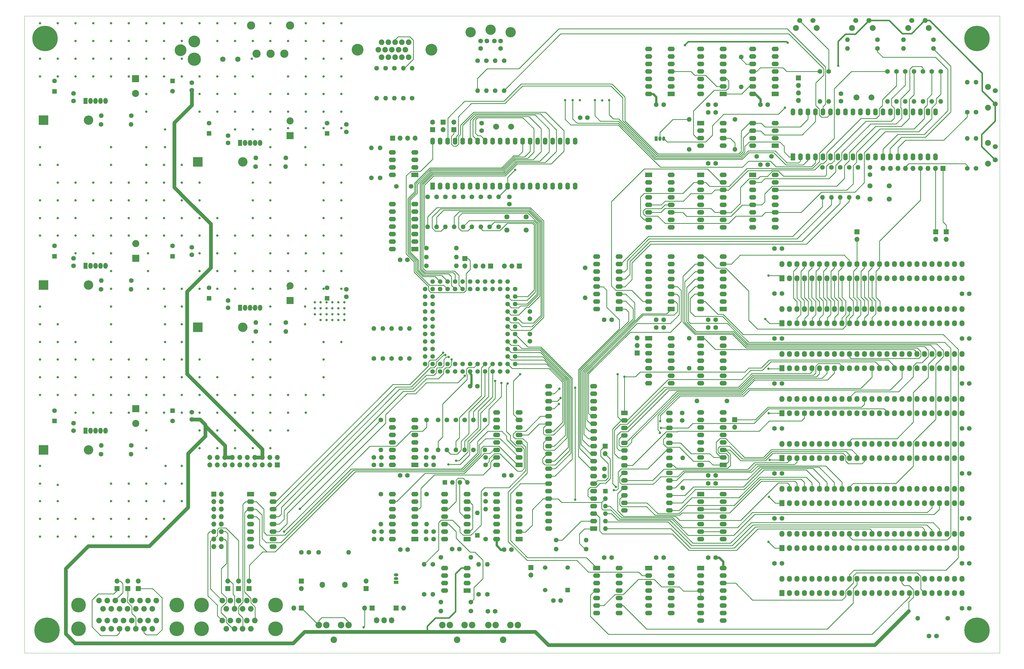
<source format=gbr>
G04 #@! TF.GenerationSoftware,KiCad,Pcbnew,(5.1.2)-1*
G04 #@! TF.CreationDate,2019-08-06T08:10:54-07:00*
G04 #@! TF.ProjectId,retroii,72657472-6f69-4692-9e6b-696361645f70,rev?*
G04 #@! TF.SameCoordinates,Original*
G04 #@! TF.FileFunction,Copper,L4,Bot*
G04 #@! TF.FilePolarity,Positive*
%FSLAX46Y46*%
G04 Gerber Fmt 4.6, Leading zero omitted, Abs format (unit mm)*
G04 Created by KiCad (PCBNEW (5.1.2)-1) date 2019-08-06 08:10:54*
%MOMM*%
%LPD*%
G04 APERTURE LIST*
G04 #@! TA.AperFunction,NonConductor*
%ADD10C,0.050000*%
G04 #@! TD*
G04 #@! TA.AperFunction,ComponentPad*
%ADD11R,2.400000X1.600000*%
G04 #@! TD*
G04 #@! TA.AperFunction,ComponentPad*
%ADD12O,2.400000X1.600000*%
G04 #@! TD*
G04 #@! TA.AperFunction,ComponentPad*
%ADD13C,1.600000*%
G04 #@! TD*
G04 #@! TA.AperFunction,ComponentPad*
%ADD14R,1.600000X1.600000*%
G04 #@! TD*
G04 #@! TA.AperFunction,ComponentPad*
%ADD15R,2.400000X2.400000*%
G04 #@! TD*
G04 #@! TA.AperFunction,ComponentPad*
%ADD16C,2.400000*%
G04 #@! TD*
G04 #@! TA.AperFunction,ComponentPad*
%ADD17O,1.600000X1.600000*%
G04 #@! TD*
G04 #@! TA.AperFunction,ComponentPad*
%ADD18O,3.200000X3.200000*%
G04 #@! TD*
G04 #@! TA.AperFunction,ComponentPad*
%ADD19R,3.200000X3.200000*%
G04 #@! TD*
G04 #@! TA.AperFunction,ComponentPad*
%ADD20C,4.000000*%
G04 #@! TD*
G04 #@! TA.AperFunction,ComponentPad*
%ADD21C,1.900000*%
G04 #@! TD*
G04 #@! TA.AperFunction,ComponentPad*
%ADD22C,2.200000*%
G04 #@! TD*
G04 #@! TA.AperFunction,ComponentPad*
%ADD23O,1.700000X1.700000*%
G04 #@! TD*
G04 #@! TA.AperFunction,ComponentPad*
%ADD24R,1.700000X1.700000*%
G04 #@! TD*
G04 #@! TA.AperFunction,ComponentPad*
%ADD25C,4.500000*%
G04 #@! TD*
G04 #@! TA.AperFunction,ComponentPad*
%ADD26O,1.727200X2.032000*%
G04 #@! TD*
G04 #@! TA.AperFunction,ComponentPad*
%ADD27R,1.727200X2.032000*%
G04 #@! TD*
G04 #@! TA.AperFunction,ComponentPad*
%ADD28C,3.500000*%
G04 #@! TD*
G04 #@! TA.AperFunction,ComponentPad*
%ADD29O,1.800000X2.100000*%
G04 #@! TD*
G04 #@! TA.AperFunction,ComponentPad*
%ADD30O,1.500000X1.050000*%
G04 #@! TD*
G04 #@! TA.AperFunction,ComponentPad*
%ADD31R,1.500000X1.050000*%
G04 #@! TD*
G04 #@! TA.AperFunction,ComponentPad*
%ADD32R,1.050000X1.500000*%
G04 #@! TD*
G04 #@! TA.AperFunction,ComponentPad*
%ADD33O,1.050000X1.500000*%
G04 #@! TD*
G04 #@! TA.AperFunction,ComponentPad*
%ADD34C,1.724000*%
G04 #@! TD*
G04 #@! TA.AperFunction,ComponentPad*
%ADD35C,2.800000*%
G04 #@! TD*
G04 #@! TA.AperFunction,ComponentPad*
%ADD36C,2.000000*%
G04 #@! TD*
G04 #@! TA.AperFunction,ComponentPad*
%ADD37C,1.700000*%
G04 #@! TD*
G04 #@! TA.AperFunction,ComponentPad*
%ADD38R,1.600000X2.400000*%
G04 #@! TD*
G04 #@! TA.AperFunction,ComponentPad*
%ADD39O,1.600000X2.400000*%
G04 #@! TD*
G04 #@! TA.AperFunction,ComponentPad*
%ADD40R,2.300000X1.600000*%
G04 #@! TD*
G04 #@! TA.AperFunction,ComponentPad*
%ADD41O,2.300000X1.600000*%
G04 #@! TD*
G04 #@! TA.AperFunction,ComponentPad*
%ADD42C,1.554000*%
G04 #@! TD*
G04 #@! TA.AperFunction,ComponentPad*
%ADD43R,1.450000X2.000000*%
G04 #@! TD*
G04 #@! TA.AperFunction,ComponentPad*
%ADD44O,1.450000X2.000000*%
G04 #@! TD*
G04 #@! TA.AperFunction,ComponentPad*
%ADD45C,1.998980*%
G04 #@! TD*
G04 #@! TA.AperFunction,ComponentPad*
%ADD46R,1.524000X1.524000*%
G04 #@! TD*
G04 #@! TA.AperFunction,ComponentPad*
%ADD47C,1.524000*%
G04 #@! TD*
G04 #@! TA.AperFunction,ComponentPad*
%ADD48C,5.000000*%
G04 #@! TD*
G04 #@! TA.AperFunction,ComponentPad*
%ADD49C,8.600000*%
G04 #@! TD*
G04 #@! TA.AperFunction,ComponentPad*
%ADD50C,0.900000*%
G04 #@! TD*
G04 #@! TA.AperFunction,ComponentPad*
%ADD51C,1.824000*%
G04 #@! TD*
G04 #@! TA.AperFunction,ViaPad*
%ADD52C,0.800000*%
G04 #@! TD*
G04 #@! TA.AperFunction,Conductor*
%ADD53C,0.508000*%
G04 #@! TD*
G04 #@! TA.AperFunction,Conductor*
%ADD54C,1.270000*%
G04 #@! TD*
G04 #@! TA.AperFunction,Conductor*
%ADD55C,0.254000*%
G04 #@! TD*
G04 #@! TA.AperFunction,Conductor*
%ADD56C,0.762000*%
G04 #@! TD*
G04 APERTURE END LIST*
D10*
X91720000Y-108940000D02*
X421920000Y-108940000D01*
X421920000Y-324840000D02*
X91720000Y-324840000D01*
X91720000Y-324840000D02*
X91720000Y-108940000D01*
X421920000Y-324840000D02*
X421920000Y-108940000D01*
D11*
G04 #@! TO.P,B6,1*
G04 #@! TO.N,GND*
X338310000Y-162780000D03*
D12*
G04 #@! TO.P,B6,9*
G04 #@! TO.N,/CPU_RAM_ROM/D0*
X345930000Y-180560000D03*
G04 #@! TO.P,B6,2*
G04 #@! TO.N,/SD_Card_And_Keyboard/K2*
X338310000Y-165320000D03*
G04 #@! TO.P,B6,10*
G04 #@! TO.N,Net-(B6-Pad10)*
X345930000Y-178020000D03*
G04 #@! TO.P,B6,3*
G04 #@! TO.N,Net-(B6-Pad3)*
X338310000Y-167860000D03*
G04 #@! TO.P,B6,11*
G04 #@! TO.N,/SD_Card_And_Keyboard/K0*
X345930000Y-175480000D03*
G04 #@! TO.P,B6,4*
G04 #@! TO.N,/CPU_RAM_ROM/D2*
X338310000Y-170400000D03*
G04 #@! TO.P,B6,12*
G04 #@! TO.N,/CPU_RAM_ROM/D1*
X345930000Y-172940000D03*
G04 #@! TO.P,B6,5*
G04 #@! TO.N,/SD_Card_And_Keyboard/K3*
X338310000Y-172940000D03*
G04 #@! TO.P,B6,13*
G04 #@! TO.N,Net-(B6-Pad13)*
X345930000Y-170400000D03*
G04 #@! TO.P,B6,6*
G04 #@! TO.N,Net-(B6-Pad6)*
X338310000Y-175480000D03*
G04 #@! TO.P,B6,14*
G04 #@! TO.N,/SD_Card_And_Keyboard/K1*
X345930000Y-167860000D03*
G04 #@! TO.P,B6,7*
G04 #@! TO.N,/CPU_RAM_ROM/D3*
X338310000Y-178020000D03*
G04 #@! TO.P,B6,15*
G04 #@! TO.N,/Address_Decoding/C00X_Keyboard_Read*
X345930000Y-165320000D03*
G04 #@! TO.P,B6,8*
G04 #@! TO.N,GND*
X338310000Y-180560000D03*
G04 #@! TO.P,B6,16*
G04 #@! TO.N,/Address_Decoding/+5V*
X345930000Y-162780000D03*
G04 #@! TD*
D13*
G04 #@! TO.P,C79,2*
G04 #@! TO.N,/Address_Decoding/+5V*
X218900000Y-264690000D03*
G04 #@! TO.P,C79,1*
G04 #@! TO.N,GND*
X221400000Y-264690000D03*
G04 #@! TD*
D11*
G04 #@! TO.P,A7,1*
G04 #@! TO.N,/Address_Decoding/+5V*
X303070000Y-162780000D03*
D12*
G04 #@! TO.P,A7,9*
G04 #@! TO.N,Net-(A7-Pad9)*
X310690000Y-180560000D03*
G04 #@! TO.P,A7,2*
G04 #@! TO.N,/SD_Card_And_Keyboard/Strobe*
X303070000Y-165320000D03*
G04 #@! TO.P,A7,10*
G04 #@! TO.N,/SD_Card_And_Keyboard/K2*
X310690000Y-178020000D03*
G04 #@! TO.P,A7,3*
G04 #@! TO.N,/CPU_RAM_ROM/RESB*
X303070000Y-167860000D03*
G04 #@! TO.P,A7,11*
G04 #@! TO.N,/SD_Card_And_Keyboard/K3*
X310690000Y-175480000D03*
G04 #@! TO.P,A7,4*
G04 #@! TO.N,Net-(A7-Pad4)*
X303070000Y-170400000D03*
G04 #@! TO.P,A7,12*
G04 #@! TO.N,/SD_Card_And_Keyboard/K0*
X310690000Y-172940000D03*
G04 #@! TO.P,A7,5*
G04 #@! TO.N,/SD_Card_And_Keyboard/K5*
X303070000Y-172940000D03*
G04 #@! TO.P,A7,13*
G04 #@! TO.N,/SD_Card_And_Keyboard/K1*
X310690000Y-170400000D03*
G04 #@! TO.P,A7,6*
G04 #@! TO.N,/SD_Card_And_Keyboard/K4*
X303070000Y-175480000D03*
G04 #@! TO.P,A7,14*
G04 #@! TO.N,Net-(A7-Pad14)*
X310690000Y-167860000D03*
G04 #@! TO.P,A7,7*
G04 #@! TO.N,/SD_Card_And_Keyboard/K6*
X303070000Y-178020000D03*
G04 #@! TO.P,A7,15*
G04 #@! TO.N,/Peripheral_IO/-12V*
X310690000Y-165320000D03*
G04 #@! TO.P,A7,8*
G04 #@! TO.N,GND*
X303070000Y-180560000D03*
G04 #@! TO.P,A7,16*
G04 #@! TO.N,Net-(A7-Pad16)*
X310690000Y-162780000D03*
G04 #@! TD*
D11*
G04 #@! TO.P,A12,1*
G04 #@! TO.N,Net-(A12-Pad1)*
X328310000Y-135360000D03*
D12*
G04 #@! TO.P,A12,8*
G04 #@! TO.N,N/C*
X320690000Y-120120000D03*
G04 #@! TO.P,A12,2*
G04 #@! TO.N,Net-(A12-Pad2)*
X328310000Y-132820000D03*
G04 #@! TO.P,A12,9*
G04 #@! TO.N,N/C*
X320690000Y-122660000D03*
G04 #@! TO.P,A12,3*
G04 #@! TO.N,Net-(A12-Pad3)*
X328310000Y-130280000D03*
G04 #@! TO.P,A12,10*
G04 #@! TO.N,N/C*
X320690000Y-125200000D03*
G04 #@! TO.P,A12,4*
X328310000Y-127740000D03*
G04 #@! TO.P,A12,11*
X320690000Y-127740000D03*
G04 #@! TO.P,A12,5*
X328310000Y-125200000D03*
G04 #@! TO.P,A12,12*
X320690000Y-130280000D03*
G04 #@! TO.P,A12,6*
X328310000Y-122660000D03*
G04 #@! TO.P,A12,13*
X320690000Y-132820000D03*
G04 #@! TO.P,A12,7*
G04 #@! TO.N,GND*
X328310000Y-120120000D03*
G04 #@! TO.P,A12,14*
G04 #@! TO.N,/Address_Decoding/+5V*
X320690000Y-135360000D03*
G04 #@! TD*
G04 #@! TO.P,A13,8*
G04 #@! TO.N,/Address_Decoding/+5V*
X328310000Y-145260000D03*
G04 #@! TO.P,A13,4*
X320690000Y-152880000D03*
G04 #@! TO.P,A13,7*
G04 #@! TO.N,Net-(A13-Pad7)*
X328310000Y-147800000D03*
G04 #@! TO.P,A13,3*
G04 #@! TO.N,Net-(A12-Pad3)*
X320690000Y-150340000D03*
G04 #@! TO.P,A13,6*
G04 #@! TO.N,Net-(A13-Pad2)*
X328310000Y-150340000D03*
G04 #@! TO.P,A13,2*
X320690000Y-147800000D03*
G04 #@! TO.P,A13,5*
G04 #@! TO.N,Net-(A13-Pad5)*
X328310000Y-152880000D03*
D11*
G04 #@! TO.P,A13,1*
G04 #@! TO.N,GND*
X320690000Y-145260000D03*
G04 #@! TD*
G04 #@! TO.P,B7,1*
G04 #@! TO.N,GND*
X320690000Y-162780000D03*
D12*
G04 #@! TO.P,B7,9*
G04 #@! TO.N,/CPU_RAM_ROM/D4*
X328310000Y-180560000D03*
G04 #@! TO.P,B7,2*
G04 #@! TO.N,/SD_Card_And_Keyboard/K6*
X320690000Y-165320000D03*
G04 #@! TO.P,B7,10*
G04 #@! TO.N,Net-(B7-Pad10)*
X328310000Y-178020000D03*
G04 #@! TO.P,B7,3*
G04 #@! TO.N,Net-(B7-Pad3)*
X320690000Y-167860000D03*
G04 #@! TO.P,B7,11*
G04 #@! TO.N,/SD_Card_And_Keyboard/K4*
X328310000Y-175480000D03*
G04 #@! TO.P,B7,4*
G04 #@! TO.N,/CPU_RAM_ROM/D6*
X320690000Y-170400000D03*
G04 #@! TO.P,B7,12*
G04 #@! TO.N,/CPU_RAM_ROM/D5*
X328310000Y-172940000D03*
G04 #@! TO.P,B7,5*
G04 #@! TO.N,/SD_Card_And_Keyboard/K7*
X320690000Y-172940000D03*
G04 #@! TO.P,B7,13*
G04 #@! TO.N,Net-(B7-Pad13)*
X328310000Y-170400000D03*
G04 #@! TO.P,B7,6*
G04 #@! TO.N,Net-(B7-Pad6)*
X320690000Y-175480000D03*
G04 #@! TO.P,B7,14*
G04 #@! TO.N,/SD_Card_And_Keyboard/K5*
X328310000Y-167860000D03*
G04 #@! TO.P,B7,7*
G04 #@! TO.N,/CPU_RAM_ROM/D7*
X320690000Y-178020000D03*
G04 #@! TO.P,B7,15*
G04 #@! TO.N,/Address_Decoding/C00X_Keyboard_Read*
X328310000Y-165320000D03*
G04 #@! TO.P,B7,8*
G04 #@! TO.N,GND*
X320690000Y-180560000D03*
G04 #@! TO.P,B7,16*
G04 #@! TO.N,/Address_Decoding/+5V*
X328310000Y-162780000D03*
G04 #@! TD*
G04 #@! TO.P,B10,14*
G04 #@! TO.N,/Address_Decoding/+5V*
X338310000Y-135360000D03*
G04 #@! TO.P,B10,7*
G04 #@! TO.N,GND*
X345930000Y-120120000D03*
G04 #@! TO.P,B10,13*
G04 #@! TO.N,Net-(A12-Pad1)*
X338310000Y-132820000D03*
G04 #@! TO.P,B10,6*
G04 #@! TO.N,N/C*
X345930000Y-122660000D03*
G04 #@! TO.P,B10,12*
G04 #@! TO.N,Net-(B10-Pad10)*
X338310000Y-130280000D03*
G04 #@! TO.P,B10,5*
G04 #@! TO.N,N/C*
X345930000Y-125200000D03*
G04 #@! TO.P,B10,11*
G04 #@! TO.N,/SD_Card_And_Keyboard/Strobe*
X338310000Y-127740000D03*
G04 #@! TO.P,B10,4*
G04 #@! TO.N,N/C*
X345930000Y-127740000D03*
G04 #@! TO.P,B10,10*
G04 #@! TO.N,Net-(B10-Pad10)*
X338310000Y-125200000D03*
G04 #@! TO.P,B10,3*
G04 #@! TO.N,N/C*
X345930000Y-130280000D03*
G04 #@! TO.P,B10,9*
G04 #@! TO.N,/SD_Card_And_Keyboard/K7*
X338310000Y-122660000D03*
G04 #@! TO.P,B10,2*
G04 #@! TO.N,N/C*
X345930000Y-132820000D03*
G04 #@! TO.P,B10,8*
G04 #@! TO.N,Net-(B10-Pad8)*
X338310000Y-120120000D03*
D11*
G04 #@! TO.P,B10,1*
G04 #@! TO.N,N/C*
X345930000Y-135360000D03*
G04 #@! TD*
D12*
G04 #@! TO.P,B11,14*
G04 #@! TO.N,/Address_Decoding/+5V*
X251560000Y-286200000D03*
G04 #@! TO.P,B11,7*
G04 #@! TO.N,GND*
X259180000Y-270960000D03*
G04 #@! TO.P,B11,13*
G04 #@! TO.N,N/C*
X251560000Y-283660000D03*
G04 #@! TO.P,B11,6*
X259180000Y-273500000D03*
G04 #@! TO.P,B11,12*
X251560000Y-281120000D03*
G04 #@! TO.P,B11,5*
X259180000Y-276040000D03*
G04 #@! TO.P,B11,11*
X251560000Y-278580000D03*
G04 #@! TO.P,B11,4*
X259180000Y-278580000D03*
G04 #@! TO.P,B11,10*
X251560000Y-276040000D03*
G04 #@! TO.P,B11,3*
G04 #@! TO.N,Net-(B11-Pad3)*
X259180000Y-281120000D03*
G04 #@! TO.P,B11,9*
G04 #@! TO.N,N/C*
X251560000Y-273500000D03*
G04 #@! TO.P,B11,2*
G04 #@! TO.N,/CPU_RAM_ROM/DMA*
X259180000Y-283660000D03*
G04 #@! TO.P,B11,8*
G04 #@! TO.N,N/C*
X251560000Y-270960000D03*
D11*
G04 #@! TO.P,B11,1*
G04 #@! TO.N,/Address_Decoding/PHI2*
X259180000Y-286200000D03*
G04 #@! TD*
D13*
G04 #@! TO.P,C1,2*
G04 #@! TO.N,/Power_Supply/+3V3*
X255930000Y-170220000D03*
G04 #@! TO.P,C1,1*
G04 #@! TO.N,GND*
X255930000Y-172720000D03*
G04 #@! TD*
G04 #@! TO.P,C2,1*
G04 #@! TO.N,GND*
X246500000Y-145300000D03*
G04 #@! TO.P,C2,2*
G04 #@! TO.N,/Power_Supply/+3V3*
X246500000Y-147800000D03*
G04 #@! TD*
G04 #@! TO.P,C3,1*
G04 #@! TO.N,GND*
X222630000Y-166710000D03*
G04 #@! TO.P,C3,2*
G04 #@! TO.N,/Power_Supply/+3V3*
X217630000Y-166710000D03*
G04 #@! TD*
G04 #@! TO.P,C4,2*
G04 #@! TO.N,GND*
X325750000Y-141630000D03*
G04 #@! TO.P,C4,1*
G04 #@! TO.N,Net-(A13-Pad2)*
X323250000Y-141630000D03*
G04 #@! TD*
G04 #@! TO.P,C5,2*
G04 #@! TO.N,GND*
X210090000Y-283700000D03*
G04 #@! TO.P,C5,1*
G04 #@! TO.N,Net-(C5-Pad1)*
X210090000Y-286200000D03*
G04 #@! TD*
G04 #@! TO.P,C6,1*
G04 #@! TO.N,Net-(C6-Pad1)*
X227670000Y-258560000D03*
G04 #@! TO.P,C6,2*
G04 #@! TO.N,GND*
X227670000Y-261060000D03*
G04 #@! TD*
G04 #@! TO.P,C7,2*
G04 #@! TO.N,GND*
X212590000Y-261060000D03*
G04 #@! TO.P,C7,1*
G04 #@! TO.N,Net-(C7-Pad1)*
X212590000Y-258560000D03*
G04 #@! TD*
G04 #@! TO.P,C8,1*
G04 #@! TO.N,Net-(C8-Pad1)*
X227670000Y-283700000D03*
G04 #@! TO.P,C8,2*
G04 #@! TO.N,GND*
X227670000Y-286200000D03*
G04 #@! TD*
G04 #@! TO.P,C9,1*
G04 #@! TO.N,GND*
X221480000Y-289830000D03*
G04 #@! TO.P,C9,2*
G04 #@! TO.N,/Address_Decoding/+5V*
X218980000Y-289830000D03*
G04 #@! TD*
G04 #@! TO.P,C10,2*
G04 #@! TO.N,Net-(C10-Pad2)*
X251120000Y-310730000D03*
G04 #@! TO.P,C10,1*
G04 #@! TO.N,Net-(C10-Pad1)*
X248620000Y-310730000D03*
G04 #@! TD*
D11*
G04 #@! TO.P,C11,1*
G04 #@! TO.N,N/C*
X310690000Y-135360000D03*
D12*
G04 #@! TO.P,C11,8*
X303070000Y-120120000D03*
G04 #@! TO.P,C11,2*
X310690000Y-132820000D03*
G04 #@! TO.P,C11,9*
X303070000Y-122660000D03*
G04 #@! TO.P,C11,3*
G04 #@! TO.N,/Address_Decoding/C01X_Keyboard_Strobe*
X310690000Y-130280000D03*
G04 #@! TO.P,C11,10*
G04 #@! TO.N,N/C*
X303070000Y-125200000D03*
G04 #@! TO.P,C11,4*
G04 #@! TO.N,Net-(A12-Pad2)*
X310690000Y-127740000D03*
G04 #@! TO.P,C11,11*
G04 #@! TO.N,N/C*
X303070000Y-127740000D03*
G04 #@! TO.P,C11,5*
X310690000Y-125200000D03*
G04 #@! TO.P,C11,12*
X303070000Y-130280000D03*
G04 #@! TO.P,C11,6*
X310690000Y-122660000D03*
G04 #@! TO.P,C11,13*
X303070000Y-132820000D03*
G04 #@! TO.P,C11,7*
G04 #@! TO.N,GND*
X310690000Y-120120000D03*
G04 #@! TO.P,C11,14*
G04 #@! TO.N,/Address_Decoding/+5V*
X303070000Y-135360000D03*
G04 #@! TD*
D13*
G04 #@! TO.P,C12,1*
G04 #@! TO.N,Net-(C12-Pad1)*
X187970000Y-290720000D03*
G04 #@! TO.P,C12,2*
G04 #@! TO.N,GND*
X185470000Y-290720000D03*
G04 #@! TD*
G04 #@! TO.P,C13,2*
G04 #@! TO.N,GND*
X288100000Y-262435000D03*
G04 #@! TO.P,C13,1*
G04 #@! TO.N,/Address_Decoding/+5V*
X288100000Y-264935000D03*
G04 #@! TD*
G04 #@! TO.P,C14,1*
G04 #@! TO.N,/Address_Decoding/+5V*
X270780000Y-307090000D03*
G04 #@! TO.P,C14,2*
G04 #@! TO.N,GND*
X273280000Y-307090000D03*
G04 #@! TD*
G04 #@! TO.P,C15,1*
G04 #@! TO.N,GND*
X314370000Y-245980000D03*
G04 #@! TO.P,C15,2*
G04 #@! TO.N,/Address_Decoding/+5V*
X314370000Y-243480000D03*
G04 #@! TD*
G04 #@! TO.P,C16,2*
G04 #@! TO.N,GND*
X262860000Y-211580000D03*
G04 #@! TO.P,C16,1*
G04 #@! TO.N,/Address_Decoding/+5V*
X262860000Y-209080000D03*
G04 #@! TD*
G04 #@! TO.P,C17,1*
G04 #@! TO.N,/Address_Decoding/+5V*
X262860000Y-216700000D03*
G04 #@! TO.P,C17,2*
G04 #@! TO.N,GND*
X262860000Y-219200000D03*
G04 #@! TD*
G04 #@! TO.P,C18,2*
G04 #@! TO.N,GND*
X245070000Y-234440000D03*
G04 #@! TO.P,C18,1*
G04 #@! TO.N,/Address_Decoding/+5V*
X242570000Y-234440000D03*
G04 #@! TD*
G04 #@! TO.P,C19,2*
G04 #@! TO.N,GND*
X101870000Y-130980000D03*
D14*
G04 #@! TO.P,C19,1*
G04 #@! TO.N,/Power_Supply/+VIN*
X101870000Y-134480000D03*
G04 #@! TD*
D13*
G04 #@! TO.P,C20,2*
G04 #@! TO.N,GND*
X154180000Y-201100000D03*
D14*
G04 #@! TO.P,C20,1*
G04 #@! TO.N,/Power_Supply/+VIN*
X154180000Y-204600000D03*
G04 #@! TD*
G04 #@! TO.P,C21,1*
G04 #@! TO.N,/Power_Supply/+VIN*
X101870000Y-190355000D03*
D13*
G04 #@! TO.P,C21,2*
G04 #@! TO.N,GND*
X101870000Y-186855000D03*
G04 #@! TD*
D15*
G04 #@! TO.P,C22,1*
G04 #@! TO.N,GND*
X129350000Y-130230000D03*
D16*
G04 #@! TO.P,C22,2*
G04 #@! TO.N,Net-(C22-Pad2)*
X129350000Y-135230000D03*
G04 #@! TD*
G04 #@! TO.P,C23,2*
G04 #@! TO.N,GND*
X181680000Y-200350000D03*
D15*
G04 #@! TO.P,C23,1*
G04 #@! TO.N,Net-(C23-Pad1)*
X181680000Y-205350000D03*
G04 #@! TD*
D16*
G04 #@! TO.P,C24,2*
G04 #@! TO.N,GND*
X129370000Y-186105000D03*
D15*
G04 #@! TO.P,C24,1*
G04 #@! TO.N,Net-(C24-Pad1)*
X129370000Y-191105000D03*
G04 #@! TD*
D14*
G04 #@! TO.P,C25,1*
G04 #@! TO.N,GND*
X141870000Y-130960000D03*
D13*
G04 #@! TO.P,C25,2*
G04 #@! TO.N,/Peripheral_IO/-12V*
X141870000Y-134460000D03*
G04 #@! TD*
D14*
G04 #@! TO.P,C26,1*
G04 #@! TO.N,/Address_Decoding/+5V*
X194180000Y-204600000D03*
D13*
G04 #@! TO.P,C26,2*
G04 #@! TO.N,GND*
X194180000Y-201100000D03*
G04 #@! TD*
G04 #@! TO.P,C27,2*
G04 #@! TO.N,GND*
X141870000Y-186855000D03*
D14*
G04 #@! TO.P,C27,1*
G04 #@! TO.N,/Peripheral_IO/+12V*
X141870000Y-190355000D03*
G04 #@! TD*
G04 #@! TO.P,C28,1*
G04 #@! TO.N,/Power_Supply/+VIN*
X154180000Y-148730000D03*
D13*
G04 #@! TO.P,C28,2*
G04 #@! TO.N,GND*
X154180000Y-145230000D03*
G04 #@! TD*
D14*
G04 #@! TO.P,C29,1*
G04 #@! TO.N,/Power_Supply/+VIN*
X101870000Y-246230000D03*
D13*
G04 #@! TO.P,C29,2*
G04 #@! TO.N,GND*
X101870000Y-242730000D03*
G04 #@! TD*
D15*
G04 #@! TO.P,C30,1*
G04 #@! TO.N,Net-(C30-Pad1)*
X181680000Y-149480000D03*
D16*
G04 #@! TO.P,C30,2*
G04 #@! TO.N,GND*
X181680000Y-144480000D03*
G04 #@! TD*
D15*
G04 #@! TO.P,C31,1*
G04 #@! TO.N,GND*
X129390000Y-242000000D03*
D16*
G04 #@! TO.P,C31,2*
G04 #@! TO.N,Net-(C31-Pad2)*
X129390000Y-247000000D03*
G04 #@! TD*
D13*
G04 #@! TO.P,C32,2*
G04 #@! TO.N,GND*
X194180000Y-145230000D03*
D14*
G04 #@! TO.P,C32,1*
G04 #@! TO.N,/Power_Supply/+3V3*
X194180000Y-148730000D03*
G04 #@! TD*
D13*
G04 #@! TO.P,C33,2*
G04 #@! TO.N,/Peripheral_IO/-5V*
X141900000Y-246220000D03*
D14*
G04 #@! TO.P,C33,1*
G04 #@! TO.N,GND*
X141900000Y-242720000D03*
G04 #@! TD*
D13*
G04 #@! TO.P,C34,2*
G04 #@! TO.N,GND*
X279830000Y-143430000D03*
G04 #@! TO.P,C34,1*
G04 #@! TO.N,/Power_Supply/+3V3*
X282330000Y-143430000D03*
G04 #@! TD*
G04 #@! TO.P,C35,1*
G04 #@! TO.N,GND*
X378030000Y-162720000D03*
G04 #@! TO.P,C35,2*
G04 #@! TO.N,/Power_Supply/+3V3*
X378030000Y-160220000D03*
G04 #@! TD*
G04 #@! TO.P,C36,2*
G04 #@! TO.N,/Power_Supply/+3V3*
X368130000Y-137800000D03*
G04 #@! TO.P,C36,1*
G04 #@! TO.N,GND*
X368130000Y-135300000D03*
G04 #@! TD*
G04 #@! TO.P,C37,2*
G04 #@! TO.N,/Power_Supply/+3V3*
X339620000Y-156560000D03*
G04 #@! TO.P,C37,1*
G04 #@! TO.N,GND*
X344620000Y-156560000D03*
G04 #@! TD*
G04 #@! TO.P,C38,2*
G04 #@! TO.N,Net-(C38-Pad2)*
X247880000Y-273460000D03*
G04 #@! TO.P,C38,1*
G04 #@! TO.N,Net-(C38-Pad1)*
X247880000Y-270960000D03*
G04 #@! TD*
G04 #@! TO.P,C39,1*
G04 #@! TO.N,/Address_Decoding/+5V*
X308130000Y-214510000D03*
G04 #@! TO.P,C39,2*
G04 #@! TO.N,GND*
X305630000Y-214510000D03*
G04 #@! TD*
G04 #@! TO.P,C40,2*
G04 #@! TO.N,GND*
X323250000Y-214510000D03*
G04 #@! TO.P,C40,1*
G04 #@! TO.N,/Address_Decoding/+5V*
X325750000Y-214510000D03*
G04 #@! TD*
G04 #@! TO.P,C41,1*
G04 #@! TO.N,/Address_Decoding/+5V*
X254120000Y-289830000D03*
G04 #@! TO.P,C41,2*
G04 #@! TO.N,GND*
X256620000Y-289830000D03*
G04 #@! TD*
G04 #@! TO.P,C42,1*
G04 #@! TO.N,GND*
X239000000Y-289630000D03*
G04 #@! TO.P,C42,2*
G04 #@! TO.N,/Address_Decoding/+5V*
X236500000Y-289630000D03*
G04 #@! TD*
G04 #@! TO.P,C43,1*
G04 #@! TO.N,GND*
X256620000Y-264690000D03*
G04 #@! TO.P,C43,2*
G04 #@! TO.N,/Address_Decoding/+5V*
X254120000Y-264690000D03*
G04 #@! TD*
G04 #@! TO.P,C44,1*
G04 #@! TO.N,GND*
X343370000Y-139010000D03*
G04 #@! TO.P,C44,2*
G04 #@! TO.N,/Address_Decoding/+5V*
X340870000Y-139010000D03*
G04 #@! TD*
G04 #@! TO.P,C45,1*
G04 #@! TO.N,/Address_Decoding/+5V*
X325750000Y-158900000D03*
G04 #@! TO.P,C45,2*
G04 #@! TO.N,GND*
X323250000Y-158900000D03*
G04 #@! TD*
G04 #@! TO.P,C46,2*
G04 #@! TO.N,GND*
X340870000Y-159350000D03*
G04 #@! TO.P,C46,1*
G04 #@! TO.N,/Address_Decoding/+5V*
X343370000Y-159350000D03*
G04 #@! TD*
G04 #@! TO.P,C47,2*
G04 #@! TO.N,GND*
X288010000Y-292470000D03*
G04 #@! TO.P,C47,1*
G04 #@! TO.N,/Address_Decoding/+5V*
X290510000Y-292470000D03*
G04 #@! TD*
G04 #@! TO.P,C48,1*
G04 #@! TO.N,/Address_Decoding/+5V*
X308130000Y-292470000D03*
G04 #@! TO.P,C48,2*
G04 #@! TO.N,GND*
X305630000Y-292470000D03*
G04 #@! TD*
G04 #@! TO.P,C49,2*
G04 #@! TO.N,GND*
X323250000Y-267330000D03*
G04 #@! TO.P,C49,1*
G04 #@! TO.N,/Address_Decoding/+5V*
X325750000Y-267330000D03*
G04 #@! TD*
G04 #@! TO.P,C50,2*
G04 #@! TO.N,GND*
X325750000Y-264690000D03*
G04 #@! TO.P,C50,1*
G04 #@! TO.N,/Address_Decoding/+5V*
X323250000Y-264690000D03*
G04 #@! TD*
G04 #@! TO.P,C51,1*
G04 #@! TO.N,/Address_Decoding/+5V*
X305630000Y-211870000D03*
G04 #@! TO.P,C51,2*
G04 #@! TO.N,GND*
X308130000Y-211870000D03*
G04 #@! TD*
G04 #@! TO.P,C52,1*
G04 #@! TO.N,/Address_Decoding/+5V*
X325750000Y-292470000D03*
G04 #@! TO.P,C52,2*
G04 #@! TO.N,GND*
X323250000Y-292470000D03*
G04 #@! TD*
G04 #@! TO.P,C53,1*
G04 #@! TO.N,/Address_Decoding/+5V*
X288010000Y-211870000D03*
G04 #@! TO.P,C53,2*
G04 #@! TO.N,GND*
X290510000Y-211870000D03*
G04 #@! TD*
G04 #@! TO.P,C54,2*
G04 #@! TO.N,GND*
X325750000Y-211870000D03*
G04 #@! TO.P,C54,1*
G04 #@! TO.N,/Address_Decoding/+5V*
X323250000Y-211870000D03*
G04 #@! TD*
G04 #@! TO.P,C55,2*
G04 #@! TO.N,GND*
X221380000Y-191610000D03*
G04 #@! TO.P,C55,1*
G04 #@! TO.N,/Address_Decoding/+5V*
X218880000Y-191610000D03*
G04 #@! TD*
G04 #@! TO.P,C56,1*
G04 #@! TO.N,GND*
X308135000Y-139000000D03*
G04 #@! TO.P,C56,2*
G04 #@! TO.N,/Address_Decoding/+5V*
X305635000Y-139000000D03*
G04 #@! TD*
G04 #@! TO.P,C57,2*
G04 #@! TO.N,/Address_Decoding/+5V*
X323250000Y-139010000D03*
G04 #@! TO.P,C57,1*
G04 #@! TO.N,GND*
X325750000Y-139010000D03*
G04 #@! TD*
G04 #@! TO.P,C58,1*
G04 #@! TO.N,/Address_Decoding/+5V*
X409140000Y-309730000D03*
G04 #@! TO.P,C58,2*
G04 #@! TO.N,GND*
X411640000Y-309730000D03*
G04 #@! TD*
G04 #@! TO.P,C59,2*
G04 #@! TO.N,GND*
X411640000Y-279250000D03*
G04 #@! TO.P,C59,1*
G04 #@! TO.N,/Address_Decoding/+5V*
X409140000Y-279250000D03*
G04 #@! TD*
G04 #@! TO.P,C60,1*
G04 #@! TO.N,/Address_Decoding/+5V*
X409140000Y-263990000D03*
G04 #@! TO.P,C60,2*
G04 #@! TO.N,GND*
X411640000Y-263990000D03*
G04 #@! TD*
G04 #@! TO.P,C61,2*
G04 #@! TO.N,GND*
X411640000Y-203060000D03*
G04 #@! TO.P,C61,1*
G04 #@! TO.N,/Address_Decoding/+5V*
X409140000Y-203060000D03*
G04 #@! TD*
G04 #@! TO.P,C62,1*
G04 #@! TO.N,/Address_Decoding/+5V*
X409140000Y-218290000D03*
G04 #@! TO.P,C62,2*
G04 #@! TO.N,GND*
X411640000Y-218290000D03*
G04 #@! TD*
G04 #@! TO.P,C63,2*
G04 #@! TO.N,GND*
X411640000Y-233530000D03*
G04 #@! TO.P,C63,1*
G04 #@! TO.N,/Address_Decoding/+5V*
X409140000Y-233530000D03*
G04 #@! TD*
G04 #@! TO.P,C64,1*
G04 #@! TO.N,/Address_Decoding/+5V*
X409140000Y-248760000D03*
G04 #@! TO.P,C64,2*
G04 #@! TO.N,GND*
X411640000Y-248760000D03*
G04 #@! TD*
G04 #@! TO.P,C65,2*
G04 #@! TO.N,GND*
X411640000Y-294490000D03*
G04 #@! TO.P,C65,1*
G04 #@! TO.N,/Address_Decoding/+5V*
X409140000Y-294490000D03*
G04 #@! TD*
G04 #@! TO.P,C66,1*
G04 #@! TO.N,/Peripheral_IO/+12V*
X348170000Y-233530000D03*
G04 #@! TO.P,C66,2*
G04 #@! TO.N,GND*
X345670000Y-233530000D03*
G04 #@! TD*
G04 #@! TO.P,C67,2*
G04 #@! TO.N,GND*
X345670000Y-294490000D03*
G04 #@! TO.P,C67,1*
G04 #@! TO.N,/Peripheral_IO/+12V*
X348170000Y-294490000D03*
G04 #@! TD*
G04 #@! TO.P,C68,1*
G04 #@! TO.N,/Peripheral_IO/+12V*
X348170000Y-203050000D03*
G04 #@! TO.P,C68,2*
G04 #@! TO.N,GND*
X345670000Y-203050000D03*
G04 #@! TD*
G04 #@! TO.P,C69,2*
G04 #@! TO.N,GND*
X345670000Y-248760000D03*
G04 #@! TO.P,C69,1*
G04 #@! TO.N,/Peripheral_IO/+12V*
X348170000Y-248760000D03*
G04 #@! TD*
G04 #@! TO.P,C70,1*
G04 #@! TO.N,/Peripheral_IO/+12V*
X348170000Y-218270000D03*
G04 #@! TO.P,C70,2*
G04 #@! TO.N,GND*
X345670000Y-218270000D03*
G04 #@! TD*
G04 #@! TO.P,C71,2*
G04 #@! TO.N,GND*
X345670000Y-279230000D03*
G04 #@! TO.P,C71,1*
G04 #@! TO.N,/Peripheral_IO/+12V*
X348170000Y-279230000D03*
G04 #@! TD*
G04 #@! TO.P,C72,2*
G04 #@! TO.N,GND*
X345670000Y-264000000D03*
G04 #@! TO.P,C72,1*
G04 #@! TO.N,/Peripheral_IO/+12V*
X348170000Y-264000000D03*
G04 #@! TD*
G04 #@! TO.P,C73,1*
G04 #@! TO.N,/Peripheral_IO/+12V*
X348170000Y-187800000D03*
G04 #@! TO.P,C73,2*
G04 #@! TO.N,GND*
X345670000Y-187800000D03*
G04 #@! TD*
G04 #@! TO.P,C74,2*
G04 #@! TO.N,Net-(C74-Pad2)*
X247880000Y-258560000D03*
G04 #@! TO.P,C74,1*
G04 #@! TO.N,/Address_Decoding/C07X_Timer_Trigger*
X247880000Y-261060000D03*
G04 #@! TD*
G04 #@! TO.P,C75,2*
G04 #@! TO.N,Net-(C75-Pad2)*
X230260000Y-283700000D03*
G04 #@! TO.P,C75,1*
G04 #@! TO.N,GND*
X230260000Y-286200000D03*
G04 #@! TD*
G04 #@! TO.P,C76,1*
G04 #@! TO.N,GND*
X212640000Y-283700000D03*
G04 #@! TO.P,C76,2*
G04 #@! TO.N,Net-(C76-Pad2)*
X212640000Y-286200000D03*
G04 #@! TD*
G04 #@! TO.P,C77,2*
G04 #@! TO.N,Net-(C77-Pad2)*
X230220000Y-258560000D03*
G04 #@! TO.P,C77,1*
G04 #@! TO.N,GND*
X230220000Y-261060000D03*
G04 #@! TD*
G04 #@! TO.P,C78,1*
G04 #@! TO.N,GND*
X210040000Y-261060000D03*
G04 #@! TO.P,C78,2*
G04 #@! TO.N,Net-(C78-Pad2)*
X210040000Y-258560000D03*
G04 #@! TD*
D14*
G04 #@! TO.P,CR1,1*
G04 #@! TO.N,Net-(CR1-Pad1)*
X245040000Y-284930000D03*
D17*
G04 #@! TO.P,CR1,2*
G04 #@! TO.N,GND*
X245040000Y-277310000D03*
G04 #@! TD*
D18*
G04 #@! TO.P,D1,2*
G04 #@! TO.N,Net-(C22-Pad2)*
X113440000Y-144230000D03*
D19*
G04 #@! TO.P,D1,1*
G04 #@! TO.N,Net-(D1-Pad1)*
X98200000Y-144230000D03*
G04 #@! TD*
G04 #@! TO.P,D2,1*
G04 #@! TO.N,Net-(D2-Pad1)*
X150400000Y-214400000D03*
D18*
G04 #@! TO.P,D2,2*
G04 #@! TO.N,GND*
X165640000Y-214400000D03*
G04 #@! TD*
D19*
G04 #@! TO.P,D3,1*
G04 #@! TO.N,Net-(D3-Pad1)*
X98200000Y-200105000D03*
D18*
G04 #@! TO.P,D3,2*
G04 #@! TO.N,GND*
X113440000Y-200105000D03*
G04 #@! TD*
G04 #@! TO.P,D4,2*
G04 #@! TO.N,GND*
X165640000Y-158400000D03*
D19*
G04 #@! TO.P,D4,1*
G04 #@! TO.N,Net-(D4-Pad1)*
X150400000Y-158400000D03*
G04 #@! TD*
G04 #@! TO.P,D5,1*
G04 #@! TO.N,Net-(D5-Pad1)*
X98160000Y-255980000D03*
D18*
G04 #@! TO.P,D5,2*
G04 #@! TO.N,Net-(C31-Pad2)*
X113400000Y-255980000D03*
G04 #@! TD*
D12*
G04 #@! TO.P,F12,16*
G04 #@! TO.N,/Address_Decoding/+5V*
X328310000Y-296100000D03*
G04 #@! TO.P,F12,8*
G04 #@! TO.N,GND*
X320690000Y-313880000D03*
G04 #@! TO.P,F12,15*
G04 #@! TO.N,Net-(F12-Pad15)*
X328310000Y-298640000D03*
G04 #@! TO.P,F12,7*
G04 #@! TO.N,Net-(F12-Pad7)*
X320690000Y-311340000D03*
G04 #@! TO.P,F12,14*
G04 #@! TO.N,/Address_Decoding/IO_Strobe*
X328310000Y-301180000D03*
G04 #@! TO.P,F12,6*
G04 #@! TO.N,Net-(F12-Pad6)*
X320690000Y-308800000D03*
G04 #@! TO.P,F12,13*
G04 #@! TO.N,Net-(F12-Pad13)*
X328310000Y-303720000D03*
G04 #@! TO.P,F12,5*
G04 #@! TO.N,/Address_Decoding/OE*
X320690000Y-306260000D03*
G04 #@! TO.P,F12,12*
G04 #@! TO.N,Net-(F12-Pad12)*
X328310000Y-306260000D03*
G04 #@! TO.P,F12,4*
G04 #@! TO.N,/Address_Decoding/OE*
X320690000Y-303720000D03*
G04 #@! TO.P,F12,11*
G04 #@! TO.N,Net-(F12-Pad11)*
X328310000Y-308800000D03*
G04 #@! TO.P,F12,3*
G04 #@! TO.N,/Address_Decoding/A13*
X320690000Y-301180000D03*
G04 #@! TO.P,F12,10*
G04 #@! TO.N,Net-(F12-Pad10)*
X328310000Y-311340000D03*
G04 #@! TO.P,F12,2*
G04 #@! TO.N,/Address_Decoding/A12*
X320690000Y-298640000D03*
G04 #@! TO.P,F12,9*
G04 #@! TO.N,Net-(F12-Pad9)*
X328310000Y-313880000D03*
D11*
G04 #@! TO.P,F12,1*
G04 #@! TO.N,/Address_Decoding/A11*
X320690000Y-296100000D03*
G04 #@! TD*
G04 #@! TO.P,F13,1*
G04 #@! TO.N,/Address_Decoding/A4*
X310690000Y-208240000D03*
D12*
G04 #@! TO.P,F13,9*
G04 #@! TO.N,/Address_Decoding/C06X_Serial*
X303070000Y-190460000D03*
G04 #@! TO.P,F13,2*
G04 #@! TO.N,/Address_Decoding/A5*
X310690000Y-205700000D03*
G04 #@! TO.P,F13,10*
G04 #@! TO.N,Net-(F13-Pad10)*
X303070000Y-193000000D03*
G04 #@! TO.P,F13,3*
G04 #@! TO.N,/Address_Decoding/A6*
X310690000Y-203160000D03*
G04 #@! TO.P,F13,11*
G04 #@! TO.N,/Address_Decoding/C040_Strobe*
X303070000Y-195540000D03*
G04 #@! TO.P,F13,4*
G04 #@! TO.N,/Address_Decoding/A7*
X310690000Y-200620000D03*
G04 #@! TO.P,F13,12*
G04 #@! TO.N,/Address_Decoding/C03X_Speaker*
X303070000Y-198080000D03*
G04 #@! TO.P,F13,5*
G04 #@! TO.N,Net-(F13-Pad5)*
X310690000Y-198080000D03*
G04 #@! TO.P,F13,13*
G04 #@! TO.N,/Address_Decoding/C02X_Cassette*
X303070000Y-200620000D03*
G04 #@! TO.P,F13,6*
G04 #@! TO.N,/Address_Decoding/+5V*
X310690000Y-195540000D03*
G04 #@! TO.P,F13,14*
G04 #@! TO.N,/Address_Decoding/C01X_Keyboard_Strobe*
X303070000Y-203160000D03*
G04 #@! TO.P,F13,7*
G04 #@! TO.N,/Address_Decoding/C07X_Timer_Trigger*
X310690000Y-193000000D03*
G04 #@! TO.P,F13,15*
G04 #@! TO.N,/Address_Decoding/C00X_Keyboard_Read*
X303070000Y-205700000D03*
G04 #@! TO.P,F13,8*
G04 #@! TO.N,GND*
X310690000Y-190460000D03*
G04 #@! TO.P,F13,16*
G04 #@! TO.N,/Address_Decoding/+5V*
X303070000Y-208240000D03*
G04 #@! TD*
D11*
G04 #@! TO.P,F14,1*
G04 #@! TO.N,/Address_Decoding/A1*
X293070000Y-208240000D03*
D12*
G04 #@! TO.P,F14,9*
G04 #@! TO.N,/Address_Decoding/SS_AN0_OFF_ON*
X285450000Y-190460000D03*
G04 #@! TO.P,F14,2*
G04 #@! TO.N,/Address_Decoding/A2*
X293070000Y-205700000D03*
G04 #@! TO.P,F14,10*
G04 #@! TO.N,/Address_Decoding/SS_AN1_OFF_ON*
X285450000Y-193000000D03*
G04 #@! TO.P,F14,3*
G04 #@! TO.N,/Address_Decoding/A3*
X293070000Y-203160000D03*
G04 #@! TO.P,F14,11*
G04 #@! TO.N,/Address_Decoding/SS_AN2_OFF_ON*
X285450000Y-195540000D03*
G04 #@! TO.P,F14,4*
G04 #@! TO.N,/Address_Decoding/SS_GRAPHICS_TEXT*
X293070000Y-200620000D03*
G04 #@! TO.P,F14,12*
G04 #@! TO.N,/Address_Decoding/SS_AN3_OFF_ON*
X285450000Y-198080000D03*
G04 #@! TO.P,F14,5*
G04 #@! TO.N,/Address_Decoding/SS_NOMIX_MIX*
X293070000Y-198080000D03*
G04 #@! TO.P,F14,13*
G04 #@! TO.N,/Address_Decoding/A0*
X285450000Y-200620000D03*
G04 #@! TO.P,F14,6*
G04 #@! TO.N,/Address_Decoding/SS_PAGE1_PAGE2*
X293070000Y-195540000D03*
G04 #@! TO.P,F14,14*
G04 #@! TO.N,Net-(F13-Pad10)*
X285450000Y-203160000D03*
G04 #@! TO.P,F14,7*
G04 #@! TO.N,/Address_Decoding/SS_LORES_HIRES*
X293070000Y-193000000D03*
G04 #@! TO.P,F14,15*
G04 #@! TO.N,Net-(F14-Pad15)*
X285450000Y-205700000D03*
G04 #@! TO.P,F14,8*
G04 #@! TO.N,GND*
X293070000Y-190460000D03*
G04 #@! TO.P,F14,16*
G04 #@! TO.N,/Address_Decoding/+5V*
X285450000Y-208240000D03*
G04 #@! TD*
G04 #@! TO.P,H1,14*
G04 #@! TO.N,/Address_Decoding/+5V*
X310690000Y-296100000D03*
G04 #@! TO.P,H1,7*
G04 #@! TO.N,GND*
X303070000Y-311340000D03*
G04 #@! TO.P,H1,13*
G04 #@! TO.N,N/C*
X310690000Y-298640000D03*
G04 #@! TO.P,H1,6*
G04 #@! TO.N,Net-(F12-Pad6)*
X303070000Y-308800000D03*
G04 #@! TO.P,H1,12*
G04 #@! TO.N,N/C*
X310690000Y-301180000D03*
G04 #@! TO.P,H1,5*
G04 #@! TO.N,/Address_Decoding/A15*
X303070000Y-306260000D03*
G04 #@! TO.P,H1,11*
G04 #@! TO.N,N/C*
X310690000Y-303720000D03*
G04 #@! TO.P,H1,4*
G04 #@! TO.N,/Address_Decoding/A14*
X303070000Y-303720000D03*
G04 #@! TO.P,H1,10*
G04 #@! TO.N,N/C*
X310690000Y-306260000D03*
G04 #@! TO.P,H1,3*
G04 #@! TO.N,/Address_Decoding/RAM_Enable*
X303070000Y-301180000D03*
G04 #@! TO.P,H1,9*
G04 #@! TO.N,N/C*
X310690000Y-308800000D03*
G04 #@! TO.P,H1,2*
G04 #@! TO.N,/Address_Decoding/A15*
X303070000Y-298640000D03*
G04 #@! TO.P,H1,8*
G04 #@! TO.N,N/C*
X310690000Y-311340000D03*
D11*
G04 #@! TO.P,H1,1*
G04 #@! TO.N,/Address_Decoding/A14*
X303070000Y-296100000D03*
G04 #@! TD*
D12*
G04 #@! TO.P,H2,16*
G04 #@! TO.N,/Address_Decoding/+5V*
X320690000Y-208240000D03*
G04 #@! TO.P,H2,8*
G04 #@! TO.N,GND*
X328310000Y-190460000D03*
G04 #@! TO.P,H2,15*
G04 #@! TO.N,/Address_Decoding/C08X_Device_Select_0*
X320690000Y-205700000D03*
G04 #@! TO.P,H2,7*
G04 #@! TO.N,/Address_Decoding/C0FX_Device_Select_7*
X328310000Y-193000000D03*
G04 #@! TO.P,H2,14*
G04 #@! TO.N,/Address_Decoding/C09X_Device_Select_1*
X320690000Y-203160000D03*
G04 #@! TO.P,H2,6*
G04 #@! TO.N,/Address_Decoding/A7*
X328310000Y-195540000D03*
G04 #@! TO.P,H2,13*
G04 #@! TO.N,/Address_Decoding/C0AX_Device_Select_2*
X320690000Y-200620000D03*
G04 #@! TO.P,H2,5*
G04 #@! TO.N,GND*
X328310000Y-198080000D03*
G04 #@! TO.P,H2,12*
G04 #@! TO.N,/Address_Decoding/C0BX_Device_Select_3*
X320690000Y-198080000D03*
G04 #@! TO.P,H2,4*
G04 #@! TO.N,Net-(F13-Pad5)*
X328310000Y-200620000D03*
G04 #@! TO.P,H2,11*
G04 #@! TO.N,/Address_Decoding/C0CX_Device_Select_4*
X320690000Y-195540000D03*
G04 #@! TO.P,H2,3*
G04 #@! TO.N,/Address_Decoding/A6*
X328310000Y-203160000D03*
G04 #@! TO.P,H2,10*
G04 #@! TO.N,/Address_Decoding/C0DX_Device_Select_5*
X320690000Y-193000000D03*
G04 #@! TO.P,H2,2*
G04 #@! TO.N,/Address_Decoding/A5*
X328310000Y-205700000D03*
G04 #@! TO.P,H2,9*
G04 #@! TO.N,/Address_Decoding/C0EX_Device_Select_6*
X320690000Y-190460000D03*
D11*
G04 #@! TO.P,H2,1*
G04 #@! TO.N,/Address_Decoding/A4*
X328310000Y-208240000D03*
G04 #@! TD*
D12*
G04 #@! TO.P,H7,40*
G04 #@! TO.N,/CPU_RAM_ROM/RESB*
X269180000Y-282715000D03*
G04 #@! TO.P,H7,20*
G04 #@! TO.N,/Address_Decoding/A11*
X284420000Y-234455000D03*
G04 #@! TO.P,H7,39*
G04 #@! TO.N,Net-(H7-Pad39)*
X269180000Y-280175000D03*
G04 #@! TO.P,H7,19*
G04 #@! TO.N,/Address_Decoding/A10*
X284420000Y-236995000D03*
G04 #@! TO.P,H7,38*
G04 #@! TO.N,GND*
X269180000Y-277635000D03*
G04 #@! TO.P,H7,18*
G04 #@! TO.N,/Address_Decoding/A9*
X284420000Y-239535000D03*
G04 #@! TO.P,H7,37*
G04 #@! TO.N,Net-(B11-Pad3)*
X269180000Y-275095000D03*
G04 #@! TO.P,H7,17*
G04 #@! TO.N,/Address_Decoding/A8*
X284420000Y-242075000D03*
G04 #@! TO.P,H7,36*
G04 #@! TO.N,/CPU_RAM_ROM/DMA*
X269180000Y-272555000D03*
G04 #@! TO.P,H7,16*
G04 #@! TO.N,/Address_Decoding/A7*
X284420000Y-244615000D03*
G04 #@! TO.P,H7,35*
G04 #@! TO.N,Net-(H7-Pad35)*
X269180000Y-270015000D03*
G04 #@! TO.P,H7,15*
G04 #@! TO.N,/Address_Decoding/A6*
X284420000Y-247155000D03*
G04 #@! TO.P,H7,34*
G04 #@! TO.N,/Address_Decoding/RW*
X269180000Y-267475000D03*
G04 #@! TO.P,H7,14*
G04 #@! TO.N,/Address_Decoding/A5*
X284420000Y-249695000D03*
G04 #@! TO.P,H7,33*
G04 #@! TO.N,/CPU_RAM_ROM/D0*
X269180000Y-264935000D03*
G04 #@! TO.P,H7,13*
G04 #@! TO.N,/Address_Decoding/A4*
X284420000Y-252235000D03*
G04 #@! TO.P,H7,32*
G04 #@! TO.N,/CPU_RAM_ROM/D1*
X269180000Y-262395000D03*
G04 #@! TO.P,H7,12*
G04 #@! TO.N,/Address_Decoding/A3*
X284420000Y-254775000D03*
G04 #@! TO.P,H7,31*
G04 #@! TO.N,/CPU_RAM_ROM/D2*
X269180000Y-259855000D03*
G04 #@! TO.P,H7,11*
G04 #@! TO.N,/Address_Decoding/A2*
X284420000Y-257315000D03*
G04 #@! TO.P,H7,30*
G04 #@! TO.N,/CPU_RAM_ROM/D3*
X269180000Y-257315000D03*
G04 #@! TO.P,H7,10*
G04 #@! TO.N,/Address_Decoding/A1*
X284420000Y-259855000D03*
G04 #@! TO.P,H7,29*
G04 #@! TO.N,/CPU_RAM_ROM/D4*
X269180000Y-254775000D03*
G04 #@! TO.P,H7,9*
G04 #@! TO.N,/Address_Decoding/A0*
X284420000Y-262395000D03*
G04 #@! TO.P,H7,28*
G04 #@! TO.N,/CPU_RAM_ROM/D5*
X269180000Y-252235000D03*
G04 #@! TO.P,H7,8*
G04 #@! TO.N,/Address_Decoding/+5V*
X284420000Y-264935000D03*
G04 #@! TO.P,H7,27*
G04 #@! TO.N,/CPU_RAM_ROM/D6*
X269180000Y-249695000D03*
G04 #@! TO.P,H7,7*
G04 #@! TO.N,Net-(H7-Pad7)*
X284420000Y-267475000D03*
G04 #@! TO.P,H7,26*
G04 #@! TO.N,/CPU_RAM_ROM/D7*
X269180000Y-247155000D03*
G04 #@! TO.P,H7,6*
G04 #@! TO.N,/CPU_RAM_ROM/NMIB*
X284420000Y-270015000D03*
G04 #@! TO.P,H7,25*
G04 #@! TO.N,/Address_Decoding/A15*
X269180000Y-244615000D03*
G04 #@! TO.P,H7,5*
G04 #@! TO.N,Net-(H7-Pad5)*
X284420000Y-272555000D03*
G04 #@! TO.P,H7,24*
G04 #@! TO.N,/Address_Decoding/A14*
X269180000Y-242075000D03*
G04 #@! TO.P,H7,4*
G04 #@! TO.N,/CPU_RAM_ROM/IRQB*
X284420000Y-275095000D03*
G04 #@! TO.P,H7,23*
G04 #@! TO.N,/Address_Decoding/A13*
X269180000Y-239535000D03*
G04 #@! TO.P,H7,3*
G04 #@! TO.N,/CPU_RAM_ROM/PHI1O*
X284420000Y-277635000D03*
G04 #@! TO.P,H7,22*
G04 #@! TO.N,/Address_Decoding/A12*
X269180000Y-236995000D03*
G04 #@! TO.P,H7,2*
G04 #@! TO.N,Net-(H7-Pad2)*
X284420000Y-280175000D03*
G04 #@! TO.P,H7,21*
G04 #@! TO.N,GND*
X269180000Y-234455000D03*
D11*
G04 #@! TO.P,H7,1*
G04 #@! TO.N,Net-(H7-Pad1)*
X284420000Y-282715000D03*
G04 #@! TD*
D12*
G04 #@! TO.P,H12,16*
G04 #@! TO.N,/Address_Decoding/+5V*
X320690000Y-261060000D03*
G04 #@! TO.P,H12,8*
G04 #@! TO.N,GND*
X328310000Y-243280000D03*
G04 #@! TO.P,H12,15*
G04 #@! TO.N,Net-(F13-Pad5)*
X320690000Y-258520000D03*
G04 #@! TO.P,H12,7*
G04 #@! TO.N,/Address_Decoding/C7XX_IO_7*
X328310000Y-245820000D03*
G04 #@! TO.P,H12,14*
G04 #@! TO.N,/Address_Decoding/C1XX_IO_1*
X320690000Y-255980000D03*
G04 #@! TO.P,H12,6*
G04 #@! TO.N,Net-(H12-Pad6)*
X328310000Y-248360000D03*
G04 #@! TO.P,H12,13*
G04 #@! TO.N,/Address_Decoding/C2XX_IO_2*
X320690000Y-253440000D03*
G04 #@! TO.P,H12,5*
G04 #@! TO.N,Net-(F12-Pad15)*
X328310000Y-250900000D03*
G04 #@! TO.P,H12,12*
G04 #@! TO.N,/Address_Decoding/C3XX_IO_3*
X320690000Y-250900000D03*
G04 #@! TO.P,H12,4*
G04 #@! TO.N,Net-(F12-Pad15)*
X328310000Y-253440000D03*
G04 #@! TO.P,H12,11*
G04 #@! TO.N,/Address_Decoding/C4XX_IO_4*
X320690000Y-248360000D03*
G04 #@! TO.P,H12,3*
G04 #@! TO.N,/Address_Decoding/A10*
X328310000Y-255980000D03*
G04 #@! TO.P,H12,10*
G04 #@! TO.N,/Address_Decoding/C5XX_IO_5*
X320690000Y-245820000D03*
G04 #@! TO.P,H12,2*
G04 #@! TO.N,/Address_Decoding/A9*
X328310000Y-258520000D03*
G04 #@! TO.P,H12,9*
G04 #@! TO.N,/Address_Decoding/C6XX_IO_6*
X320690000Y-243280000D03*
D11*
G04 #@! TO.P,H12,1*
G04 #@! TO.N,/Address_Decoding/A8*
X328310000Y-261060000D03*
G04 #@! TD*
D12*
G04 #@! TO.P,H14,16*
G04 #@! TO.N,/Address_Decoding/+5V*
X251560000Y-261060000D03*
G04 #@! TO.P,H14,8*
G04 #@! TO.N,GND*
X259180000Y-243280000D03*
G04 #@! TO.P,H14,15*
G04 #@! TO.N,Net-(H131-Pad5)*
X251560000Y-258520000D03*
G04 #@! TO.P,H14,7*
G04 #@! TO.N,/Address_Decoding/C06X_Serial*
X259180000Y-245820000D03*
G04 #@! TO.P,H14,14*
G04 #@! TO.N,Net-(H131-Pad9)*
X251560000Y-255980000D03*
G04 #@! TO.P,H14,6*
G04 #@! TO.N,Net-(H14-Pad6)*
X259180000Y-248360000D03*
G04 #@! TO.P,H14,13*
G04 #@! TO.N,Net-(H132-Pad5)*
X251560000Y-253440000D03*
G04 #@! TO.P,H14,5*
G04 #@! TO.N,/CPU_RAM_ROM/D7*
X259180000Y-250900000D03*
G04 #@! TO.P,H14,12*
G04 #@! TO.N,Net-(H132-Pad9)*
X251560000Y-250900000D03*
G04 #@! TO.P,H14,4*
G04 #@! TO.N,Net-(H14-Pad4)*
X259180000Y-253440000D03*
G04 #@! TO.P,H14,11*
G04 #@! TO.N,/Address_Decoding/A0*
X251560000Y-248360000D03*
G04 #@! TO.P,H14,3*
G04 #@! TO.N,/Serial_IO_Audio/PB0*
X259180000Y-255980000D03*
G04 #@! TO.P,H14,10*
G04 #@! TO.N,/Address_Decoding/A1*
X251560000Y-245820000D03*
G04 #@! TO.P,H14,2*
G04 #@! TO.N,/Serial_IO_Audio/PB1*
X259180000Y-258520000D03*
G04 #@! TO.P,H14,9*
G04 #@! TO.N,/Address_Decoding/A2*
X251560000Y-243280000D03*
D11*
G04 #@! TO.P,H14,1*
G04 #@! TO.N,/Serial_IO_Audio/PB2*
X259180000Y-261060000D03*
G04 #@! TD*
G04 #@! TO.P,H131,1*
G04 #@! TO.N,Net-(C8-Pad1)*
X223940000Y-286200000D03*
D12*
G04 #@! TO.P,H131,8*
G04 #@! TO.N,Net-(C74-Pad2)*
X216320000Y-270960000D03*
G04 #@! TO.P,H131,2*
G04 #@! TO.N,Net-(C8-Pad1)*
X223940000Y-283660000D03*
G04 #@! TO.P,H131,9*
G04 #@! TO.N,Net-(H131-Pad9)*
X216320000Y-273500000D03*
G04 #@! TO.P,H131,3*
G04 #@! TO.N,Net-(C75-Pad2)*
X223940000Y-281120000D03*
G04 #@! TO.P,H131,10*
G04 #@! TO.N,/Address_Decoding/+5V*
X216320000Y-276040000D03*
G04 #@! TO.P,H131,4*
X223940000Y-278580000D03*
G04 #@! TO.P,H131,11*
G04 #@! TO.N,Net-(C76-Pad2)*
X216320000Y-278580000D03*
G04 #@! TO.P,H131,5*
G04 #@! TO.N,Net-(H131-Pad5)*
X223940000Y-276040000D03*
G04 #@! TO.P,H131,12*
G04 #@! TO.N,Net-(C5-Pad1)*
X216320000Y-281120000D03*
G04 #@! TO.P,H131,6*
G04 #@! TO.N,Net-(C74-Pad2)*
X223940000Y-273500000D03*
G04 #@! TO.P,H131,13*
G04 #@! TO.N,Net-(C5-Pad1)*
X216320000Y-283660000D03*
G04 #@! TO.P,H131,7*
G04 #@! TO.N,GND*
X223940000Y-270960000D03*
G04 #@! TO.P,H131,14*
G04 #@! TO.N,/Address_Decoding/+5V*
X216320000Y-286200000D03*
G04 #@! TD*
G04 #@! TO.P,H132,14*
G04 #@! TO.N,/Address_Decoding/+5V*
X216320000Y-261060000D03*
G04 #@! TO.P,H132,7*
G04 #@! TO.N,GND*
X223940000Y-245820000D03*
G04 #@! TO.P,H132,13*
G04 #@! TO.N,Net-(C7-Pad1)*
X216320000Y-258520000D03*
G04 #@! TO.P,H132,6*
G04 #@! TO.N,Net-(C74-Pad2)*
X223940000Y-248360000D03*
G04 #@! TO.P,H132,12*
G04 #@! TO.N,Net-(C7-Pad1)*
X216320000Y-255980000D03*
G04 #@! TO.P,H132,5*
G04 #@! TO.N,Net-(H132-Pad5)*
X223940000Y-250900000D03*
G04 #@! TO.P,H132,11*
G04 #@! TO.N,Net-(C78-Pad2)*
X216320000Y-253440000D03*
G04 #@! TO.P,H132,4*
G04 #@! TO.N,/Address_Decoding/+5V*
X223940000Y-253440000D03*
G04 #@! TO.P,H132,10*
X216320000Y-250900000D03*
G04 #@! TO.P,H132,3*
G04 #@! TO.N,Net-(C77-Pad2)*
X223940000Y-255980000D03*
G04 #@! TO.P,H132,9*
G04 #@! TO.N,Net-(H132-Pad9)*
X216320000Y-248360000D03*
G04 #@! TO.P,H132,2*
G04 #@! TO.N,Net-(C6-Pad1)*
X223940000Y-258520000D03*
G04 #@! TO.P,H132,8*
G04 #@! TO.N,Net-(C74-Pad2)*
X216320000Y-245820000D03*
D11*
G04 #@! TO.P,H132,1*
G04 #@! TO.N,Net-(C6-Pad1)*
X223940000Y-261060000D03*
G04 #@! TD*
D20*
G04 #@! TO.P,J1,*
G04 #@! TO.N,*
X204480000Y-120390000D03*
X229470000Y-120390000D03*
D21*
G04 #@! TO.P,J1,15*
G04 #@! TO.N,Net-(J1-Pad15)*
X221790000Y-117850000D03*
G04 #@! TO.P,J1,14*
G04 #@! TO.N,Net-(J1-Pad14)*
X219510000Y-117850000D03*
G04 #@! TO.P,J1,13*
G04 #@! TO.N,Net-(J1-Pad13)*
X217230000Y-117850000D03*
G04 #@! TO.P,J1,12*
G04 #@! TO.N,Net-(J1-Pad12)*
X214950000Y-117850000D03*
G04 #@! TO.P,J1,11*
G04 #@! TO.N,Net-(J1-Pad11)*
X212670000Y-117850000D03*
G04 #@! TO.P,J1,7*
G04 #@! TO.N,GND*
X213810000Y-120390000D03*
G04 #@! TO.P,J1,8*
X216090000Y-120390000D03*
G04 #@! TO.P,J1,9*
G04 #@! TO.N,/Address_Decoding/+5V*
X218370000Y-120390000D03*
G04 #@! TO.P,J1,10*
G04 #@! TO.N,GND*
X220650000Y-120390000D03*
G04 #@! TO.P,J1,6*
X211530000Y-120390000D03*
G04 #@! TO.P,J1,5*
X221790000Y-122930000D03*
G04 #@! TO.P,J1,4*
G04 #@! TO.N,Net-(J1-Pad4)*
X219510000Y-122930000D03*
G04 #@! TO.P,J1,3*
G04 #@! TO.N,Net-(J1-Pad3)*
X217230000Y-122930000D03*
G04 #@! TO.P,J1,2*
G04 #@! TO.N,Net-(J1-Pad2)*
X214950000Y-122930000D03*
G04 #@! TO.P,J1,1*
G04 #@! TO.N,Net-(J1-Pad1)*
X212670000Y-122930000D03*
G04 #@! TD*
D22*
G04 #@! TO.P,J7,5*
G04 #@! TO.N,N/C*
X251270000Y-315330000D03*
G04 #@! TO.P,J7,4*
X256270000Y-315330000D03*
G04 #@! TO.P,J7,3*
G04 #@! TO.N,Net-(C10-Pad2)*
X248770000Y-315330000D03*
G04 #@! TO.P,J7,2*
X258770000Y-315330000D03*
G04 #@! TO.P,J7,1*
G04 #@! TO.N,GND*
X253770000Y-320330000D03*
G04 #@! TD*
G04 #@! TO.P,J8,1*
G04 #@! TO.N,GND*
X238250000Y-320330000D03*
G04 #@! TO.P,J8,2*
G04 #@! TO.N,Net-(J8-Pad2)*
X243250000Y-315330000D03*
G04 #@! TO.P,J8,3*
X233250000Y-315330000D03*
G04 #@! TO.P,J8,4*
G04 #@! TO.N,N/C*
X240750000Y-315330000D03*
G04 #@! TO.P,J8,5*
X235750000Y-315330000D03*
G04 #@! TD*
D23*
G04 #@! TO.P,J9,2*
G04 #@! TO.N,Net-(J9-Pad2)*
X220120000Y-309610000D03*
D24*
G04 #@! TO.P,J9,1*
G04 #@! TO.N,Net-(C12-Pad1)*
X217580000Y-309610000D03*
G04 #@! TD*
D25*
G04 #@! TO.P,J10,1*
G04 #@! TO.N,Net-(F1-Pad2)*
X149240000Y-123576000D03*
D20*
G04 #@! TO.P,J10,2*
G04 #@! TO.N,GND*
X149240000Y-117576000D03*
G04 #@! TO.P,J10,3*
G04 #@! TO.N,Net-(J10-Pad3)*
X144540000Y-120576000D03*
G04 #@! TD*
D24*
G04 #@! TO.P,J11,1*
G04 #@! TO.N,GND*
X177330000Y-261120000D03*
D23*
G04 #@! TO.P,J11,2*
G04 #@! TO.N,/Power_Supply/+3V3*
X177330000Y-258580000D03*
G04 #@! TO.P,J11,3*
G04 #@! TO.N,GND*
X174790000Y-261120000D03*
G04 #@! TO.P,J11,4*
G04 #@! TO.N,/Power_Supply/+3V3*
X174790000Y-258580000D03*
G04 #@! TO.P,J11,5*
G04 #@! TO.N,GND*
X172250000Y-261120000D03*
G04 #@! TO.P,J11,6*
G04 #@! TO.N,/Peripheral_IO/-12V*
X172250000Y-258580000D03*
G04 #@! TO.P,J11,7*
G04 #@! TO.N,GND*
X169710000Y-261120000D03*
G04 #@! TO.P,J11,8*
G04 #@! TO.N,/Peripheral_IO/-12V*
X169710000Y-258580000D03*
G04 #@! TO.P,J11,9*
G04 #@! TO.N,GND*
X167170000Y-261120000D03*
G04 #@! TO.P,J11,10*
G04 #@! TO.N,/Address_Decoding/+5V*
X167170000Y-258580000D03*
G04 #@! TO.P,J11,11*
G04 #@! TO.N,GND*
X164630000Y-261120000D03*
G04 #@! TO.P,J11,12*
G04 #@! TO.N,/Address_Decoding/+5V*
X164630000Y-258580000D03*
G04 #@! TO.P,J11,13*
G04 #@! TO.N,GND*
X162090000Y-261120000D03*
G04 #@! TO.P,J11,14*
G04 #@! TO.N,/Peripheral_IO/-5V*
X162090000Y-258580000D03*
G04 #@! TO.P,J11,15*
G04 #@! TO.N,GND*
X159550000Y-261120000D03*
G04 #@! TO.P,J11,16*
G04 #@! TO.N,/Peripheral_IO/-5V*
X159550000Y-258580000D03*
G04 #@! TO.P,J11,17*
G04 #@! TO.N,GND*
X157010000Y-261120000D03*
G04 #@! TO.P,J11,18*
G04 #@! TO.N,/Peripheral_IO/+12V*
X157010000Y-258580000D03*
G04 #@! TO.P,J11,19*
G04 #@! TO.N,GND*
X154470000Y-261120000D03*
G04 #@! TO.P,J11,20*
G04 #@! TO.N,/Peripheral_IO/+12V*
X154470000Y-258580000D03*
G04 #@! TD*
D26*
G04 #@! TO.P,J12,50*
G04 #@! TO.N,/Peripheral_IO/+12V*
X348170000Y-299720000D03*
G04 #@! TO.P,J12,49*
G04 #@! TO.N,/CPU_RAM_ROM/D0*
X350710000Y-299720000D03*
G04 #@! TO.P,J12,48*
G04 #@! TO.N,/CPU_RAM_ROM/D1*
X353250000Y-299720000D03*
G04 #@! TO.P,J12,47*
G04 #@! TO.N,/CPU_RAM_ROM/D2*
X355790000Y-299720000D03*
G04 #@! TO.P,J12,46*
G04 #@! TO.N,/CPU_RAM_ROM/D3*
X358330000Y-299720000D03*
G04 #@! TO.P,J12,45*
G04 #@! TO.N,/CPU_RAM_ROM/D4*
X360870000Y-299720000D03*
G04 #@! TO.P,J12,44*
G04 #@! TO.N,/CPU_RAM_ROM/D5*
X363410000Y-299720000D03*
G04 #@! TO.P,J12,43*
G04 #@! TO.N,/CPU_RAM_ROM/D6*
X365950000Y-299720000D03*
G04 #@! TO.P,J12,42*
G04 #@! TO.N,/CPU_RAM_ROM/D7*
X368490000Y-299720000D03*
G04 #@! TO.P,J12,41*
G04 #@! TO.N,/Address_Decoding/C08X_Device_Select_0*
X371030000Y-299720000D03*
G04 #@! TO.P,J12,40*
G04 #@! TO.N,/Address_Decoding/PHI2*
X373570000Y-299720000D03*
G04 #@! TO.P,J12,39*
G04 #@! TO.N,/Address_Decoding/User_1*
X376110000Y-299720000D03*
G04 #@! TO.P,J12,38*
G04 #@! TO.N,/CPU_RAM_ROM/PHI1O*
X378650000Y-299720000D03*
G04 #@! TO.P,J12,37*
G04 #@! TO.N,/Peripheral_IO/Prop_Q3*
X381190000Y-299720000D03*
G04 #@! TO.P,J12,36*
G04 #@! TO.N,/Peripheral_IO/Prop_7M*
X383730000Y-299720000D03*
G04 #@! TO.P,J12,35*
G04 #@! TO.N,/Peripheral_IO/Pin35*
X386270000Y-299720000D03*
G04 #@! TO.P,J12,34*
G04 #@! TO.N,/Peripheral_IO/-5V*
X388810000Y-299720000D03*
G04 #@! TO.P,J12,33*
G04 #@! TO.N,/Peripheral_IO/-12V*
X391350000Y-299720000D03*
G04 #@! TO.P,J12,32*
G04 #@! TO.N,/CPU_RAM_ROM/~INH*
X393890000Y-299720000D03*
G04 #@! TO.P,J12,31*
G04 #@! TO.N,/CPU_RAM_ROM/RESB*
X396430000Y-299720000D03*
G04 #@! TO.P,J12,30*
G04 #@! TO.N,/CPU_RAM_ROM/IRQB*
X398970000Y-299720000D03*
G04 #@! TO.P,J12,29*
G04 #@! TO.N,/CPU_RAM_ROM/NMIB*
X401530000Y-299680000D03*
G04 #@! TO.P,J12,28*
G04 #@! TO.N,Net-(J12-Pad28)*
X404070000Y-299680000D03*
G04 #@! TO.P,J12,27*
G04 #@! TO.N,Net-(J12-Pad27)*
X406610000Y-299680000D03*
G04 #@! TO.P,J12,26*
G04 #@! TO.N,GND*
X409150000Y-299680000D03*
G04 #@! TO.P,J12,25*
G04 #@! TO.N,/Address_Decoding/+5V*
X409150000Y-304530000D03*
G04 #@! TO.P,J12,24*
G04 #@! TO.N,Net-(J12-Pad24)*
X406610000Y-304530000D03*
G04 #@! TO.P,J12,23*
G04 #@! TO.N,Net-(J12-Pad23)*
X404070000Y-304530000D03*
G04 #@! TO.P,J12,22*
G04 #@! TO.N,/CPU_RAM_ROM/DMA*
X401530000Y-304530000D03*
G04 #@! TO.P,J12,21*
G04 #@! TO.N,/CPU_RAM_ROM/RDY*
X398990000Y-304530000D03*
G04 #@! TO.P,J12,20*
G04 #@! TO.N,/Address_Decoding/IO_Strobe*
X396450000Y-304530000D03*
G04 #@! TO.P,J12,19*
G04 #@! TO.N,/Peripheral_IO/Pin19*
X393910000Y-304530000D03*
G04 #@! TO.P,J12,18*
G04 #@! TO.N,/Address_Decoding/RW*
X391370000Y-304530000D03*
G04 #@! TO.P,J12,17*
G04 #@! TO.N,/Address_Decoding/A15*
X388830000Y-304530000D03*
G04 #@! TO.P,J12,16*
G04 #@! TO.N,/Address_Decoding/A14*
X386290000Y-304530000D03*
G04 #@! TO.P,J12,15*
G04 #@! TO.N,/Address_Decoding/A13*
X383750000Y-304530000D03*
G04 #@! TO.P,J12,14*
G04 #@! TO.N,/Address_Decoding/A12*
X381210000Y-304530000D03*
G04 #@! TO.P,J12,13*
G04 #@! TO.N,/Address_Decoding/A11*
X378670000Y-304530000D03*
G04 #@! TO.P,J12,12*
G04 #@! TO.N,/Address_Decoding/A10*
X376130000Y-304530000D03*
G04 #@! TO.P,J12,11*
G04 #@! TO.N,/Address_Decoding/A9*
X373590000Y-304530000D03*
G04 #@! TO.P,J12,10*
G04 #@! TO.N,/Address_Decoding/A8*
X371050000Y-304530000D03*
G04 #@! TO.P,J12,9*
G04 #@! TO.N,/Address_Decoding/A7*
X368510000Y-304530000D03*
G04 #@! TO.P,J12,8*
G04 #@! TO.N,/Address_Decoding/A6*
X365970000Y-304530000D03*
G04 #@! TO.P,J12,7*
G04 #@! TO.N,/Address_Decoding/A5*
X363430000Y-304530000D03*
G04 #@! TO.P,J12,6*
G04 #@! TO.N,/Address_Decoding/A4*
X360890000Y-304530000D03*
G04 #@! TO.P,J12,5*
G04 #@! TO.N,/Address_Decoding/A3*
X358350000Y-304530000D03*
G04 #@! TO.P,J12,4*
G04 #@! TO.N,/Address_Decoding/A2*
X355810000Y-304530000D03*
G04 #@! TO.P,J12,3*
G04 #@! TO.N,/Address_Decoding/A1*
X353270000Y-304530000D03*
G04 #@! TO.P,J12,2*
G04 #@! TO.N,/Address_Decoding/A0*
X350730000Y-304530000D03*
D27*
G04 #@! TO.P,J12,1*
G04 #@! TO.N,Net-(J12-Pad1)*
X348190000Y-304530000D03*
G04 #@! TD*
D12*
G04 #@! TO.P,J13,14*
G04 #@! TO.N,/Address_Decoding/+5V*
X233940000Y-286200000D03*
G04 #@! TO.P,J13,7*
G04 #@! TO.N,GND*
X241560000Y-270960000D03*
G04 #@! TO.P,J13,13*
G04 #@! TO.N,Net-(J13-Pad13)*
X233940000Y-283660000D03*
G04 #@! TO.P,J13,6*
G04 #@! TO.N,Net-(J13-Pad2)*
X241560000Y-273500000D03*
G04 #@! TO.P,J13,12*
G04 #@! TO.N,Net-(J13-Pad12)*
X233940000Y-281120000D03*
G04 #@! TO.P,J13,5*
G04 #@! TO.N,Net-(C38-Pad1)*
X241560000Y-276040000D03*
G04 #@! TO.P,J13,11*
G04 #@! TO.N,/Address_Decoding/C02X_Cassette*
X233940000Y-278580000D03*
G04 #@! TO.P,J13,4*
G04 #@! TO.N,Net-(J13-Pad13)*
X241560000Y-278580000D03*
G04 #@! TO.P,J13,10*
G04 #@! TO.N,Net-(J13-Pad10)*
X233940000Y-276040000D03*
G04 #@! TO.P,J13,3*
G04 #@! TO.N,/Address_Decoding/C03X_Speaker*
X241560000Y-281120000D03*
G04 #@! TO.P,J13,9*
G04 #@! TO.N,Net-(J13-Pad9)*
X233940000Y-273500000D03*
G04 #@! TO.P,J13,2*
G04 #@! TO.N,Net-(J13-Pad2)*
X241560000Y-283660000D03*
G04 #@! TO.P,J13,8*
G04 #@! TO.N,Net-(J13-Pad12)*
X233940000Y-270960000D03*
D11*
G04 #@! TO.P,J13,1*
G04 #@! TO.N,Net-(J13-Pad1)*
X241560000Y-286200000D03*
G04 #@! TD*
D12*
G04 #@! TO.P,J14,16*
G04 #@! TO.N,Net-(J14-Pad16)*
X175870000Y-270960000D03*
G04 #@! TO.P,J14,8*
G04 #@! TO.N,GND*
X168250000Y-288740000D03*
G04 #@! TO.P,J14,15*
G04 #@! TO.N,/Address_Decoding/SS_AN0_OFF_ON*
X175870000Y-273500000D03*
G04 #@! TO.P,J14,7*
G04 #@! TO.N,/Serial_IO_Audio/PDL2*
X168250000Y-286200000D03*
G04 #@! TO.P,J14,14*
G04 #@! TO.N,/Address_Decoding/SS_AN1_OFF_ON*
X175870000Y-276040000D03*
G04 #@! TO.P,J14,6*
G04 #@! TO.N,/Serial_IO_Audio/PDL0*
X168250000Y-283660000D03*
G04 #@! TO.P,J14,13*
G04 #@! TO.N,/Address_Decoding/SS_AN2_OFF_ON*
X175870000Y-278580000D03*
G04 #@! TO.P,J14,5*
G04 #@! TO.N,/Address_Decoding/C040_Strobe*
X168250000Y-281120000D03*
G04 #@! TO.P,J14,12*
G04 #@! TO.N,/Address_Decoding/SS_AN3_OFF_ON*
X175870000Y-281120000D03*
G04 #@! TO.P,J14,4*
G04 #@! TO.N,/Serial_IO_Audio/PB2*
X168250000Y-278580000D03*
G04 #@! TO.P,J14,11*
G04 #@! TO.N,/Serial_IO_Audio/PDL3*
X175870000Y-283660000D03*
G04 #@! TO.P,J14,3*
G04 #@! TO.N,/Serial_IO_Audio/PB1*
X168250000Y-276040000D03*
G04 #@! TO.P,J14,10*
G04 #@! TO.N,/Serial_IO_Audio/PDL1*
X175870000Y-286200000D03*
G04 #@! TO.P,J14,2*
G04 #@! TO.N,/Serial_IO_Audio/PB0*
X168250000Y-273500000D03*
G04 #@! TO.P,J14,9*
G04 #@! TO.N,Net-(J14-Pad9)*
X175870000Y-288740000D03*
D11*
G04 #@! TO.P,J14,1*
G04 #@! TO.N,/Address_Decoding/+5V*
X168250000Y-270960000D03*
G04 #@! TD*
D26*
G04 #@! TO.P,J15,50*
G04 #@! TO.N,/Peripheral_IO/+12V*
X348170000Y-238760000D03*
G04 #@! TO.P,J15,49*
G04 #@! TO.N,/CPU_RAM_ROM/D0*
X350710000Y-238760000D03*
G04 #@! TO.P,J15,48*
G04 #@! TO.N,/CPU_RAM_ROM/D1*
X353250000Y-238760000D03*
G04 #@! TO.P,J15,47*
G04 #@! TO.N,/CPU_RAM_ROM/D2*
X355790000Y-238760000D03*
G04 #@! TO.P,J15,46*
G04 #@! TO.N,/CPU_RAM_ROM/D3*
X358330000Y-238760000D03*
G04 #@! TO.P,J15,45*
G04 #@! TO.N,/CPU_RAM_ROM/D4*
X360870000Y-238760000D03*
G04 #@! TO.P,J15,44*
G04 #@! TO.N,/CPU_RAM_ROM/D5*
X363410000Y-238760000D03*
G04 #@! TO.P,J15,43*
G04 #@! TO.N,/CPU_RAM_ROM/D6*
X365950000Y-238760000D03*
G04 #@! TO.P,J15,42*
G04 #@! TO.N,/CPU_RAM_ROM/D7*
X368490000Y-238760000D03*
G04 #@! TO.P,J15,41*
G04 #@! TO.N,/Address_Decoding/C0CX_Device_Select_4*
X371030000Y-238760000D03*
G04 #@! TO.P,J15,40*
G04 #@! TO.N,/Address_Decoding/PHI2*
X373570000Y-238760000D03*
G04 #@! TO.P,J15,39*
G04 #@! TO.N,/Address_Decoding/User_1*
X376110000Y-238760000D03*
G04 #@! TO.P,J15,38*
G04 #@! TO.N,/CPU_RAM_ROM/PHI1O*
X378650000Y-238760000D03*
G04 #@! TO.P,J15,37*
G04 #@! TO.N,/Peripheral_IO/Prop_Q3*
X381190000Y-238760000D03*
G04 #@! TO.P,J15,36*
G04 #@! TO.N,/Peripheral_IO/Prop_7M*
X383730000Y-238760000D03*
G04 #@! TO.P,J15,35*
G04 #@! TO.N,/Peripheral_IO/Pin35*
X386270000Y-238760000D03*
G04 #@! TO.P,J15,34*
G04 #@! TO.N,/Peripheral_IO/-5V*
X388810000Y-238760000D03*
G04 #@! TO.P,J15,33*
G04 #@! TO.N,/Peripheral_IO/-12V*
X391350000Y-238760000D03*
G04 #@! TO.P,J15,32*
G04 #@! TO.N,/CPU_RAM_ROM/~INH*
X393890000Y-238760000D03*
G04 #@! TO.P,J15,31*
G04 #@! TO.N,/CPU_RAM_ROM/RESB*
X396430000Y-238760000D03*
G04 #@! TO.P,J15,30*
G04 #@! TO.N,/CPU_RAM_ROM/IRQB*
X398970000Y-238760000D03*
G04 #@! TO.P,J15,29*
G04 #@! TO.N,/CPU_RAM_ROM/NMIB*
X401530000Y-238720000D03*
G04 #@! TO.P,J15,28*
G04 #@! TO.N,Net-(J15-Pad28)*
X404070000Y-238720000D03*
G04 #@! TO.P,J15,27*
G04 #@! TO.N,Net-(J15-Pad27)*
X406610000Y-238720000D03*
G04 #@! TO.P,J15,26*
G04 #@! TO.N,GND*
X409150000Y-238720000D03*
G04 #@! TO.P,J15,25*
G04 #@! TO.N,/Address_Decoding/+5V*
X409150000Y-243570000D03*
G04 #@! TO.P,J15,24*
G04 #@! TO.N,Net-(J15-Pad24)*
X406610000Y-243570000D03*
G04 #@! TO.P,J15,23*
G04 #@! TO.N,Net-(J15-Pad23)*
X404070000Y-243570000D03*
G04 #@! TO.P,J15,22*
G04 #@! TO.N,/CPU_RAM_ROM/DMA*
X401530000Y-243570000D03*
G04 #@! TO.P,J15,21*
G04 #@! TO.N,/CPU_RAM_ROM/RDY*
X398990000Y-243570000D03*
G04 #@! TO.P,J15,20*
G04 #@! TO.N,/Address_Decoding/IO_Strobe*
X396450000Y-243570000D03*
G04 #@! TO.P,J15,19*
G04 #@! TO.N,/Peripheral_IO/Pin19*
X393910000Y-243570000D03*
G04 #@! TO.P,J15,18*
G04 #@! TO.N,/Address_Decoding/RW*
X391370000Y-243570000D03*
G04 #@! TO.P,J15,17*
G04 #@! TO.N,/Address_Decoding/A15*
X388830000Y-243570000D03*
G04 #@! TO.P,J15,16*
G04 #@! TO.N,/Address_Decoding/A14*
X386290000Y-243570000D03*
G04 #@! TO.P,J15,15*
G04 #@! TO.N,/Address_Decoding/A13*
X383750000Y-243570000D03*
G04 #@! TO.P,J15,14*
G04 #@! TO.N,/Address_Decoding/A12*
X381210000Y-243570000D03*
G04 #@! TO.P,J15,13*
G04 #@! TO.N,/Address_Decoding/A11*
X378670000Y-243570000D03*
G04 #@! TO.P,J15,12*
G04 #@! TO.N,/Address_Decoding/A10*
X376130000Y-243570000D03*
G04 #@! TO.P,J15,11*
G04 #@! TO.N,/Address_Decoding/A9*
X373590000Y-243570000D03*
G04 #@! TO.P,J15,10*
G04 #@! TO.N,/Address_Decoding/A8*
X371050000Y-243570000D03*
G04 #@! TO.P,J15,9*
G04 #@! TO.N,/Address_Decoding/A7*
X368510000Y-243570000D03*
G04 #@! TO.P,J15,8*
G04 #@! TO.N,/Address_Decoding/A6*
X365970000Y-243570000D03*
G04 #@! TO.P,J15,7*
G04 #@! TO.N,/Address_Decoding/A5*
X363430000Y-243570000D03*
G04 #@! TO.P,J15,6*
G04 #@! TO.N,/Address_Decoding/A4*
X360890000Y-243570000D03*
G04 #@! TO.P,J15,5*
G04 #@! TO.N,/Address_Decoding/A3*
X358350000Y-243570000D03*
G04 #@! TO.P,J15,4*
G04 #@! TO.N,/Address_Decoding/A2*
X355810000Y-243570000D03*
G04 #@! TO.P,J15,3*
G04 #@! TO.N,/Address_Decoding/A1*
X353270000Y-243570000D03*
G04 #@! TO.P,J15,2*
G04 #@! TO.N,/Address_Decoding/A0*
X350730000Y-243570000D03*
D27*
G04 #@! TO.P,J15,1*
G04 #@! TO.N,/Address_Decoding/C4XX_IO_4*
X348190000Y-243570000D03*
G04 #@! TD*
G04 #@! TO.P,J16,1*
G04 #@! TO.N,/Address_Decoding/C1XX_IO_1*
X348190000Y-289290000D03*
D26*
G04 #@! TO.P,J16,2*
G04 #@! TO.N,/Address_Decoding/A0*
X350730000Y-289290000D03*
G04 #@! TO.P,J16,3*
G04 #@! TO.N,/Address_Decoding/A1*
X353270000Y-289290000D03*
G04 #@! TO.P,J16,4*
G04 #@! TO.N,/Address_Decoding/A2*
X355810000Y-289290000D03*
G04 #@! TO.P,J16,5*
G04 #@! TO.N,/Address_Decoding/A3*
X358350000Y-289290000D03*
G04 #@! TO.P,J16,6*
G04 #@! TO.N,/Address_Decoding/A4*
X360890000Y-289290000D03*
G04 #@! TO.P,J16,7*
G04 #@! TO.N,/Address_Decoding/A5*
X363430000Y-289290000D03*
G04 #@! TO.P,J16,8*
G04 #@! TO.N,/Address_Decoding/A6*
X365970000Y-289290000D03*
G04 #@! TO.P,J16,9*
G04 #@! TO.N,/Address_Decoding/A7*
X368510000Y-289290000D03*
G04 #@! TO.P,J16,10*
G04 #@! TO.N,/Address_Decoding/A8*
X371050000Y-289290000D03*
G04 #@! TO.P,J16,11*
G04 #@! TO.N,/Address_Decoding/A9*
X373590000Y-289290000D03*
G04 #@! TO.P,J16,12*
G04 #@! TO.N,/Address_Decoding/A10*
X376130000Y-289290000D03*
G04 #@! TO.P,J16,13*
G04 #@! TO.N,/Address_Decoding/A11*
X378670000Y-289290000D03*
G04 #@! TO.P,J16,14*
G04 #@! TO.N,/Address_Decoding/A12*
X381210000Y-289290000D03*
G04 #@! TO.P,J16,15*
G04 #@! TO.N,/Address_Decoding/A13*
X383750000Y-289290000D03*
G04 #@! TO.P,J16,16*
G04 #@! TO.N,/Address_Decoding/A14*
X386290000Y-289290000D03*
G04 #@! TO.P,J16,17*
G04 #@! TO.N,/Address_Decoding/A15*
X388830000Y-289290000D03*
G04 #@! TO.P,J16,18*
G04 #@! TO.N,/Address_Decoding/RW*
X391370000Y-289290000D03*
G04 #@! TO.P,J16,19*
G04 #@! TO.N,/Peripheral_IO/Pin19*
X393910000Y-289290000D03*
G04 #@! TO.P,J16,20*
G04 #@! TO.N,/Address_Decoding/IO_Strobe*
X396450000Y-289290000D03*
G04 #@! TO.P,J16,21*
G04 #@! TO.N,/CPU_RAM_ROM/RDY*
X398990000Y-289290000D03*
G04 #@! TO.P,J16,22*
G04 #@! TO.N,/CPU_RAM_ROM/DMA*
X401530000Y-289290000D03*
G04 #@! TO.P,J16,23*
G04 #@! TO.N,Net-(J16-Pad23)*
X404070000Y-289290000D03*
G04 #@! TO.P,J16,24*
G04 #@! TO.N,Net-(J16-Pad24)*
X406610000Y-289290000D03*
G04 #@! TO.P,J16,25*
G04 #@! TO.N,/Address_Decoding/+5V*
X409150000Y-289290000D03*
G04 #@! TO.P,J16,26*
G04 #@! TO.N,GND*
X409150000Y-284440000D03*
G04 #@! TO.P,J16,27*
G04 #@! TO.N,Net-(J12-Pad24)*
X406610000Y-284440000D03*
G04 #@! TO.P,J16,28*
G04 #@! TO.N,Net-(J12-Pad23)*
X404070000Y-284440000D03*
G04 #@! TO.P,J16,29*
G04 #@! TO.N,/CPU_RAM_ROM/NMIB*
X401530000Y-284440000D03*
G04 #@! TO.P,J16,30*
G04 #@! TO.N,/CPU_RAM_ROM/IRQB*
X398970000Y-284480000D03*
G04 #@! TO.P,J16,31*
G04 #@! TO.N,/CPU_RAM_ROM/RESB*
X396430000Y-284480000D03*
G04 #@! TO.P,J16,32*
G04 #@! TO.N,/CPU_RAM_ROM/~INH*
X393890000Y-284480000D03*
G04 #@! TO.P,J16,33*
G04 #@! TO.N,/Peripheral_IO/-12V*
X391350000Y-284480000D03*
G04 #@! TO.P,J16,34*
G04 #@! TO.N,/Peripheral_IO/-5V*
X388810000Y-284480000D03*
G04 #@! TO.P,J16,35*
G04 #@! TO.N,/Peripheral_IO/Pin35*
X386270000Y-284480000D03*
G04 #@! TO.P,J16,36*
G04 #@! TO.N,/Peripheral_IO/Prop_7M*
X383730000Y-284480000D03*
G04 #@! TO.P,J16,37*
G04 #@! TO.N,/Peripheral_IO/Prop_Q3*
X381190000Y-284480000D03*
G04 #@! TO.P,J16,38*
G04 #@! TO.N,/CPU_RAM_ROM/PHI1O*
X378650000Y-284480000D03*
G04 #@! TO.P,J16,39*
G04 #@! TO.N,/Address_Decoding/User_1*
X376110000Y-284480000D03*
G04 #@! TO.P,J16,40*
G04 #@! TO.N,/Address_Decoding/PHI2*
X373570000Y-284480000D03*
G04 #@! TO.P,J16,41*
G04 #@! TO.N,/Address_Decoding/C09X_Device_Select_1*
X371030000Y-284480000D03*
G04 #@! TO.P,J16,42*
G04 #@! TO.N,/CPU_RAM_ROM/D7*
X368490000Y-284480000D03*
G04 #@! TO.P,J16,43*
G04 #@! TO.N,/CPU_RAM_ROM/D6*
X365950000Y-284480000D03*
G04 #@! TO.P,J16,44*
G04 #@! TO.N,/CPU_RAM_ROM/D5*
X363410000Y-284480000D03*
G04 #@! TO.P,J16,45*
G04 #@! TO.N,/CPU_RAM_ROM/D4*
X360870000Y-284480000D03*
G04 #@! TO.P,J16,46*
G04 #@! TO.N,/CPU_RAM_ROM/D3*
X358330000Y-284480000D03*
G04 #@! TO.P,J16,47*
G04 #@! TO.N,/CPU_RAM_ROM/D2*
X355790000Y-284480000D03*
G04 #@! TO.P,J16,48*
G04 #@! TO.N,/CPU_RAM_ROM/D1*
X353250000Y-284480000D03*
G04 #@! TO.P,J16,49*
G04 #@! TO.N,/CPU_RAM_ROM/D0*
X350710000Y-284480000D03*
G04 #@! TO.P,J16,50*
G04 #@! TO.N,/Peripheral_IO/+12V*
X348170000Y-284480000D03*
G04 #@! TD*
D27*
G04 #@! TO.P,J17,1*
G04 #@! TO.N,/Address_Decoding/C5XX_IO_5*
X348190000Y-228330000D03*
D26*
G04 #@! TO.P,J17,2*
G04 #@! TO.N,/Address_Decoding/A0*
X350730000Y-228330000D03*
G04 #@! TO.P,J17,3*
G04 #@! TO.N,/Address_Decoding/A1*
X353270000Y-228330000D03*
G04 #@! TO.P,J17,4*
G04 #@! TO.N,/Address_Decoding/A2*
X355810000Y-228330000D03*
G04 #@! TO.P,J17,5*
G04 #@! TO.N,/Address_Decoding/A3*
X358350000Y-228330000D03*
G04 #@! TO.P,J17,6*
G04 #@! TO.N,/Address_Decoding/A4*
X360890000Y-228330000D03*
G04 #@! TO.P,J17,7*
G04 #@! TO.N,/Address_Decoding/A5*
X363430000Y-228330000D03*
G04 #@! TO.P,J17,8*
G04 #@! TO.N,/Address_Decoding/A6*
X365970000Y-228330000D03*
G04 #@! TO.P,J17,9*
G04 #@! TO.N,/Address_Decoding/A7*
X368510000Y-228330000D03*
G04 #@! TO.P,J17,10*
G04 #@! TO.N,/Address_Decoding/A8*
X371050000Y-228330000D03*
G04 #@! TO.P,J17,11*
G04 #@! TO.N,/Address_Decoding/A9*
X373590000Y-228330000D03*
G04 #@! TO.P,J17,12*
G04 #@! TO.N,/Address_Decoding/A10*
X376130000Y-228330000D03*
G04 #@! TO.P,J17,13*
G04 #@! TO.N,/Address_Decoding/A11*
X378670000Y-228330000D03*
G04 #@! TO.P,J17,14*
G04 #@! TO.N,/Address_Decoding/A12*
X381210000Y-228330000D03*
G04 #@! TO.P,J17,15*
G04 #@! TO.N,/Address_Decoding/A13*
X383750000Y-228330000D03*
G04 #@! TO.P,J17,16*
G04 #@! TO.N,/Address_Decoding/A14*
X386290000Y-228330000D03*
G04 #@! TO.P,J17,17*
G04 #@! TO.N,/Address_Decoding/A15*
X388830000Y-228330000D03*
G04 #@! TO.P,J17,18*
G04 #@! TO.N,/Address_Decoding/RW*
X391370000Y-228330000D03*
G04 #@! TO.P,J17,19*
G04 #@! TO.N,/Peripheral_IO/Pin19*
X393910000Y-228330000D03*
G04 #@! TO.P,J17,20*
G04 #@! TO.N,/Address_Decoding/IO_Strobe*
X396450000Y-228330000D03*
G04 #@! TO.P,J17,21*
G04 #@! TO.N,/CPU_RAM_ROM/RDY*
X398990000Y-228330000D03*
G04 #@! TO.P,J17,22*
G04 #@! TO.N,/CPU_RAM_ROM/DMA*
X401530000Y-228330000D03*
G04 #@! TO.P,J17,23*
G04 #@! TO.N,Net-(J17-Pad23)*
X404070000Y-228330000D03*
G04 #@! TO.P,J17,24*
G04 #@! TO.N,Net-(J17-Pad24)*
X406610000Y-228330000D03*
G04 #@! TO.P,J17,25*
G04 #@! TO.N,/Address_Decoding/+5V*
X409150000Y-228330000D03*
G04 #@! TO.P,J17,26*
G04 #@! TO.N,GND*
X409150000Y-223480000D03*
G04 #@! TO.P,J17,27*
G04 #@! TO.N,Net-(J15-Pad24)*
X406610000Y-223480000D03*
G04 #@! TO.P,J17,28*
G04 #@! TO.N,Net-(J15-Pad23)*
X404070000Y-223480000D03*
G04 #@! TO.P,J17,29*
G04 #@! TO.N,/CPU_RAM_ROM/NMIB*
X401530000Y-223480000D03*
G04 #@! TO.P,J17,30*
G04 #@! TO.N,/CPU_RAM_ROM/IRQB*
X398970000Y-223520000D03*
G04 #@! TO.P,J17,31*
G04 #@! TO.N,/CPU_RAM_ROM/RESB*
X396430000Y-223520000D03*
G04 #@! TO.P,J17,32*
G04 #@! TO.N,/CPU_RAM_ROM/~INH*
X393890000Y-223520000D03*
G04 #@! TO.P,J17,33*
G04 #@! TO.N,/Peripheral_IO/-12V*
X391350000Y-223520000D03*
G04 #@! TO.P,J17,34*
G04 #@! TO.N,/Peripheral_IO/-5V*
X388810000Y-223520000D03*
G04 #@! TO.P,J17,35*
G04 #@! TO.N,/Peripheral_IO/Pin35*
X386270000Y-223520000D03*
G04 #@! TO.P,J17,36*
G04 #@! TO.N,/Peripheral_IO/Prop_7M*
X383730000Y-223520000D03*
G04 #@! TO.P,J17,37*
G04 #@! TO.N,/Peripheral_IO/Prop_Q3*
X381190000Y-223520000D03*
G04 #@! TO.P,J17,38*
G04 #@! TO.N,/CPU_RAM_ROM/PHI1O*
X378650000Y-223520000D03*
G04 #@! TO.P,J17,39*
G04 #@! TO.N,/Address_Decoding/User_1*
X376110000Y-223520000D03*
G04 #@! TO.P,J17,40*
G04 #@! TO.N,/Address_Decoding/PHI2*
X373570000Y-223520000D03*
G04 #@! TO.P,J17,41*
G04 #@! TO.N,/Address_Decoding/C0DX_Device_Select_5*
X371030000Y-223520000D03*
G04 #@! TO.P,J17,42*
G04 #@! TO.N,/CPU_RAM_ROM/D7*
X368490000Y-223520000D03*
G04 #@! TO.P,J17,43*
G04 #@! TO.N,/CPU_RAM_ROM/D6*
X365950000Y-223520000D03*
G04 #@! TO.P,J17,44*
G04 #@! TO.N,/CPU_RAM_ROM/D5*
X363410000Y-223520000D03*
G04 #@! TO.P,J17,45*
G04 #@! TO.N,/CPU_RAM_ROM/D4*
X360870000Y-223520000D03*
G04 #@! TO.P,J17,46*
G04 #@! TO.N,/CPU_RAM_ROM/D3*
X358330000Y-223520000D03*
G04 #@! TO.P,J17,47*
G04 #@! TO.N,/CPU_RAM_ROM/D2*
X355790000Y-223520000D03*
G04 #@! TO.P,J17,48*
G04 #@! TO.N,/CPU_RAM_ROM/D1*
X353250000Y-223520000D03*
G04 #@! TO.P,J17,49*
G04 #@! TO.N,/CPU_RAM_ROM/D0*
X350710000Y-223520000D03*
G04 #@! TO.P,J17,50*
G04 #@! TO.N,/Peripheral_IO/+12V*
X348170000Y-223520000D03*
G04 #@! TD*
G04 #@! TO.P,J18,50*
G04 #@! TO.N,/Peripheral_IO/+12V*
X348170000Y-269240000D03*
G04 #@! TO.P,J18,49*
G04 #@! TO.N,/CPU_RAM_ROM/D0*
X350710000Y-269240000D03*
G04 #@! TO.P,J18,48*
G04 #@! TO.N,/CPU_RAM_ROM/D1*
X353250000Y-269240000D03*
G04 #@! TO.P,J18,47*
G04 #@! TO.N,/CPU_RAM_ROM/D2*
X355790000Y-269240000D03*
G04 #@! TO.P,J18,46*
G04 #@! TO.N,/CPU_RAM_ROM/D3*
X358330000Y-269240000D03*
G04 #@! TO.P,J18,45*
G04 #@! TO.N,/CPU_RAM_ROM/D4*
X360870000Y-269240000D03*
G04 #@! TO.P,J18,44*
G04 #@! TO.N,/CPU_RAM_ROM/D5*
X363410000Y-269240000D03*
G04 #@! TO.P,J18,43*
G04 #@! TO.N,/CPU_RAM_ROM/D6*
X365950000Y-269240000D03*
G04 #@! TO.P,J18,42*
G04 #@! TO.N,/CPU_RAM_ROM/D7*
X368490000Y-269240000D03*
G04 #@! TO.P,J18,41*
G04 #@! TO.N,/Address_Decoding/C0AX_Device_Select_2*
X371030000Y-269240000D03*
G04 #@! TO.P,J18,40*
G04 #@! TO.N,/Address_Decoding/PHI2*
X373570000Y-269240000D03*
G04 #@! TO.P,J18,39*
G04 #@! TO.N,/Address_Decoding/User_1*
X376110000Y-269240000D03*
G04 #@! TO.P,J18,38*
G04 #@! TO.N,/CPU_RAM_ROM/PHI1O*
X378650000Y-269240000D03*
G04 #@! TO.P,J18,37*
G04 #@! TO.N,/Peripheral_IO/Prop_Q3*
X381190000Y-269240000D03*
G04 #@! TO.P,J18,36*
G04 #@! TO.N,/Peripheral_IO/Prop_7M*
X383730000Y-269240000D03*
G04 #@! TO.P,J18,35*
G04 #@! TO.N,/Peripheral_IO/Pin35*
X386270000Y-269240000D03*
G04 #@! TO.P,J18,34*
G04 #@! TO.N,/Peripheral_IO/-5V*
X388810000Y-269240000D03*
G04 #@! TO.P,J18,33*
G04 #@! TO.N,/Peripheral_IO/-12V*
X391350000Y-269240000D03*
G04 #@! TO.P,J18,32*
G04 #@! TO.N,/CPU_RAM_ROM/~INH*
X393890000Y-269240000D03*
G04 #@! TO.P,J18,31*
G04 #@! TO.N,/CPU_RAM_ROM/RESB*
X396430000Y-269240000D03*
G04 #@! TO.P,J18,30*
G04 #@! TO.N,/CPU_RAM_ROM/IRQB*
X398970000Y-269240000D03*
G04 #@! TO.P,J18,29*
G04 #@! TO.N,/CPU_RAM_ROM/NMIB*
X401530000Y-269200000D03*
G04 #@! TO.P,J18,28*
G04 #@! TO.N,Net-(J16-Pad23)*
X404070000Y-269200000D03*
G04 #@! TO.P,J18,27*
G04 #@! TO.N,Net-(J16-Pad24)*
X406610000Y-269200000D03*
G04 #@! TO.P,J18,26*
G04 #@! TO.N,GND*
X409150000Y-269200000D03*
G04 #@! TO.P,J18,25*
G04 #@! TO.N,/Address_Decoding/+5V*
X409150000Y-274050000D03*
G04 #@! TO.P,J18,24*
G04 #@! TO.N,Net-(J18-Pad24)*
X406610000Y-274050000D03*
G04 #@! TO.P,J18,23*
G04 #@! TO.N,Net-(J18-Pad23)*
X404070000Y-274050000D03*
G04 #@! TO.P,J18,22*
G04 #@! TO.N,/CPU_RAM_ROM/DMA*
X401530000Y-274050000D03*
G04 #@! TO.P,J18,21*
G04 #@! TO.N,/CPU_RAM_ROM/RDY*
X398990000Y-274050000D03*
G04 #@! TO.P,J18,20*
G04 #@! TO.N,/Address_Decoding/IO_Strobe*
X396450000Y-274050000D03*
G04 #@! TO.P,J18,19*
G04 #@! TO.N,/Peripheral_IO/Pin19*
X393910000Y-274050000D03*
G04 #@! TO.P,J18,18*
G04 #@! TO.N,/Address_Decoding/RW*
X391370000Y-274050000D03*
G04 #@! TO.P,J18,17*
G04 #@! TO.N,/Address_Decoding/A15*
X388830000Y-274050000D03*
G04 #@! TO.P,J18,16*
G04 #@! TO.N,/Address_Decoding/A14*
X386290000Y-274050000D03*
G04 #@! TO.P,J18,15*
G04 #@! TO.N,/Address_Decoding/A13*
X383750000Y-274050000D03*
G04 #@! TO.P,J18,14*
G04 #@! TO.N,/Address_Decoding/A12*
X381210000Y-274050000D03*
G04 #@! TO.P,J18,13*
G04 #@! TO.N,/Address_Decoding/A11*
X378670000Y-274050000D03*
G04 #@! TO.P,J18,12*
G04 #@! TO.N,/Address_Decoding/A10*
X376130000Y-274050000D03*
G04 #@! TO.P,J18,11*
G04 #@! TO.N,/Address_Decoding/A9*
X373590000Y-274050000D03*
G04 #@! TO.P,J18,10*
G04 #@! TO.N,/Address_Decoding/A8*
X371050000Y-274050000D03*
G04 #@! TO.P,J18,9*
G04 #@! TO.N,/Address_Decoding/A7*
X368510000Y-274050000D03*
G04 #@! TO.P,J18,8*
G04 #@! TO.N,/Address_Decoding/A6*
X365970000Y-274050000D03*
G04 #@! TO.P,J18,7*
G04 #@! TO.N,/Address_Decoding/A5*
X363430000Y-274050000D03*
G04 #@! TO.P,J18,6*
G04 #@! TO.N,/Address_Decoding/A4*
X360890000Y-274050000D03*
G04 #@! TO.P,J18,5*
G04 #@! TO.N,/Address_Decoding/A3*
X358350000Y-274050000D03*
G04 #@! TO.P,J18,4*
G04 #@! TO.N,/Address_Decoding/A2*
X355810000Y-274050000D03*
G04 #@! TO.P,J18,3*
G04 #@! TO.N,/Address_Decoding/A1*
X353270000Y-274050000D03*
G04 #@! TO.P,J18,2*
G04 #@! TO.N,/Address_Decoding/A0*
X350730000Y-274050000D03*
D27*
G04 #@! TO.P,J18,1*
G04 #@! TO.N,/Address_Decoding/C2XX_IO_2*
X348190000Y-274050000D03*
G04 #@! TD*
D26*
G04 #@! TO.P,J19,50*
G04 #@! TO.N,/Peripheral_IO/+12V*
X348170000Y-208280000D03*
G04 #@! TO.P,J19,49*
G04 #@! TO.N,/CPU_RAM_ROM/D0*
X350710000Y-208280000D03*
G04 #@! TO.P,J19,48*
G04 #@! TO.N,/CPU_RAM_ROM/D1*
X353250000Y-208280000D03*
G04 #@! TO.P,J19,47*
G04 #@! TO.N,/CPU_RAM_ROM/D2*
X355790000Y-208280000D03*
G04 #@! TO.P,J19,46*
G04 #@! TO.N,/CPU_RAM_ROM/D3*
X358330000Y-208280000D03*
G04 #@! TO.P,J19,45*
G04 #@! TO.N,/CPU_RAM_ROM/D4*
X360870000Y-208280000D03*
G04 #@! TO.P,J19,44*
G04 #@! TO.N,/CPU_RAM_ROM/D5*
X363410000Y-208280000D03*
G04 #@! TO.P,J19,43*
G04 #@! TO.N,/CPU_RAM_ROM/D6*
X365950000Y-208280000D03*
G04 #@! TO.P,J19,42*
G04 #@! TO.N,/CPU_RAM_ROM/D7*
X368490000Y-208280000D03*
G04 #@! TO.P,J19,41*
G04 #@! TO.N,/Address_Decoding/C0EX_Device_Select_6*
X371030000Y-208280000D03*
G04 #@! TO.P,J19,40*
G04 #@! TO.N,/Address_Decoding/PHI2*
X373570000Y-208280000D03*
G04 #@! TO.P,J19,39*
G04 #@! TO.N,/Address_Decoding/User_1*
X376110000Y-208280000D03*
G04 #@! TO.P,J19,38*
G04 #@! TO.N,/CPU_RAM_ROM/PHI1O*
X378650000Y-208280000D03*
G04 #@! TO.P,J19,37*
G04 #@! TO.N,/Peripheral_IO/Prop_Q3*
X381190000Y-208280000D03*
G04 #@! TO.P,J19,36*
G04 #@! TO.N,/Peripheral_IO/Prop_7M*
X383730000Y-208280000D03*
G04 #@! TO.P,J19,35*
G04 #@! TO.N,/Peripheral_IO/Pin35*
X386270000Y-208280000D03*
G04 #@! TO.P,J19,34*
G04 #@! TO.N,/Peripheral_IO/-5V*
X388810000Y-208280000D03*
G04 #@! TO.P,J19,33*
G04 #@! TO.N,/Peripheral_IO/-12V*
X391350000Y-208280000D03*
G04 #@! TO.P,J19,32*
G04 #@! TO.N,/CPU_RAM_ROM/~INH*
X393890000Y-208280000D03*
G04 #@! TO.P,J19,31*
G04 #@! TO.N,/CPU_RAM_ROM/RESB*
X396430000Y-208280000D03*
G04 #@! TO.P,J19,30*
G04 #@! TO.N,/CPU_RAM_ROM/IRQB*
X398970000Y-208280000D03*
G04 #@! TO.P,J19,29*
G04 #@! TO.N,/CPU_RAM_ROM/NMIB*
X401530000Y-208240000D03*
G04 #@! TO.P,J19,28*
G04 #@! TO.N,Net-(J17-Pad23)*
X404070000Y-208240000D03*
G04 #@! TO.P,J19,27*
G04 #@! TO.N,Net-(J17-Pad24)*
X406610000Y-208240000D03*
G04 #@! TO.P,J19,26*
G04 #@! TO.N,GND*
X409150000Y-208240000D03*
G04 #@! TO.P,J19,25*
G04 #@! TO.N,/Address_Decoding/+5V*
X409150000Y-213090000D03*
G04 #@! TO.P,J19,24*
G04 #@! TO.N,Net-(J19-Pad24)*
X406610000Y-213090000D03*
G04 #@! TO.P,J19,23*
G04 #@! TO.N,Net-(J19-Pad23)*
X404070000Y-213090000D03*
G04 #@! TO.P,J19,22*
G04 #@! TO.N,/CPU_RAM_ROM/DMA*
X401530000Y-213090000D03*
G04 #@! TO.P,J19,21*
G04 #@! TO.N,/CPU_RAM_ROM/RDY*
X398990000Y-213090000D03*
G04 #@! TO.P,J19,20*
G04 #@! TO.N,/Address_Decoding/IO_Strobe*
X396450000Y-213090000D03*
G04 #@! TO.P,J19,19*
G04 #@! TO.N,/Peripheral_IO/Pin19*
X393910000Y-213090000D03*
G04 #@! TO.P,J19,18*
G04 #@! TO.N,/Address_Decoding/RW*
X391370000Y-213090000D03*
G04 #@! TO.P,J19,17*
G04 #@! TO.N,/Address_Decoding/A15*
X388830000Y-213090000D03*
G04 #@! TO.P,J19,16*
G04 #@! TO.N,/Address_Decoding/A14*
X386290000Y-213090000D03*
G04 #@! TO.P,J19,15*
G04 #@! TO.N,/Address_Decoding/A13*
X383750000Y-213090000D03*
G04 #@! TO.P,J19,14*
G04 #@! TO.N,/Address_Decoding/A12*
X381210000Y-213090000D03*
G04 #@! TO.P,J19,13*
G04 #@! TO.N,/Address_Decoding/A11*
X378670000Y-213090000D03*
G04 #@! TO.P,J19,12*
G04 #@! TO.N,/Address_Decoding/A10*
X376130000Y-213090000D03*
G04 #@! TO.P,J19,11*
G04 #@! TO.N,/Address_Decoding/A9*
X373590000Y-213090000D03*
G04 #@! TO.P,J19,10*
G04 #@! TO.N,/Address_Decoding/A8*
X371050000Y-213090000D03*
G04 #@! TO.P,J19,9*
G04 #@! TO.N,/Address_Decoding/A7*
X368510000Y-213090000D03*
G04 #@! TO.P,J19,8*
G04 #@! TO.N,/Address_Decoding/A6*
X365970000Y-213090000D03*
G04 #@! TO.P,J19,7*
G04 #@! TO.N,/Address_Decoding/A5*
X363430000Y-213090000D03*
G04 #@! TO.P,J19,6*
G04 #@! TO.N,/Address_Decoding/A4*
X360890000Y-213090000D03*
G04 #@! TO.P,J19,5*
G04 #@! TO.N,/Address_Decoding/A3*
X358350000Y-213090000D03*
G04 #@! TO.P,J19,4*
G04 #@! TO.N,/Address_Decoding/A2*
X355810000Y-213090000D03*
G04 #@! TO.P,J19,3*
G04 #@! TO.N,/Address_Decoding/A1*
X353270000Y-213090000D03*
G04 #@! TO.P,J19,2*
G04 #@! TO.N,/Address_Decoding/A0*
X350730000Y-213090000D03*
D27*
G04 #@! TO.P,J19,1*
G04 #@! TO.N,/Address_Decoding/C6XX_IO_6*
X348190000Y-213090000D03*
G04 #@! TD*
G04 #@! TO.P,J20,1*
G04 #@! TO.N,/Address_Decoding/C3XX_IO_3*
X348190000Y-258810000D03*
D26*
G04 #@! TO.P,J20,2*
G04 #@! TO.N,/Address_Decoding/A0*
X350730000Y-258810000D03*
G04 #@! TO.P,J20,3*
G04 #@! TO.N,/Address_Decoding/A1*
X353270000Y-258810000D03*
G04 #@! TO.P,J20,4*
G04 #@! TO.N,/Address_Decoding/A2*
X355810000Y-258810000D03*
G04 #@! TO.P,J20,5*
G04 #@! TO.N,/Address_Decoding/A3*
X358350000Y-258810000D03*
G04 #@! TO.P,J20,6*
G04 #@! TO.N,/Address_Decoding/A4*
X360890000Y-258810000D03*
G04 #@! TO.P,J20,7*
G04 #@! TO.N,/Address_Decoding/A5*
X363430000Y-258810000D03*
G04 #@! TO.P,J20,8*
G04 #@! TO.N,/Address_Decoding/A6*
X365970000Y-258810000D03*
G04 #@! TO.P,J20,9*
G04 #@! TO.N,/Address_Decoding/A7*
X368510000Y-258810000D03*
G04 #@! TO.P,J20,10*
G04 #@! TO.N,/Address_Decoding/A8*
X371050000Y-258810000D03*
G04 #@! TO.P,J20,11*
G04 #@! TO.N,/Address_Decoding/A9*
X373590000Y-258810000D03*
G04 #@! TO.P,J20,12*
G04 #@! TO.N,/Address_Decoding/A10*
X376130000Y-258810000D03*
G04 #@! TO.P,J20,13*
G04 #@! TO.N,/Address_Decoding/A11*
X378670000Y-258810000D03*
G04 #@! TO.P,J20,14*
G04 #@! TO.N,/Address_Decoding/A12*
X381210000Y-258810000D03*
G04 #@! TO.P,J20,15*
G04 #@! TO.N,/Address_Decoding/A13*
X383750000Y-258810000D03*
G04 #@! TO.P,J20,16*
G04 #@! TO.N,/Address_Decoding/A14*
X386290000Y-258810000D03*
G04 #@! TO.P,J20,17*
G04 #@! TO.N,/Address_Decoding/A15*
X388830000Y-258810000D03*
G04 #@! TO.P,J20,18*
G04 #@! TO.N,/Address_Decoding/RW*
X391370000Y-258810000D03*
G04 #@! TO.P,J20,19*
G04 #@! TO.N,/Peripheral_IO/Pin19*
X393910000Y-258810000D03*
G04 #@! TO.P,J20,20*
G04 #@! TO.N,/Address_Decoding/IO_Strobe*
X396450000Y-258810000D03*
G04 #@! TO.P,J20,21*
G04 #@! TO.N,/CPU_RAM_ROM/RDY*
X398990000Y-258810000D03*
G04 #@! TO.P,J20,22*
G04 #@! TO.N,/CPU_RAM_ROM/DMA*
X401530000Y-258810000D03*
G04 #@! TO.P,J20,23*
G04 #@! TO.N,Net-(J15-Pad28)*
X404070000Y-258810000D03*
G04 #@! TO.P,J20,24*
G04 #@! TO.N,Net-(J15-Pad27)*
X406610000Y-258810000D03*
G04 #@! TO.P,J20,25*
G04 #@! TO.N,/Address_Decoding/+5V*
X409150000Y-258810000D03*
G04 #@! TO.P,J20,26*
G04 #@! TO.N,GND*
X409150000Y-253960000D03*
G04 #@! TO.P,J20,27*
G04 #@! TO.N,Net-(J18-Pad24)*
X406610000Y-253960000D03*
G04 #@! TO.P,J20,28*
G04 #@! TO.N,Net-(J18-Pad23)*
X404070000Y-253960000D03*
G04 #@! TO.P,J20,29*
G04 #@! TO.N,/CPU_RAM_ROM/NMIB*
X401530000Y-253960000D03*
G04 #@! TO.P,J20,30*
G04 #@! TO.N,/CPU_RAM_ROM/IRQB*
X398970000Y-254000000D03*
G04 #@! TO.P,J20,31*
G04 #@! TO.N,/CPU_RAM_ROM/RESB*
X396430000Y-254000000D03*
G04 #@! TO.P,J20,32*
G04 #@! TO.N,/CPU_RAM_ROM/~INH*
X393890000Y-254000000D03*
G04 #@! TO.P,J20,33*
G04 #@! TO.N,/Peripheral_IO/-12V*
X391350000Y-254000000D03*
G04 #@! TO.P,J20,34*
G04 #@! TO.N,/Peripheral_IO/-5V*
X388810000Y-254000000D03*
G04 #@! TO.P,J20,35*
G04 #@! TO.N,/Peripheral_IO/Pin35*
X386270000Y-254000000D03*
G04 #@! TO.P,J20,36*
G04 #@! TO.N,/Peripheral_IO/Prop_7M*
X383730000Y-254000000D03*
G04 #@! TO.P,J20,37*
G04 #@! TO.N,/Peripheral_IO/Prop_Q3*
X381190000Y-254000000D03*
G04 #@! TO.P,J20,38*
G04 #@! TO.N,/CPU_RAM_ROM/PHI1O*
X378650000Y-254000000D03*
G04 #@! TO.P,J20,39*
G04 #@! TO.N,/Address_Decoding/User_1*
X376110000Y-254000000D03*
G04 #@! TO.P,J20,40*
G04 #@! TO.N,/Address_Decoding/PHI2*
X373570000Y-254000000D03*
G04 #@! TO.P,J20,41*
G04 #@! TO.N,/Address_Decoding/C0BX_Device_Select_3*
X371030000Y-254000000D03*
G04 #@! TO.P,J20,42*
G04 #@! TO.N,/CPU_RAM_ROM/D7*
X368490000Y-254000000D03*
G04 #@! TO.P,J20,43*
G04 #@! TO.N,/CPU_RAM_ROM/D6*
X365950000Y-254000000D03*
G04 #@! TO.P,J20,44*
G04 #@! TO.N,/CPU_RAM_ROM/D5*
X363410000Y-254000000D03*
G04 #@! TO.P,J20,45*
G04 #@! TO.N,/CPU_RAM_ROM/D4*
X360870000Y-254000000D03*
G04 #@! TO.P,J20,46*
G04 #@! TO.N,/CPU_RAM_ROM/D3*
X358330000Y-254000000D03*
G04 #@! TO.P,J20,47*
G04 #@! TO.N,/CPU_RAM_ROM/D2*
X355790000Y-254000000D03*
G04 #@! TO.P,J20,48*
G04 #@! TO.N,/CPU_RAM_ROM/D1*
X353250000Y-254000000D03*
G04 #@! TO.P,J20,49*
G04 #@! TO.N,/CPU_RAM_ROM/D0*
X350710000Y-254000000D03*
G04 #@! TO.P,J20,50*
G04 #@! TO.N,/Peripheral_IO/+12V*
X348170000Y-254000000D03*
G04 #@! TD*
D27*
G04 #@! TO.P,J21,1*
G04 #@! TO.N,/Address_Decoding/C7XX_IO_7*
X348190000Y-197850000D03*
D26*
G04 #@! TO.P,J21,2*
G04 #@! TO.N,/Address_Decoding/A0*
X350730000Y-197850000D03*
G04 #@! TO.P,J21,3*
G04 #@! TO.N,/Address_Decoding/A1*
X353270000Y-197850000D03*
G04 #@! TO.P,J21,4*
G04 #@! TO.N,/Address_Decoding/A2*
X355810000Y-197850000D03*
G04 #@! TO.P,J21,5*
G04 #@! TO.N,/Address_Decoding/A3*
X358350000Y-197850000D03*
G04 #@! TO.P,J21,6*
G04 #@! TO.N,/Address_Decoding/A4*
X360890000Y-197850000D03*
G04 #@! TO.P,J21,7*
G04 #@! TO.N,/Address_Decoding/A5*
X363430000Y-197850000D03*
G04 #@! TO.P,J21,8*
G04 #@! TO.N,/Address_Decoding/A6*
X365970000Y-197850000D03*
G04 #@! TO.P,J21,9*
G04 #@! TO.N,/Address_Decoding/A7*
X368510000Y-197850000D03*
G04 #@! TO.P,J21,10*
G04 #@! TO.N,/Address_Decoding/A8*
X371050000Y-197850000D03*
G04 #@! TO.P,J21,11*
G04 #@! TO.N,/Address_Decoding/A9*
X373590000Y-197850000D03*
G04 #@! TO.P,J21,12*
G04 #@! TO.N,/Address_Decoding/A10*
X376130000Y-197850000D03*
G04 #@! TO.P,J21,13*
G04 #@! TO.N,/Address_Decoding/A11*
X378670000Y-197850000D03*
G04 #@! TO.P,J21,14*
G04 #@! TO.N,/Address_Decoding/A12*
X381210000Y-197850000D03*
G04 #@! TO.P,J21,15*
G04 #@! TO.N,/Address_Decoding/A13*
X383750000Y-197850000D03*
G04 #@! TO.P,J21,16*
G04 #@! TO.N,/Address_Decoding/A14*
X386290000Y-197850000D03*
G04 #@! TO.P,J21,17*
G04 #@! TO.N,/Address_Decoding/A15*
X388830000Y-197850000D03*
G04 #@! TO.P,J21,18*
G04 #@! TO.N,/Address_Decoding/RW*
X391370000Y-197850000D03*
G04 #@! TO.P,J21,19*
G04 #@! TO.N,/Peripheral_IO/Pin19*
X393910000Y-197850000D03*
G04 #@! TO.P,J21,20*
G04 #@! TO.N,/Address_Decoding/IO_Strobe*
X396450000Y-197850000D03*
G04 #@! TO.P,J21,21*
G04 #@! TO.N,/CPU_RAM_ROM/RDY*
X398990000Y-197850000D03*
G04 #@! TO.P,J21,22*
G04 #@! TO.N,/CPU_RAM_ROM/DMA*
X401530000Y-197850000D03*
G04 #@! TO.P,J21,23*
G04 #@! TO.N,Net-(J21-Pad23)*
X404070000Y-197850000D03*
G04 #@! TO.P,J21,24*
G04 #@! TO.N,Net-(J21-Pad24)*
X406610000Y-197850000D03*
G04 #@! TO.P,J21,25*
G04 #@! TO.N,/Address_Decoding/+5V*
X409150000Y-197850000D03*
G04 #@! TO.P,J21,26*
G04 #@! TO.N,GND*
X409150000Y-193000000D03*
G04 #@! TO.P,J21,27*
G04 #@! TO.N,Net-(J19-Pad24)*
X406610000Y-193000000D03*
G04 #@! TO.P,J21,28*
G04 #@! TO.N,Net-(J19-Pad23)*
X404070000Y-193000000D03*
G04 #@! TO.P,J21,29*
G04 #@! TO.N,/CPU_RAM_ROM/NMIB*
X401530000Y-193000000D03*
G04 #@! TO.P,J21,30*
G04 #@! TO.N,/CPU_RAM_ROM/IRQB*
X398970000Y-193040000D03*
G04 #@! TO.P,J21,31*
G04 #@! TO.N,/CPU_RAM_ROM/RESB*
X396430000Y-193040000D03*
G04 #@! TO.P,J21,32*
G04 #@! TO.N,/CPU_RAM_ROM/~INH*
X393890000Y-193040000D03*
G04 #@! TO.P,J21,33*
G04 #@! TO.N,/Peripheral_IO/-12V*
X391350000Y-193040000D03*
G04 #@! TO.P,J21,34*
G04 #@! TO.N,/Peripheral_IO/-5V*
X388810000Y-193040000D03*
G04 #@! TO.P,J21,35*
G04 #@! TO.N,/Peripheral_IO/Pin35*
X386270000Y-193040000D03*
G04 #@! TO.P,J21,36*
G04 #@! TO.N,/Peripheral_IO/Prop_7M*
X383730000Y-193040000D03*
G04 #@! TO.P,J21,37*
G04 #@! TO.N,/Peripheral_IO/Prop_Q3*
X381190000Y-193040000D03*
G04 #@! TO.P,J21,38*
G04 #@! TO.N,/CPU_RAM_ROM/PHI1O*
X378650000Y-193040000D03*
G04 #@! TO.P,J21,39*
G04 #@! TO.N,/Address_Decoding/User_1*
X376110000Y-193040000D03*
G04 #@! TO.P,J21,40*
G04 #@! TO.N,/Address_Decoding/PHI2*
X373570000Y-193040000D03*
G04 #@! TO.P,J21,41*
G04 #@! TO.N,/Address_Decoding/C0FX_Device_Select_7*
X371030000Y-193040000D03*
G04 #@! TO.P,J21,42*
G04 #@! TO.N,/CPU_RAM_ROM/D7*
X368490000Y-193040000D03*
G04 #@! TO.P,J21,43*
G04 #@! TO.N,/CPU_RAM_ROM/D6*
X365950000Y-193040000D03*
G04 #@! TO.P,J21,44*
G04 #@! TO.N,/CPU_RAM_ROM/D5*
X363410000Y-193040000D03*
G04 #@! TO.P,J21,45*
G04 #@! TO.N,/CPU_RAM_ROM/D4*
X360870000Y-193040000D03*
G04 #@! TO.P,J21,46*
G04 #@! TO.N,/CPU_RAM_ROM/D3*
X358330000Y-193040000D03*
G04 #@! TO.P,J21,47*
G04 #@! TO.N,/CPU_RAM_ROM/D2*
X355790000Y-193040000D03*
G04 #@! TO.P,J21,48*
G04 #@! TO.N,/CPU_RAM_ROM/D1*
X353250000Y-193040000D03*
G04 #@! TO.P,J21,49*
G04 #@! TO.N,/CPU_RAM_ROM/D0*
X350710000Y-193040000D03*
G04 #@! TO.P,J21,50*
G04 #@! TO.N,/Peripheral_IO/+12V*
X348170000Y-193040000D03*
G04 #@! TD*
D24*
G04 #@! TO.P,J22,1*
G04 #@! TO.N,Net-(J22-Pad1)*
X402730000Y-160570000D03*
D23*
G04 #@! TO.P,J22,2*
G04 #@! TO.N,Net-(J22-Pad2)*
X400190000Y-160570000D03*
G04 #@! TO.P,J22,3*
G04 #@! TO.N,/Peripheral_IO/Prop_7M*
X397650000Y-160570000D03*
G04 #@! TO.P,J22,4*
G04 #@! TO.N,/Peripheral_IO/Prop_Q3*
X395110000Y-160570000D03*
G04 #@! TO.P,J22,5*
G04 #@! TO.N,Net-(J22-Pad5)*
X392570000Y-160570000D03*
G04 #@! TO.P,J22,6*
G04 #@! TO.N,Net-(J22-Pad6)*
X390030000Y-160570000D03*
G04 #@! TO.P,J22,7*
G04 #@! TO.N,Net-(J22-Pad7)*
X387490000Y-160570000D03*
G04 #@! TO.P,J22,8*
G04 #@! TO.N,Net-(J22-Pad8)*
X384950000Y-160570000D03*
G04 #@! TO.P,J22,9*
G04 #@! TO.N,Net-(J22-Pad9)*
X382410000Y-160570000D03*
G04 #@! TD*
D24*
G04 #@! TO.P,J23,1*
G04 #@! TO.N,Net-(H7-Pad7)*
X288310000Y-254725000D03*
D23*
G04 #@! TO.P,J23,2*
G04 #@! TO.N,Net-(H7-Pad5)*
X288310000Y-257265000D03*
G04 #@! TD*
D22*
G04 #@! TO.P,J24,1*
G04 #@! TO.N,Net-(J24-Pad1)*
X196430000Y-320330000D03*
G04 #@! TO.P,J24,2*
G04 #@! TO.N,Net-(J24-Pad2)*
X201430000Y-315330000D03*
G04 #@! TO.P,J24,3*
X191430000Y-315330000D03*
G04 #@! TO.P,J24,4*
G04 #@! TO.N,N/C*
X198930000Y-315330000D03*
G04 #@! TO.P,J24,5*
X193930000Y-315330000D03*
G04 #@! TD*
D24*
G04 #@! TO.P,JP1,1*
G04 #@! TO.N,/Address_Decoding/User_1*
X332200000Y-245770000D03*
D23*
G04 #@! TO.P,JP1,2*
G04 #@! TO.N,Net-(H12-Pad6)*
X332200000Y-248310000D03*
G04 #@! TD*
G04 #@! TO.P,JP2,2*
G04 #@! TO.N,Net-(JP2-Pad2)*
X229880000Y-144970000D03*
D24*
G04 #@! TO.P,JP2,1*
G04 #@! TO.N,Net-(JP2-Pad1)*
X229880000Y-147510000D03*
G04 #@! TD*
D23*
G04 #@! TO.P,JP3,2*
G04 #@! TO.N,Net-(JP3-Pad2)*
X233480000Y-147500000D03*
D24*
G04 #@! TO.P,JP3,1*
G04 #@! TO.N,Net-(JP3-Pad1)*
X233480000Y-144960000D03*
G04 #@! TD*
G04 #@! TO.P,JP4,1*
G04 #@! TO.N,/CPU_RAM_ROM/VCE*
X237080000Y-147510000D03*
D23*
G04 #@! TO.P,JP4,2*
G04 #@! TO.N,Net-(JP3-Pad2)*
X237080000Y-144970000D03*
G04 #@! TD*
D24*
G04 #@! TO.P,JP5,1*
G04 #@! TO.N,Net-(JP2-Pad1)*
X240840000Y-191130000D03*
D23*
G04 #@! TO.P,JP5,2*
G04 #@! TO.N,/CPU_RAM_ROM/VA15*
X240840000Y-193670000D03*
G04 #@! TD*
G04 #@! TO.P,JP6,3*
G04 #@! TO.N,/Address_Decoding/ROM_Enable*
X299180000Y-218080000D03*
G04 #@! TO.P,JP6,2*
G04 #@! TO.N,Net-(JP6-Pad2)*
X299180000Y-220620000D03*
D24*
G04 #@! TO.P,JP6,1*
G04 #@! TO.N,/CPU_RAM_ROM/INH_Enable*
X299180000Y-223160000D03*
G04 #@! TD*
D23*
G04 #@! TO.P,JP7,3*
G04 #@! TO.N,GND*
X244450000Y-193670000D03*
G04 #@! TO.P,JP7,2*
G04 #@! TO.N,Net-(JP7-Pad2)*
X246990000Y-193670000D03*
D24*
G04 #@! TO.P,JP7,1*
G04 #@! TO.N,/CPU_RAM_ROM/VOE*
X249530000Y-193670000D03*
G04 #@! TD*
G04 #@! TO.P,JP8,1*
G04 #@! TO.N,/CPU_RAM_ROM/VOE*
X259290000Y-193670000D03*
D23*
G04 #@! TO.P,JP8,2*
G04 #@! TO.N,Net-(JP8-Pad2)*
X256750000Y-193670000D03*
G04 #@! TO.P,JP8,3*
G04 #@! TO.N,GND*
X254210000Y-193670000D03*
G04 #@! TD*
D24*
G04 #@! TO.P,JP9,1*
G04 #@! TO.N,Net-(J2-Pad18)*
X160605000Y-302990000D03*
D23*
G04 #@! TO.P,JP9,2*
G04 #@! TO.N,/Serial_IO_Audio/PDL3*
X160605000Y-300450000D03*
G04 #@! TD*
G04 #@! TO.P,JP10,2*
G04 #@! TO.N,/Serial_IO_Audio/PDL2*
X164205000Y-300450000D03*
D24*
G04 #@! TO.P,JP10,1*
G04 #@! TO.N,Net-(J2-Pad13)*
X164205000Y-302990000D03*
G04 #@! TD*
D23*
G04 #@! TO.P,JP11,2*
G04 #@! TO.N,/Serial_IO_Audio/PB2*
X167805000Y-300450000D03*
D24*
G04 #@! TO.P,JP11,1*
G04 #@! TO.N,Net-(J2-Pad15)*
X167805000Y-302990000D03*
G04 #@! TD*
G04 #@! TO.P,JP12,1*
G04 #@! TO.N,Net-(J3-Pad28)*
X123080000Y-302990000D03*
D23*
G04 #@! TO.P,JP12,2*
G04 #@! TO.N,/Serial_IO_Audio/PDL3*
X123080000Y-300450000D03*
G04 #@! TD*
G04 #@! TO.P,JP13,2*
G04 #@! TO.N,/Serial_IO_Audio/PDL2*
X126680000Y-300450000D03*
D24*
G04 #@! TO.P,JP13,1*
G04 #@! TO.N,Net-(J3-Pad26)*
X126680000Y-302990000D03*
G04 #@! TD*
G04 #@! TO.P,JP14,1*
G04 #@! TO.N,Net-(J3-Pad25)*
X130280000Y-302990000D03*
D23*
G04 #@! TO.P,JP14,2*
G04 #@! TO.N,/Serial_IO_Audio/PB2*
X130280000Y-300450000D03*
G04 #@! TD*
D24*
G04 #@! TO.P,JP16,1*
G04 #@! TO.N,Net-(J24-Pad2)*
X185420000Y-309610000D03*
D23*
G04 #@! TO.P,JP16,2*
G04 #@! TO.N,Net-(C12-Pad1)*
X182880000Y-309610000D03*
G04 #@! TD*
D24*
G04 #@! TO.P,JP17,1*
G04 #@! TO.N,Net-(J9-Pad2)*
X209400000Y-309610000D03*
D23*
G04 #@! TO.P,JP17,2*
G04 #@! TO.N,Net-(J24-Pad1)*
X206860000Y-309610000D03*
G04 #@! TD*
G04 #@! TO.P,JP18,2*
G04 #@! TO.N,Net-(JP18-Pad2)*
X207350000Y-300460000D03*
D24*
G04 #@! TO.P,JP18,1*
G04 #@! TO.N,Net-(J9-Pad2)*
X207350000Y-303000000D03*
G04 #@! TD*
D23*
G04 #@! TO.P,JP19,2*
G04 #@! TO.N,Net-(JP19-Pad2)*
X185420000Y-302990000D03*
D24*
G04 #@! TO.P,JP19,1*
G04 #@! TO.N,Net-(C12-Pad1)*
X185420000Y-300450000D03*
G04 #@! TD*
D13*
G04 #@! TO.P,K1,6*
G04 #@! TO.N,N/C*
X252960000Y-119930000D03*
G04 #@! TO.P,K1,5*
G04 #@! TO.N,Net-(K1-Pad5)*
X246160000Y-119930000D03*
G04 #@! TO.P,K1,4*
G04 #@! TO.N,/Address_Decoding/+5V*
X252960000Y-117430000D03*
G04 #@! TO.P,K1,3*
G04 #@! TO.N,GND*
X246160000Y-117430000D03*
G04 #@! TO.P,K1,1*
G04 #@! TO.N,Net-(K1-Pad1)*
X248260000Y-117430000D03*
G04 #@! TO.P,K1,2*
G04 #@! TO.N,N/C*
X250860000Y-117430000D03*
D28*
G04 #@! TO.P,K1,*
G04 #@! TO.N,*
X249560000Y-113630000D03*
X242810000Y-114430000D03*
X256310000Y-114430000D03*
G04 #@! TD*
D12*
G04 #@! TO.P,K13,8*
G04 #@! TO.N,Net-(K13-Pad8)*
X233940000Y-303720000D03*
G04 #@! TO.P,K13,4*
G04 #@! TO.N,/Peripheral_IO/-5V*
X241560000Y-296100000D03*
G04 #@! TO.P,K13,7*
G04 #@! TO.N,/Address_Decoding/+5V*
X233940000Y-301180000D03*
G04 #@! TO.P,K13,3*
G04 #@! TO.N,Net-(K13-Pad3)*
X241560000Y-298640000D03*
G04 #@! TO.P,K13,6*
G04 #@! TO.N,Net-(K13-Pad6)*
X233940000Y-298640000D03*
G04 #@! TO.P,K13,2*
G04 #@! TO.N,Net-(K13-Pad2)*
X241560000Y-301180000D03*
G04 #@! TO.P,K13,5*
G04 #@! TO.N,Net-(K13-Pad5)*
X233940000Y-296100000D03*
D11*
G04 #@! TO.P,K13,1*
G04 #@! TO.N,Net-(K13-Pad1)*
X241560000Y-303720000D03*
G04 #@! TD*
D13*
G04 #@! TO.P,LED1,2*
G04 #@! TO.N,/Address_Decoding/+5V*
X397962620Y-319105000D03*
G04 #@! TO.P,LED1,1*
G04 #@! TO.N,Net-(LED1-Pad1)*
X400502620Y-319105000D03*
G04 #@! TD*
D29*
G04 #@! TO.P,LS1,1*
G04 #@! TO.N,Net-(JP18-Pad2)*
X200180000Y-301740000D03*
G04 #@! TO.P,LS1,2*
G04 #@! TO.N,Net-(JP19-Pad2)*
X192580000Y-301740000D03*
G04 #@! TD*
D24*
G04 #@! TO.P,P1,1*
G04 #@! TO.N,GND*
X216350000Y-150390000D03*
D23*
G04 #@! TO.P,P1,2*
G04 #@! TO.N,Net-(P1-Pad2)*
X218890000Y-150390000D03*
G04 #@! TO.P,P1,3*
G04 #@! TO.N,Net-(JP2-Pad2)*
X221430000Y-150390000D03*
G04 #@! TO.P,P1,4*
G04 #@! TO.N,Net-(JP3-Pad1)*
X223970000Y-150390000D03*
G04 #@! TD*
G04 #@! TO.P,P2,4*
G04 #@! TO.N,Net-(P2-Pad4)*
X353750000Y-137550000D03*
G04 #@! TO.P,P2,3*
G04 #@! TO.N,Net-(P2-Pad3)*
X353750000Y-135010000D03*
G04 #@! TO.P,P2,2*
G04 #@! TO.N,Net-(P2-Pad2)*
X353750000Y-132470000D03*
D24*
G04 #@! TO.P,P2,1*
G04 #@! TO.N,GND*
X353750000Y-129930000D03*
G04 #@! TD*
D30*
G04 #@! TO.P,Q4,2*
G04 #@! TO.N,Net-(Q4-Pad2)*
X217535000Y-299615000D03*
G04 #@! TO.P,Q4,3*
G04 #@! TO.N,GND*
X217535000Y-298345000D03*
D31*
G04 #@! TO.P,Q4,1*
G04 #@! TO.N,Net-(CR1-Pad1)*
X217535000Y-300885000D03*
G04 #@! TD*
D32*
G04 #@! TO.P,Q5,1*
G04 #@! TO.N,GND*
X305610000Y-150480000D03*
D33*
G04 #@! TO.P,Q5,3*
G04 #@! TO.N,/CPU_RAM_ROM/RESB*
X308150000Y-150480000D03*
G04 #@! TO.P,Q5,2*
G04 #@! TO.N,Net-(Q5-Pad2)*
X306880000Y-150480000D03*
G04 #@! TD*
D13*
G04 #@! TO.P,R1,1*
G04 #@! TO.N,Net-(H12-Pad6)*
X329580000Y-239400000D03*
D17*
G04 #@! TO.P,R1,2*
G04 #@! TO.N,/Address_Decoding/+5V*
X319420000Y-239400000D03*
G04 #@! TD*
D13*
G04 #@! TO.P,R2,1*
G04 #@! TO.N,/Power_Supply/+3V3*
X252230000Y-180380000D03*
D17*
G04 #@! TO.P,R2,2*
G04 #@! TO.N,Net-(P1-Pad2)*
X252230000Y-170220000D03*
G04 #@! TD*
G04 #@! TO.P,R3,2*
G04 #@! TO.N,/CPU_RAM_ROM/VD0*
X228230000Y-180380000D03*
D13*
G04 #@! TO.P,R3,1*
G04 #@! TO.N,Net-(R3-Pad1)*
X228230000Y-170220000D03*
G04 #@! TD*
G04 #@! TO.P,R4,1*
G04 #@! TO.N,Net-(R4-Pad1)*
X231230000Y-170220000D03*
D17*
G04 #@! TO.P,R4,2*
G04 #@! TO.N,/CPU_RAM_ROM/VD1*
X231230000Y-180380000D03*
G04 #@! TD*
D13*
G04 #@! TO.P,R5,1*
G04 #@! TO.N,Net-(R5-Pad1)*
X234230000Y-170220000D03*
D17*
G04 #@! TO.P,R5,2*
G04 #@! TO.N,/CPU_RAM_ROM/VD2*
X234230000Y-180380000D03*
G04 #@! TD*
D13*
G04 #@! TO.P,R6,1*
G04 #@! TO.N,Net-(R6-Pad1)*
X237230000Y-170220000D03*
D17*
G04 #@! TO.P,R6,2*
G04 #@! TO.N,/CPU_RAM_ROM/VD3*
X237230000Y-180380000D03*
G04 #@! TD*
G04 #@! TO.P,R7,2*
G04 #@! TO.N,/CPU_RAM_ROM/VD4*
X240230000Y-180380000D03*
D13*
G04 #@! TO.P,R7,1*
G04 #@! TO.N,Net-(R7-Pad1)*
X240230000Y-170220000D03*
G04 #@! TD*
G04 #@! TO.P,R8,1*
G04 #@! TO.N,Net-(R8-Pad1)*
X243230000Y-170220000D03*
D17*
G04 #@! TO.P,R8,2*
G04 #@! TO.N,/CPU_RAM_ROM/VD5*
X243230000Y-180380000D03*
G04 #@! TD*
G04 #@! TO.P,R9,2*
G04 #@! TO.N,/CPU_RAM_ROM/VD6*
X246230000Y-180380000D03*
D13*
G04 #@! TO.P,R9,1*
G04 #@! TO.N,Net-(R9-Pad1)*
X246230000Y-170220000D03*
G04 #@! TD*
G04 #@! TO.P,R10,1*
G04 #@! TO.N,Net-(R10-Pad1)*
X249230000Y-170220000D03*
D17*
G04 #@! TO.P,R10,2*
G04 #@! TO.N,/CPU_RAM_ROM/VD7*
X249230000Y-180380000D03*
G04 #@! TD*
D13*
G04 #@! TO.P,R11,1*
G04 #@! TO.N,Net-(R11-Pad1)*
X219980000Y-136820000D03*
D17*
G04 #@! TO.P,R11,2*
G04 #@! TO.N,Net-(J1-Pad13)*
X219980000Y-126660000D03*
G04 #@! TD*
G04 #@! TO.P,R12,2*
G04 #@! TO.N,Net-(J1-Pad14)*
X222990000Y-126660000D03*
D13*
G04 #@! TO.P,R12,1*
G04 #@! TO.N,Net-(R12-Pad1)*
X222990000Y-136820000D03*
G04 #@! TD*
D17*
G04 #@! TO.P,R13,2*
G04 #@! TO.N,Net-(R13-Pad2)*
X216980000Y-136820000D03*
D13*
G04 #@! TO.P,R13,1*
G04 #@! TO.N,Net-(J1-Pad3)*
X216980000Y-126660000D03*
G04 #@! TD*
G04 #@! TO.P,R14,1*
G04 #@! TO.N,Net-(A12-Pad3)*
X316760000Y-154150000D03*
D17*
G04 #@! TO.P,R14,2*
G04 #@! TO.N,Net-(Q5-Pad2)*
X316760000Y-143990000D03*
G04 #@! TD*
D13*
G04 #@! TO.P,R15,1*
G04 #@! TO.N,Net-(K13-Pad3)*
X230010000Y-294830000D03*
D17*
G04 #@! TO.P,R15,2*
G04 #@! TO.N,Net-(K13-Pad6)*
X230010000Y-304990000D03*
G04 #@! TD*
G04 #@! TO.P,R16,2*
G04 #@! TO.N,Net-(K13-Pad3)*
X242830000Y-292420000D03*
D13*
G04 #@! TO.P,R16,1*
G04 #@! TO.N,GND*
X232670000Y-292420000D03*
G04 #@! TD*
D17*
G04 #@! TO.P,R17,2*
G04 #@! TO.N,GND*
X248490000Y-294830000D03*
D13*
G04 #@! TO.P,R17,1*
G04 #@! TO.N,Net-(K13-Pad2)*
X248490000Y-304990000D03*
G04 #@! TD*
D17*
G04 #@! TO.P,R18,2*
G04 #@! TO.N,Net-(J8-Pad2)*
X232670000Y-310600000D03*
D13*
G04 #@! TO.P,R18,1*
G04 #@! TO.N,GND*
X242830000Y-310600000D03*
G04 #@! TD*
G04 #@! TO.P,R19,1*
G04 #@! TO.N,Net-(J13-Pad12)*
X242830000Y-307600000D03*
D17*
G04 #@! TO.P,R19,2*
G04 #@! TO.N,Net-(J8-Pad2)*
X232670000Y-307600000D03*
G04 #@! TD*
G04 #@! TO.P,R20,2*
G04 #@! TO.N,Net-(C8-Pad1)*
X227870000Y-281120000D03*
D13*
G04 #@! TO.P,R20,1*
G04 #@! TO.N,/Serial_IO_Audio/PDL0*
X227870000Y-270960000D03*
G04 #@! TD*
D17*
G04 #@! TO.P,R21,2*
G04 #@! TO.N,Net-(C5-Pad1)*
X212390000Y-281120000D03*
D13*
G04 #@! TO.P,R21,1*
G04 #@! TO.N,/Serial_IO_Audio/PDL1*
X212390000Y-270960000D03*
G04 #@! TD*
G04 #@! TO.P,R22,1*
G04 #@! TO.N,/Serial_IO_Audio/PDL2*
X227870000Y-245820000D03*
D17*
G04 #@! TO.P,R22,2*
G04 #@! TO.N,Net-(C6-Pad1)*
X227870000Y-255980000D03*
G04 #@! TD*
D13*
G04 #@! TO.P,R23,1*
G04 #@! TO.N,/Serial_IO_Audio/PDL3*
X212390000Y-245820000D03*
D17*
G04 #@! TO.P,R23,2*
G04 #@! TO.N,Net-(C7-Pad1)*
X212390000Y-255980000D03*
G04 #@! TD*
D13*
G04 #@! TO.P,R24,1*
G04 #@! TO.N,Net-(CR1-Pad1)*
X247830000Y-286200000D03*
D17*
G04 #@! TO.P,R24,2*
G04 #@! TO.N,Net-(C38-Pad2)*
X247830000Y-276040000D03*
G04 #@! TD*
G04 #@! TO.P,R25,2*
G04 #@! TO.N,Net-(Q4-Pad2)*
X201460000Y-290720000D03*
D13*
G04 #@! TO.P,R25,1*
G04 #@! TO.N,Net-(C12-Pad1)*
X191300000Y-290720000D03*
G04 #@! TD*
D17*
G04 #@! TO.P,R26,2*
G04 #@! TO.N,Net-(A13-Pad2)*
X332240000Y-154150000D03*
D13*
G04 #@! TO.P,R26,1*
G04 #@! TO.N,/Address_Decoding/+5V*
X332240000Y-143990000D03*
G04 #@! TD*
D17*
G04 #@! TO.P,R27,2*
G04 #@! TO.N,Net-(R27-Pad2)*
X213980000Y-136820000D03*
D13*
G04 #@! TO.P,R27,1*
G04 #@! TO.N,Net-(J1-Pad2)*
X213980000Y-126660000D03*
G04 #@! TD*
D17*
G04 #@! TO.P,R28,2*
G04 #@! TO.N,Net-(F14-Pad15)*
X281520000Y-204430000D03*
D13*
G04 #@! TO.P,R28,1*
G04 #@! TO.N,/Address_Decoding/+5V*
X281520000Y-194270000D03*
G04 #@! TD*
D17*
G04 #@! TO.P,R29,2*
G04 #@! TO.N,Net-(H14-Pad4)*
X227010000Y-294830000D03*
D13*
G04 #@! TO.P,R29,1*
G04 #@! TO.N,Net-(K13-Pad6)*
X227010000Y-304990000D03*
G04 #@! TD*
G04 #@! TO.P,R30,1*
G04 #@! TO.N,Net-(C10-Pad1)*
X245490000Y-304990000D03*
D17*
G04 #@! TO.P,R30,2*
G04 #@! TO.N,Net-(K13-Pad2)*
X245490000Y-294830000D03*
G04 #@! TD*
D13*
G04 #@! TO.P,R31,1*
G04 #@! TO.N,Net-(J1-Pad1)*
X210980000Y-126660000D03*
D17*
G04 #@! TO.P,R31,2*
G04 #@! TO.N,Net-(R31-Pad2)*
X210980000Y-136820000D03*
G04 #@! TD*
G04 #@! TO.P,R32,2*
G04 #@! TO.N,/SD_Card_And_Keyboard/SCL*
X209140000Y-153610000D03*
D13*
G04 #@! TO.P,R32,1*
G04 #@! TO.N,/Power_Supply/+3V3*
X209140000Y-163770000D03*
G04 #@! TD*
D17*
G04 #@! TO.P,R33,2*
G04 #@! TO.N,/SD_Card_And_Keyboard/SDA*
X212170000Y-153610000D03*
D13*
G04 #@! TO.P,R33,1*
G04 #@! TO.N,/Power_Supply/+3V3*
X212170000Y-163770000D03*
G04 #@! TD*
G04 #@! TO.P,R34,1*
G04 #@! TO.N,/Address_Decoding/OE*
X314620000Y-268880000D03*
D17*
G04 #@! TO.P,R34,2*
G04 #@! TO.N,Net-(R34-Pad2)*
X314620000Y-258720000D03*
G04 #@! TD*
G04 #@! TO.P,R35,2*
G04 #@! TO.N,Net-(R35-Pad2)*
X231750000Y-255980000D03*
D13*
G04 #@! TO.P,R35,1*
G04 #@! TO.N,/Address_Decoding/RAM_Enable*
X231750000Y-245820000D03*
G04 #@! TD*
G04 #@! TO.P,R36,1*
G04 #@! TO.N,/Address_Decoding/+5V*
X234750000Y-245820000D03*
D17*
G04 #@! TO.P,R36,2*
G04 #@! TO.N,Net-(R36-Pad2)*
X234750000Y-255980000D03*
G04 #@! TD*
G04 #@! TO.P,R37,2*
G04 #@! TO.N,Net-(R37-Pad2)*
X237750000Y-255980000D03*
D13*
G04 #@! TO.P,R37,1*
G04 #@! TO.N,/Address_Decoding/+5V*
X237750000Y-245820000D03*
G04 #@! TD*
G04 #@! TO.P,R38,1*
G04 #@! TO.N,/Address_Decoding/WE*
X240750000Y-245820000D03*
D17*
G04 #@! TO.P,R38,2*
G04 #@! TO.N,Net-(R38-Pad2)*
X240750000Y-255980000D03*
G04 #@! TD*
G04 #@! TO.P,R39,2*
G04 #@! TO.N,Net-(R39-Pad2)*
X243750000Y-245820000D03*
D13*
G04 #@! TO.P,R39,1*
G04 #@! TO.N,/Address_Decoding/OE*
X243750000Y-255980000D03*
G04 #@! TD*
G04 #@! TO.P,R40,1*
G04 #@! TO.N,/Address_Decoding/+5V*
X222050000Y-225060000D03*
D17*
G04 #@! TO.P,R40,2*
G04 #@! TO.N,Net-(R40-Pad2)*
X222050000Y-214900000D03*
G04 #@! TD*
G04 #@! TO.P,R41,2*
G04 #@! TO.N,Net-(R41-Pad2)*
X219050000Y-214900000D03*
D13*
G04 #@! TO.P,R41,1*
G04 #@! TO.N,/Address_Decoding/+5V*
X219050000Y-225060000D03*
G04 #@! TD*
G04 #@! TO.P,R42,1*
G04 #@! TO.N,/CPU_RAM_ROM/~INH*
X316760000Y-218140000D03*
D17*
G04 #@! TO.P,R42,2*
G04 #@! TO.N,/Address_Decoding/+5V*
X316760000Y-228300000D03*
G04 #@! TD*
D13*
G04 #@! TO.P,R43,1*
G04 #@! TO.N,/Address_Decoding/+5V*
X227780000Y-193630000D03*
D17*
G04 #@! TO.P,R43,2*
G04 #@! TO.N,Net-(R43-Pad2)*
X237940000Y-193630000D03*
G04 #@! TD*
D13*
G04 #@! TO.P,R44,1*
G04 #@! TO.N,/Address_Decoding/+5V*
X227780000Y-190630000D03*
D17*
G04 #@! TO.P,R44,2*
G04 #@! TO.N,Net-(R44-Pad2)*
X237940000Y-190630000D03*
G04 #@! TD*
D13*
G04 #@! TO.P,R45,1*
G04 #@! TO.N,/CPU_RAM_ROM/VCE*
X227780000Y-187630000D03*
D17*
G04 #@! TO.P,R45,2*
G04 #@! TO.N,Net-(R45-Pad2)*
X237940000Y-187630000D03*
G04 #@! TD*
G04 #@! TO.P,R46,2*
G04 #@! TO.N,Net-(R46-Pad2)*
X216050000Y-214900000D03*
D13*
G04 #@! TO.P,R46,1*
G04 #@! TO.N,/Address_Decoding/+5V*
X216050000Y-225060000D03*
G04 #@! TD*
D17*
G04 #@! TO.P,R47,2*
G04 #@! TO.N,Net-(R47-Pad2)*
X213050000Y-214900000D03*
D13*
G04 #@! TO.P,R47,1*
G04 #@! TO.N,/Address_Decoding/+5V*
X213050000Y-225060000D03*
G04 #@! TD*
D17*
G04 #@! TO.P,R48,2*
G04 #@! TO.N,Net-(R48-Pad2)*
X210050000Y-214900000D03*
D13*
G04 #@! TO.P,R48,1*
G04 #@! TO.N,GND*
X210050000Y-225060000D03*
G04 #@! TD*
D17*
G04 #@! TO.P,R49,2*
G04 #@! TO.N,GND*
X394145000Y-313045000D03*
D13*
G04 #@! TO.P,R49,1*
G04 #@! TO.N,Net-(LED1-Pad1)*
X404305000Y-313045000D03*
G04 #@! TD*
G04 #@! TO.P,R50,1*
G04 #@! TO.N,/Power_Supply/+3V3*
X373930000Y-170420000D03*
D17*
G04 #@! TO.P,R50,2*
G04 #@! TO.N,Net-(P2-Pad2)*
X373930000Y-160260000D03*
G04 #@! TD*
G04 #@! TO.P,R51,2*
G04 #@! TO.N,Net-(R51-Pad2)*
X245110000Y-134250000D03*
D13*
G04 #@! TO.P,R51,1*
G04 #@! TO.N,Net-(K1-Pad5)*
X245110000Y-124090000D03*
G04 #@! TD*
D17*
G04 #@! TO.P,R52,2*
G04 #@! TO.N,Net-(R52-Pad2)*
X254110000Y-134250000D03*
D13*
G04 #@! TO.P,R52,1*
G04 #@! TO.N,Net-(K1-Pad1)*
X254110000Y-124090000D03*
G04 #@! TD*
G04 #@! TO.P,R53,1*
G04 #@! TO.N,Net-(K1-Pad5)*
X248110000Y-124090000D03*
D17*
G04 #@! TO.P,R53,2*
G04 #@! TO.N,/Address_Decoding/+5V*
X248110000Y-134250000D03*
G04 #@! TD*
G04 #@! TO.P,R54,2*
G04 #@! TO.N,Net-(K1-Pad1)*
X251110000Y-124090000D03*
D13*
G04 #@! TO.P,R54,1*
G04 #@! TO.N,/Address_Decoding/+5V*
X251110000Y-134250000D03*
G04 #@! TD*
G04 #@! TO.P,R55,1*
G04 #@! TO.N,Net-(H7-Pad1)*
X281880000Y-289595000D03*
D17*
G04 #@! TO.P,R55,2*
G04 #@! TO.N,GND*
X271720000Y-289595000D03*
G04 #@! TD*
D13*
G04 #@! TO.P,R58,1*
G04 #@! TO.N,Net-(B10-Pad10)*
X334380000Y-122870000D03*
D17*
G04 #@! TO.P,R58,2*
G04 #@! TO.N,/Address_Decoding/+5V*
X334380000Y-133030000D03*
G04 #@! TD*
G04 #@! TO.P,R59,2*
G04 #@! TO.N,Net-(R59-Pad2)*
X370370000Y-116980000D03*
D13*
G04 #@! TO.P,R59,1*
G04 #@! TO.N,GND*
X380530000Y-116980000D03*
G04 #@! TD*
D17*
G04 #@! TO.P,R60,2*
G04 #@! TO.N,Net-(R60-Pad2)*
X389370000Y-116980000D03*
D13*
G04 #@! TO.P,R60,1*
G04 #@! TO.N,GND*
X399530000Y-116980000D03*
G04 #@! TD*
G04 #@! TO.P,R61,1*
G04 #@! TO.N,GND*
X413930000Y-141580000D03*
D17*
G04 #@! TO.P,R61,2*
G04 #@! TO.N,Net-(R61-Pad2)*
X413930000Y-131420000D03*
G04 #@! TD*
D13*
G04 #@! TO.P,R62,1*
G04 #@! TO.N,GND*
X413930000Y-160580000D03*
D17*
G04 #@! TO.P,R62,2*
G04 #@! TO.N,Net-(R62-Pad2)*
X413930000Y-150420000D03*
G04 #@! TD*
D13*
G04 #@! TO.P,R63,1*
G04 #@! TO.N,Net-(J22-Pad9)*
X380530000Y-119980000D03*
D17*
G04 #@! TO.P,R63,2*
G04 #@! TO.N,Net-(R59-Pad2)*
X370370000Y-119980000D03*
G04 #@! TD*
G04 #@! TO.P,R64,2*
G04 #@! TO.N,Net-(R60-Pad2)*
X389370000Y-119980000D03*
D13*
G04 #@! TO.P,R64,1*
G04 #@! TO.N,Net-(J22-Pad8)*
X399530000Y-119980000D03*
G04 #@! TD*
G04 #@! TO.P,R65,1*
G04 #@! TO.N,Net-(J22-Pad7)*
X410930000Y-141580000D03*
D17*
G04 #@! TO.P,R65,2*
G04 #@! TO.N,Net-(R61-Pad2)*
X410930000Y-131420000D03*
G04 #@! TD*
G04 #@! TO.P,R66,2*
G04 #@! TO.N,Net-(R62-Pad2)*
X410930000Y-150420000D03*
D13*
G04 #@! TO.P,R66,1*
G04 #@! TO.N,Net-(J22-Pad6)*
X410930000Y-160580000D03*
G04 #@! TD*
G04 #@! TO.P,R68,1*
G04 #@! TO.N,/Address_Decoding/+5V*
X247630000Y-245820000D03*
D17*
G04 #@! TO.P,R68,2*
G04 #@! TO.N,Net-(C74-Pad2)*
X247630000Y-255980000D03*
G04 #@! TD*
D13*
G04 #@! TO.P,R69,1*
G04 #@! TO.N,Net-(R69-Pad1)*
X361930000Y-160260000D03*
D17*
G04 #@! TO.P,R69,2*
G04 #@! TO.N,/Address_Decoding/SS_LORES_HIRES*
X361930000Y-170420000D03*
G04 #@! TD*
G04 #@! TO.P,R70,2*
G04 #@! TO.N,/Address_Decoding/SS_PAGE1_PAGE2*
X364930000Y-170420000D03*
D13*
G04 #@! TO.P,R70,1*
G04 #@! TO.N,Net-(R70-Pad1)*
X364930000Y-160260000D03*
G04 #@! TD*
D17*
G04 #@! TO.P,R71,2*
G04 #@! TO.N,/Address_Decoding/SS_NOMIX_MIX*
X367930000Y-170420000D03*
D13*
G04 #@! TO.P,R71,1*
G04 #@! TO.N,Net-(R71-Pad1)*
X367930000Y-160260000D03*
G04 #@! TD*
D17*
G04 #@! TO.P,R72,2*
G04 #@! TO.N,/Address_Decoding/SS_GRAPHICS_TEXT*
X370930000Y-170420000D03*
D13*
G04 #@! TO.P,R72,1*
G04 #@! TO.N,Net-(R72-Pad1)*
X370930000Y-160260000D03*
G04 #@! TD*
D17*
G04 #@! TO.P,R73,2*
G04 #@! TO.N,Net-(R73-Pad2)*
X361030000Y-137860000D03*
D13*
G04 #@! TO.P,R73,1*
G04 #@! TO.N,/SD_Card_And_Keyboard/Strobe*
X361030000Y-127700000D03*
G04 #@! TD*
D17*
G04 #@! TO.P,R74,2*
G04 #@! TO.N,Net-(R74-Pad2)*
X364030000Y-137860000D03*
D13*
G04 #@! TO.P,R74,1*
G04 #@! TO.N,/CPU_RAM_ROM/RESB*
X364030000Y-127700000D03*
G04 #@! TD*
D17*
G04 #@! TO.P,R75,2*
G04 #@! TO.N,Net-(R75-Pad2)*
X383930000Y-137860000D03*
D13*
G04 #@! TO.P,R75,1*
G04 #@! TO.N,/SD_Card_And_Keyboard/K6*
X383930000Y-127700000D03*
G04 #@! TD*
G04 #@! TO.P,R76,1*
G04 #@! TO.N,/SD_Card_And_Keyboard/K5*
X386930000Y-127700000D03*
D17*
G04 #@! TO.P,R76,2*
G04 #@! TO.N,Net-(R76-Pad2)*
X386930000Y-137860000D03*
G04 #@! TD*
D13*
G04 #@! TO.P,R77,1*
G04 #@! TO.N,/SD_Card_And_Keyboard/K4*
X389930000Y-127700000D03*
D17*
G04 #@! TO.P,R77,2*
G04 #@! TO.N,Net-(R77-Pad2)*
X389930000Y-137860000D03*
G04 #@! TD*
G04 #@! TO.P,R78,2*
G04 #@! TO.N,Net-(R78-Pad2)*
X392930000Y-137860000D03*
D13*
G04 #@! TO.P,R78,1*
G04 #@! TO.N,/SD_Card_And_Keyboard/K3*
X392930000Y-127700000D03*
G04 #@! TD*
D17*
G04 #@! TO.P,R79,2*
G04 #@! TO.N,Net-(R79-Pad2)*
X395930000Y-137860000D03*
D13*
G04 #@! TO.P,R79,1*
G04 #@! TO.N,/SD_Card_And_Keyboard/K2*
X395930000Y-127700000D03*
G04 #@! TD*
G04 #@! TO.P,R80,1*
G04 #@! TO.N,/SD_Card_And_Keyboard/K1*
X398930000Y-127700000D03*
D17*
G04 #@! TO.P,R80,2*
G04 #@! TO.N,Net-(R80-Pad2)*
X398930000Y-137860000D03*
G04 #@! TD*
D13*
G04 #@! TO.P,R81,1*
G04 #@! TO.N,/SD_Card_And_Keyboard/K0*
X401930000Y-127700000D03*
D17*
G04 #@! TO.P,R81,2*
G04 #@! TO.N,Net-(R81-Pad2)*
X401930000Y-137860000D03*
G04 #@! TD*
G04 #@! TO.P,R82,2*
G04 #@! TO.N,Net-(R82-Pad2)*
X117710000Y-198605000D03*
D13*
G04 #@! TO.P,R82,1*
G04 #@! TO.N,Net-(C24-Pad1)*
X127870000Y-198605000D03*
G04 #@! TD*
G04 #@! TO.P,R83,1*
G04 #@! TO.N,Net-(R82-Pad2)*
X117620000Y-201605000D03*
D17*
G04 #@! TO.P,R83,2*
G04 #@! TO.N,GND*
X127780000Y-201605000D03*
G04 #@! TD*
D13*
G04 #@! TO.P,R84,1*
G04 #@! TO.N,GND*
X127870000Y-142730000D03*
D17*
G04 #@! TO.P,R84,2*
G04 #@! TO.N,Net-(R84-Pad2)*
X117710000Y-142730000D03*
G04 #@! TD*
G04 #@! TO.P,R85,2*
G04 #@! TO.N,Net-(C22-Pad2)*
X127780000Y-145730000D03*
D13*
G04 #@! TO.P,R85,1*
G04 #@! TO.N,Net-(R84-Pad2)*
X117620000Y-145730000D03*
G04 #@! TD*
G04 #@! TO.P,R86,1*
G04 #@! TO.N,Net-(C23-Pad1)*
X180180000Y-212850000D03*
D17*
G04 #@! TO.P,R86,2*
G04 #@! TO.N,Net-(R86-Pad2)*
X170020000Y-212850000D03*
G04 #@! TD*
G04 #@! TO.P,R87,2*
G04 #@! TO.N,GND*
X180180000Y-215850000D03*
D13*
G04 #@! TO.P,R87,1*
G04 #@! TO.N,Net-(R86-Pad2)*
X170020000Y-215850000D03*
G04 #@! TD*
G04 #@! TO.P,R88,1*
G04 #@! TO.N,GND*
X127870000Y-254480000D03*
D17*
G04 #@! TO.P,R88,2*
G04 #@! TO.N,Net-(R88-Pad2)*
X117710000Y-254480000D03*
G04 #@! TD*
D13*
G04 #@! TO.P,R89,1*
G04 #@! TO.N,Net-(R88-Pad2)*
X117620000Y-257480000D03*
D17*
G04 #@! TO.P,R89,2*
G04 #@! TO.N,Net-(C31-Pad2)*
X127780000Y-257480000D03*
G04 #@! TD*
D13*
G04 #@! TO.P,R90,1*
G04 #@! TO.N,Net-(C30-Pad1)*
X180180000Y-157000000D03*
D17*
G04 #@! TO.P,R90,2*
G04 #@! TO.N,Net-(R90-Pad2)*
X170020000Y-157000000D03*
G04 #@! TD*
G04 #@! TO.P,R91,2*
G04 #@! TO.N,GND*
X180160000Y-160000000D03*
D13*
G04 #@! TO.P,R91,1*
G04 #@! TO.N,Net-(R90-Pad2)*
X170000000Y-160000000D03*
G04 #@! TD*
D14*
G04 #@! TO.P,RA1,1*
G04 #@! TO.N,/Address_Decoding/+5V*
X288380000Y-269965000D03*
D17*
G04 #@! TO.P,RA1,2*
G04 #@! TO.N,/CPU_RAM_ROM/DMA*
X288380000Y-272505000D03*
G04 #@! TO.P,RA1,3*
G04 #@! TO.N,/CPU_RAM_ROM/RDY*
X288380000Y-275045000D03*
G04 #@! TO.P,RA1,4*
G04 #@! TO.N,/CPU_RAM_ROM/NMIB*
X288380000Y-277585000D03*
G04 #@! TO.P,RA1,5*
G04 #@! TO.N,/CPU_RAM_ROM/IRQB*
X288380000Y-280125000D03*
G04 #@! TO.P,RA1,6*
G04 #@! TO.N,/CPU_RAM_ROM/RESB*
X288380000Y-282665000D03*
G04 #@! TD*
D29*
G04 #@! TO.P,RV1,3*
G04 #@! TO.N,Net-(J9-Pad2)*
X216030000Y-313730000D03*
G04 #@! TO.P,RV1,2*
G04 #@! TO.N,/Address_Decoding/+5V*
X213490000Y-313730000D03*
G04 #@! TO.P,RV1,1*
G04 #@! TO.N,Net-(RV1-Pad1)*
X210950000Y-313730000D03*
G04 #@! TD*
D34*
G04 #@! TO.P,SW1,1*
G04 #@! TO.N,GND*
X261550000Y-181540000D03*
G04 #@! TO.P,SW1,3*
G04 #@! TO.N,N/C*
X255050000Y-181540000D03*
G04 #@! TO.P,SW1,4*
G04 #@! TO.N,Net-(P1-Pad2)*
X255050000Y-177040000D03*
G04 #@! TO.P,SW1,2*
G04 #@! TO.N,N/C*
X261550000Y-177040000D03*
G04 #@! TD*
D35*
G04 #@! TO.P,SW2,4*
G04 #@! TO.N,N/C*
X168415000Y-112200000D03*
X181625000Y-112200000D03*
G04 #@! TO.P,SW2,1*
X170320000Y-121730000D03*
G04 #@! TO.P,SW2,2*
G04 #@! TO.N,Net-(F1-Pad1)*
X175020000Y-121730000D03*
G04 #@! TO.P,SW2,3*
G04 #@! TO.N,/Power_Supply/+VIN*
X179720000Y-121730000D03*
G04 #@! TD*
D36*
G04 #@! TO.P,SW3,2*
G04 #@! TO.N,N/C*
X397930000Y-112980000D03*
G04 #@! TO.P,SW3,3*
X390920000Y-112980000D03*
D37*
G04 #@! TO.P,SW3,4*
G04 #@! TO.N,Net-(R60-Pad2)*
X392175000Y-110490000D03*
G04 #@! TO.P,SW3,1*
G04 #@! TO.N,/Power_Supply/+3V3*
X396675000Y-110490000D03*
G04 #@! TD*
G04 #@! TO.P,SW4,1*
G04 #@! TO.N,/Power_Supply/+3V3*
X377675000Y-110490000D03*
G04 #@! TO.P,SW4,4*
G04 #@! TO.N,Net-(R59-Pad2)*
X373175000Y-110490000D03*
D36*
G04 #@! TO.P,SW4,3*
G04 #@! TO.N,N/C*
X371920000Y-112980000D03*
G04 #@! TO.P,SW4,2*
X378930000Y-112980000D03*
G04 #@! TD*
D34*
G04 #@! TO.P,SW5,2*
G04 #@! TO.N,N/C*
X384530000Y-166520000D03*
G04 #@! TO.P,SW5,4*
G04 #@! TO.N,Net-(P2-Pad2)*
X378030000Y-166520000D03*
G04 #@! TO.P,SW5,3*
G04 #@! TO.N,N/C*
X378030000Y-171020000D03*
G04 #@! TO.P,SW5,1*
G04 #@! TO.N,GND*
X384530000Y-171020000D03*
G04 #@! TD*
D36*
G04 #@! TO.P,SW6,2*
G04 #@! TO.N,N/C*
X359930000Y-112980000D03*
G04 #@! TO.P,SW6,3*
X352920000Y-112980000D03*
D37*
G04 #@! TO.P,SW6,4*
G04 #@! TO.N,/CPU_RAM_ROM/RESB*
X354175000Y-110490000D03*
G04 #@! TO.P,SW6,1*
G04 #@! TO.N,GND*
X358675000Y-110490000D03*
G04 #@! TD*
G04 #@! TO.P,SW7,1*
G04 #@! TO.N,/Power_Supply/+3V3*
X420420000Y-138725000D03*
G04 #@! TO.P,SW7,4*
G04 #@! TO.N,Net-(R61-Pad2)*
X420420000Y-134225000D03*
D36*
G04 #@! TO.P,SW7,3*
G04 #@! TO.N,N/C*
X417930000Y-132970000D03*
G04 #@! TO.P,SW7,2*
X417930000Y-139980000D03*
G04 #@! TD*
G04 #@! TO.P,SW8,2*
G04 #@! TO.N,N/C*
X417930000Y-158980000D03*
G04 #@! TO.P,SW8,3*
X417930000Y-151970000D03*
D37*
G04 #@! TO.P,SW8,4*
G04 #@! TO.N,Net-(R62-Pad2)*
X420420000Y-153225000D03*
G04 #@! TO.P,SW8,1*
G04 #@! TO.N,/Power_Supply/+3V3*
X420420000Y-157725000D03*
G04 #@! TD*
D11*
G04 #@! TO.P,U1,1*
G04 #@! TO.N,/Address_Decoding/RW*
X285450000Y-296100000D03*
D12*
G04 #@! TO.P,U1,8*
G04 #@! TO.N,/Address_Decoding/WE*
X293070000Y-311340000D03*
G04 #@! TO.P,U1,2*
G04 #@! TO.N,/Address_Decoding/RW*
X285450000Y-298640000D03*
G04 #@! TO.P,U1,9*
G04 #@! TO.N,/Address_Decoding/PHI2*
X293070000Y-308800000D03*
G04 #@! TO.P,U1,3*
G04 #@! TO.N,Net-(U1-Pad10)*
X285450000Y-301180000D03*
G04 #@! TO.P,U1,10*
X293070000Y-306260000D03*
G04 #@! TO.P,U1,4*
G04 #@! TO.N,/Address_Decoding/RW*
X285450000Y-303720000D03*
G04 #@! TO.P,U1,11*
G04 #@! TO.N,N/C*
X293070000Y-303720000D03*
G04 #@! TO.P,U1,5*
G04 #@! TO.N,/Address_Decoding/PHI2*
X285450000Y-306260000D03*
G04 #@! TO.P,U1,12*
G04 #@! TO.N,N/C*
X293070000Y-301180000D03*
G04 #@! TO.P,U1,6*
G04 #@! TO.N,/Address_Decoding/OE*
X285450000Y-308800000D03*
G04 #@! TO.P,U1,13*
G04 #@! TO.N,N/C*
X293070000Y-298640000D03*
G04 #@! TO.P,U1,7*
G04 #@! TO.N,GND*
X285450000Y-311340000D03*
G04 #@! TO.P,U1,14*
G04 #@! TO.N,/Address_Decoding/+5V*
X293070000Y-296100000D03*
G04 #@! TD*
D11*
G04 #@! TO.P,U3,1*
G04 #@! TO.N,Net-(F12-Pad7)*
X320690000Y-270960000D03*
D12*
G04 #@! TO.P,U3,8*
G04 #@! TO.N,/Address_Decoding/ROM_Enable*
X328310000Y-286200000D03*
G04 #@! TO.P,U3,2*
G04 #@! TO.N,Net-(F12-Pad9)*
X320690000Y-273500000D03*
G04 #@! TO.P,U3,9*
G04 #@! TO.N,Net-(U3-Pad6)*
X328310000Y-283660000D03*
G04 #@! TO.P,U3,3*
G04 #@! TO.N,Net-(U3-Pad12)*
X320690000Y-276040000D03*
G04 #@! TO.P,U3,10*
G04 #@! TO.N,Net-(F12-Pad13)*
X328310000Y-281120000D03*
G04 #@! TO.P,U3,4*
G04 #@! TO.N,Net-(F12-Pad11)*
X320690000Y-278580000D03*
G04 #@! TO.P,U3,11*
G04 #@! TO.N,/Address_Decoding/+5V*
X328310000Y-278580000D03*
G04 #@! TO.P,U3,5*
G04 #@! TO.N,Net-(F12-Pad12)*
X320690000Y-281120000D03*
G04 #@! TO.P,U3,12*
G04 #@! TO.N,Net-(U3-Pad12)*
X328310000Y-276040000D03*
G04 #@! TO.P,U3,6*
G04 #@! TO.N,Net-(U3-Pad6)*
X320690000Y-283660000D03*
G04 #@! TO.P,U3,13*
G04 #@! TO.N,Net-(F12-Pad10)*
X328310000Y-273500000D03*
G04 #@! TO.P,U3,7*
G04 #@! TO.N,GND*
X320690000Y-286200000D03*
G04 #@! TO.P,U3,14*
G04 #@! TO.N,/Address_Decoding/+5V*
X328310000Y-270960000D03*
G04 #@! TD*
D38*
G04 #@! TO.P,U4,1*
G04 #@! TO.N,Net-(R3-Pad1)*
X229940000Y-166640000D03*
D39*
G04 #@! TO.P,U4,21*
G04 #@! TO.N,Net-(R12-Pad1)*
X278200000Y-151400000D03*
G04 #@! TO.P,U4,2*
G04 #@! TO.N,Net-(R4-Pad1)*
X232480000Y-166640000D03*
G04 #@! TO.P,U4,22*
G04 #@! TO.N,Net-(R11-Pad1)*
X275660000Y-151400000D03*
G04 #@! TO.P,U4,3*
G04 #@! TO.N,Net-(R5-Pad1)*
X235020000Y-166640000D03*
G04 #@! TO.P,U4,23*
G04 #@! TO.N,Net-(R13-Pad2)*
X273120000Y-151400000D03*
G04 #@! TO.P,U4,4*
G04 #@! TO.N,Net-(R6-Pad1)*
X237560000Y-166640000D03*
G04 #@! TO.P,U4,24*
G04 #@! TO.N,Net-(R27-Pad2)*
X270580000Y-151400000D03*
G04 #@! TO.P,U4,5*
G04 #@! TO.N,Net-(R7-Pad1)*
X240100000Y-166640000D03*
G04 #@! TO.P,U4,25*
G04 #@! TO.N,Net-(R31-Pad2)*
X268040000Y-151400000D03*
G04 #@! TO.P,U4,6*
G04 #@! TO.N,Net-(R8-Pad1)*
X242640000Y-166640000D03*
G04 #@! TO.P,U4,26*
G04 #@! TO.N,/CPU_RAM_ROM/VA8*
X265500000Y-151400000D03*
G04 #@! TO.P,U4,7*
G04 #@! TO.N,Net-(R9-Pad1)*
X245180000Y-166640000D03*
G04 #@! TO.P,U4,27*
G04 #@! TO.N,/CPU_RAM_ROM/VA9*
X262960000Y-151400000D03*
G04 #@! TO.P,U4,8*
G04 #@! TO.N,Net-(R10-Pad1)*
X247720000Y-166640000D03*
G04 #@! TO.P,U4,28*
G04 #@! TO.N,/CPU_RAM_ROM/VA10*
X260420000Y-151400000D03*
G04 #@! TO.P,U4,9*
G04 #@! TO.N,GND*
X250260000Y-166640000D03*
G04 #@! TO.P,U4,29*
X257880000Y-151400000D03*
G04 #@! TO.P,U4,10*
G04 #@! TO.N,/Power_Supply/+3V3*
X252800000Y-166640000D03*
G04 #@! TO.P,U4,30*
G04 #@! TO.N,Net-(U4-Pad30)*
X255340000Y-151400000D03*
G04 #@! TO.P,U4,11*
G04 #@! TO.N,Net-(P1-Pad2)*
X255340000Y-166640000D03*
G04 #@! TO.P,U4,31*
G04 #@! TO.N,Net-(U4-Pad31)*
X252800000Y-151400000D03*
G04 #@! TO.P,U4,12*
G04 #@! TO.N,/Power_Supply/+3V3*
X257880000Y-166640000D03*
G04 #@! TO.P,U4,32*
X250260000Y-151400000D03*
G04 #@! TO.P,U4,13*
G04 #@! TO.N,/CPU_RAM_ROM/VA0*
X260420000Y-166640000D03*
G04 #@! TO.P,U4,33*
G04 #@! TO.N,/CPU_RAM_ROM/VA11*
X247720000Y-151400000D03*
G04 #@! TO.P,U4,14*
G04 #@! TO.N,/CPU_RAM_ROM/VA1*
X262960000Y-166640000D03*
G04 #@! TO.P,U4,34*
G04 #@! TO.N,/CPU_RAM_ROM/VA12*
X245180000Y-151400000D03*
G04 #@! TO.P,U4,15*
G04 #@! TO.N,/CPU_RAM_ROM/VA2*
X265500000Y-166640000D03*
G04 #@! TO.P,U4,35*
G04 #@! TO.N,/CPU_RAM_ROM/VA13*
X242640000Y-151400000D03*
G04 #@! TO.P,U4,16*
G04 #@! TO.N,/CPU_RAM_ROM/VA3*
X268040000Y-166640000D03*
G04 #@! TO.P,U4,36*
G04 #@! TO.N,/CPU_RAM_ROM/VA14*
X240100000Y-151400000D03*
G04 #@! TO.P,U4,17*
G04 #@! TO.N,/CPU_RAM_ROM/VA4*
X270580000Y-166640000D03*
G04 #@! TO.P,U4,37*
G04 #@! TO.N,/SD_Card_And_Keyboard/SCL*
X237560000Y-151400000D03*
G04 #@! TO.P,U4,18*
G04 #@! TO.N,/CPU_RAM_ROM/VA5*
X273120000Y-166640000D03*
G04 #@! TO.P,U4,38*
G04 #@! TO.N,/SD_Card_And_Keyboard/SDA*
X235020000Y-151400000D03*
G04 #@! TO.P,U4,19*
G04 #@! TO.N,/CPU_RAM_ROM/VA6*
X275660000Y-166640000D03*
G04 #@! TO.P,U4,39*
G04 #@! TO.N,Net-(JP3-Pad2)*
X232480000Y-151400000D03*
G04 #@! TO.P,U4,20*
G04 #@! TO.N,/CPU_RAM_ROM/VA7*
X278200000Y-166640000D03*
G04 #@! TO.P,U4,40*
G04 #@! TO.N,Net-(JP2-Pad1)*
X229940000Y-151400000D03*
G04 #@! TD*
D11*
G04 #@! TO.P,U5,1*
G04 #@! TO.N,GND*
X223940000Y-162830000D03*
D12*
G04 #@! TO.P,U5,5*
G04 #@! TO.N,/SD_Card_And_Keyboard/SDA*
X216320000Y-155210000D03*
G04 #@! TO.P,U5,2*
G04 #@! TO.N,GND*
X223940000Y-160290000D03*
G04 #@! TO.P,U5,6*
G04 #@! TO.N,/SD_Card_And_Keyboard/SCL*
X216320000Y-157750000D03*
G04 #@! TO.P,U5,3*
G04 #@! TO.N,GND*
X223940000Y-157750000D03*
G04 #@! TO.P,U5,7*
X216320000Y-160290000D03*
G04 #@! TO.P,U5,4*
X223940000Y-155210000D03*
G04 #@! TO.P,U5,8*
G04 #@! TO.N,/Power_Supply/+3V3*
X216320000Y-162830000D03*
G04 #@! TD*
D40*
G04 #@! TO.P,U6,1*
G04 #@! TO.N,/Address_Decoding/A14*
X294840000Y-243480000D03*
D41*
G04 #@! TO.P,U6,2*
G04 #@! TO.N,/Address_Decoding/A12*
X294840000Y-246020000D03*
G04 #@! TO.P,U6,3*
G04 #@! TO.N,/Address_Decoding/A7*
X294840000Y-248560000D03*
G04 #@! TO.P,U6,4*
G04 #@! TO.N,/Address_Decoding/A6*
X294840000Y-251100000D03*
G04 #@! TO.P,U6,5*
G04 #@! TO.N,/Address_Decoding/A5*
X294840000Y-253640000D03*
G04 #@! TO.P,U6,6*
G04 #@! TO.N,/Address_Decoding/A4*
X294840000Y-256180000D03*
G04 #@! TO.P,U6,7*
G04 #@! TO.N,/Address_Decoding/A3*
X294840000Y-258720000D03*
G04 #@! TO.P,U6,8*
G04 #@! TO.N,/Address_Decoding/A2*
X294840000Y-261260000D03*
G04 #@! TO.P,U6,9*
G04 #@! TO.N,/Address_Decoding/A1*
X294840000Y-263800000D03*
G04 #@! TO.P,U6,10*
G04 #@! TO.N,/Address_Decoding/A0*
X294840000Y-266340000D03*
G04 #@! TO.P,U6,11*
G04 #@! TO.N,/CPU_RAM_ROM/D0*
X294840000Y-268880000D03*
G04 #@! TO.P,U6,12*
G04 #@! TO.N,/CPU_RAM_ROM/D1*
X294840000Y-271420000D03*
G04 #@! TO.P,U6,13*
G04 #@! TO.N,/CPU_RAM_ROM/D2*
X294840000Y-273960000D03*
G04 #@! TO.P,U6,14*
G04 #@! TO.N,GND*
X294840000Y-276500000D03*
G04 #@! TO.P,U6,15*
G04 #@! TO.N,/CPU_RAM_ROM/D3*
X310080000Y-276500000D03*
G04 #@! TO.P,U6,16*
G04 #@! TO.N,/CPU_RAM_ROM/D4*
X310080000Y-273960000D03*
G04 #@! TO.P,U6,17*
G04 #@! TO.N,/CPU_RAM_ROM/D5*
X310080000Y-271420000D03*
G04 #@! TO.P,U6,18*
G04 #@! TO.N,/CPU_RAM_ROM/D6*
X310080000Y-268880000D03*
G04 #@! TO.P,U6,19*
G04 #@! TO.N,/CPU_RAM_ROM/D7*
X310080000Y-266340000D03*
G04 #@! TO.P,U6,20*
G04 #@! TO.N,Net-(JP6-Pad2)*
X310080000Y-263800000D03*
G04 #@! TO.P,U6,21*
G04 #@! TO.N,/Address_Decoding/A10*
X310080000Y-261260000D03*
G04 #@! TO.P,U6,22*
G04 #@! TO.N,Net-(R34-Pad2)*
X310080000Y-258720000D03*
G04 #@! TO.P,U6,23*
G04 #@! TO.N,/Address_Decoding/A11*
X310080000Y-256180000D03*
G04 #@! TO.P,U6,24*
G04 #@! TO.N,/Address_Decoding/A9*
X310080000Y-253640000D03*
G04 #@! TO.P,U6,25*
G04 #@! TO.N,/Address_Decoding/A8*
X310080000Y-251100000D03*
G04 #@! TO.P,U6,26*
G04 #@! TO.N,/Address_Decoding/A13*
X310080000Y-248560000D03*
G04 #@! TO.P,U6,27*
G04 #@! TO.N,/Address_Decoding/+5V*
X310080000Y-246020000D03*
G04 #@! TO.P,U6,28*
X310080000Y-243480000D03*
G04 #@! TD*
D42*
G04 #@! TO.P,U8,11*
G04 #@! TO.N,/CPU_RAM_ROM/VA7*
X229870000Y-198920000D03*
G04 #@! TO.P,U8,9*
G04 #@! TO.N,/CPU_RAM_ROM/VA9*
X232410000Y-198920000D03*
G04 #@! TO.P,U8,7*
G04 #@! TO.N,/CPU_RAM_ROM/VA11*
X234950000Y-198920000D03*
G04 #@! TO.P,U8,3*
G04 #@! TO.N,/CPU_RAM_ROM/VA15*
X240030000Y-198920000D03*
G04 #@! TO.P,U8,5*
G04 #@! TO.N,/CPU_RAM_ROM/VA13*
X237490000Y-198920000D03*
G04 #@! TO.P,U8,1*
G04 #@! TO.N,GND*
X242570000Y-198920000D03*
G04 #@! TO.P,U8,83*
G04 #@! TO.N,Net-(U8-Pad83)*
X245110000Y-198920000D03*
G04 #@! TO.P,U8,81*
G04 #@! TO.N,Net-(R43-Pad2)*
X247650000Y-198920000D03*
G04 #@! TO.P,U8,79*
G04 #@! TO.N,Net-(R45-Pad2)*
X250190000Y-198920000D03*
G04 #@! TO.P,U8,77*
G04 #@! TO.N,GND*
X252730000Y-198920000D03*
G04 #@! TO.P,U8,75*
G04 #@! TO.N,Net-(U8-Pad75)*
X255270000Y-198920000D03*
G04 #@! TO.P,U8,13*
G04 #@! TO.N,/CPU_RAM_ROM/VA5*
X229870000Y-201460000D03*
G04 #@! TO.P,U8,10*
G04 #@! TO.N,/CPU_RAM_ROM/VA8*
X232410000Y-201460000D03*
G04 #@! TO.P,U8,8*
G04 #@! TO.N,/CPU_RAM_ROM/VA10*
X234950000Y-201460000D03*
G04 #@! TO.P,U8,6*
G04 #@! TO.N,/CPU_RAM_ROM/VA12*
X237490000Y-201460000D03*
G04 #@! TO.P,U8,4*
G04 #@! TO.N,/CPU_RAM_ROM/VA14*
X240030000Y-201460000D03*
G04 #@! TO.P,U8,2*
G04 #@! TO.N,Net-(U8-Pad2)*
X242570000Y-201460000D03*
G04 #@! TO.P,U8,84*
G04 #@! TO.N,Net-(U8-Pad84)*
X245110000Y-201460000D03*
G04 #@! TO.P,U8,82*
G04 #@! TO.N,Net-(JP7-Pad2)*
X247650000Y-201460000D03*
G04 #@! TO.P,U8,80*
G04 #@! TO.N,Net-(R44-Pad2)*
X250190000Y-201460000D03*
G04 #@! TO.P,U8,78*
G04 #@! TO.N,Net-(JP8-Pad2)*
X252730000Y-201460000D03*
G04 #@! TO.P,U8,76*
G04 #@! TO.N,GND*
X255270000Y-201460000D03*
G04 #@! TO.P,U8,15*
G04 #@! TO.N,/CPU_RAM_ROM/VA3*
X229870000Y-204000000D03*
G04 #@! TO.P,U8,17*
G04 #@! TO.N,/CPU_RAM_ROM/VA1*
X229870000Y-206540000D03*
G04 #@! TO.P,U8,19*
G04 #@! TO.N,Net-(R47-Pad2)*
X229870000Y-209080000D03*
G04 #@! TO.P,U8,21*
G04 #@! TO.N,Net-(R48-Pad2)*
X229870000Y-211620000D03*
G04 #@! TO.P,U8,23*
G04 #@! TO.N,Net-(R40-Pad2)*
X229870000Y-214160000D03*
G04 #@! TO.P,U8,25*
G04 #@! TO.N,Net-(U8-Pad25)*
X229870000Y-216700000D03*
G04 #@! TO.P,U8,27*
G04 #@! TO.N,/Address_Decoding/A1*
X229870000Y-219240000D03*
G04 #@! TO.P,U8,29*
G04 #@! TO.N,/Address_Decoding/A3*
X229870000Y-221780000D03*
G04 #@! TO.P,U8,31*
G04 #@! TO.N,/Address_Decoding/A5*
X229870000Y-224320000D03*
G04 #@! TO.P,U8,34*
G04 #@! TO.N,/Address_Decoding/A8*
X229870000Y-226860000D03*
G04 #@! TO.P,U8,32*
G04 #@! TO.N,/Address_Decoding/A6*
X227330000Y-226860000D03*
G04 #@! TO.P,U8,30*
G04 #@! TO.N,/Address_Decoding/A4*
X227330000Y-224320000D03*
G04 #@! TO.P,U8,26*
G04 #@! TO.N,/Address_Decoding/A0*
X227330000Y-219240000D03*
G04 #@! TO.P,U8,28*
G04 #@! TO.N,/Address_Decoding/A2*
X227330000Y-221780000D03*
G04 #@! TO.P,U8,24*
G04 #@! TO.N,Net-(R41-Pad2)*
X227330000Y-216700000D03*
G04 #@! TO.P,U8,22*
G04 #@! TO.N,GND*
X227330000Y-214160000D03*
G04 #@! TO.P,U8,20*
G04 #@! TO.N,Net-(R46-Pad2)*
X227330000Y-211620000D03*
G04 #@! TO.P,U8,18*
G04 #@! TO.N,/CPU_RAM_ROM/VA0*
X227330000Y-209080000D03*
G04 #@! TO.P,U8,16*
G04 #@! TO.N,/CPU_RAM_ROM/VA2*
X227330000Y-206540000D03*
G04 #@! TO.P,U8,14*
G04 #@! TO.N,/CPU_RAM_ROM/VA4*
X227330000Y-204000000D03*
G04 #@! TO.P,U8,73*
G04 #@! TO.N,/CPU_RAM_ROM/VD7*
X255270000Y-204000000D03*
G04 #@! TO.P,U8,71*
G04 #@! TO.N,/CPU_RAM_ROM/VD5*
X255270000Y-206540000D03*
G04 #@! TO.P,U8,69*
G04 #@! TO.N,/CPU_RAM_ROM/VD3*
X255270000Y-209080000D03*
G04 #@! TO.P,U8,67*
G04 #@! TO.N,/CPU_RAM_ROM/VD2*
X255270000Y-211620000D03*
G04 #@! TO.P,U8,65*
G04 #@! TO.N,/CPU_RAM_ROM/VD0*
X255270000Y-214160000D03*
G04 #@! TO.P,U8,63*
G04 #@! TO.N,/Address_Decoding/+5V*
X255270000Y-216700000D03*
G04 #@! TO.P,U8,61*
G04 #@! TO.N,/CPU_RAM_ROM/D1*
X255270000Y-219240000D03*
G04 #@! TO.P,U8,59*
G04 #@! TO.N,/CPU_RAM_ROM/D2*
X255270000Y-221780000D03*
G04 #@! TO.P,U8,57*
G04 #@! TO.N,/CPU_RAM_ROM/D4*
X255270000Y-224320000D03*
G04 #@! TO.P,U8,55*
G04 #@! TO.N,/CPU_RAM_ROM/D6*
X255270000Y-226860000D03*
G04 #@! TO.P,U8,72*
G04 #@! TO.N,/CPU_RAM_ROM/VD6*
X257810000Y-204000000D03*
G04 #@! TO.P,U8,70*
G04 #@! TO.N,/CPU_RAM_ROM/VD4*
X257810000Y-206540000D03*
G04 #@! TO.P,U8,68*
G04 #@! TO.N,/Address_Decoding/+5V*
X257810000Y-209080000D03*
G04 #@! TO.P,U8,66*
G04 #@! TO.N,/CPU_RAM_ROM/VD1*
X257810000Y-211620000D03*
G04 #@! TO.P,U8,64*
G04 #@! TO.N,GND*
X257810000Y-214160000D03*
G04 #@! TO.P,U8,62*
G04 #@! TO.N,/CPU_RAM_ROM/D0*
X257810000Y-216700000D03*
G04 #@! TO.P,U8,60*
G04 #@! TO.N,GND*
X257810000Y-219240000D03*
G04 #@! TO.P,U8,58*
G04 #@! TO.N,/CPU_RAM_ROM/D3*
X257810000Y-221780000D03*
G04 #@! TO.P,U8,56*
G04 #@! TO.N,/CPU_RAM_ROM/D5*
X257810000Y-224320000D03*
G04 #@! TO.P,U8,54*
G04 #@! TO.N,/CPU_RAM_ROM/D7*
X257810000Y-226860000D03*
G04 #@! TO.P,U8,36*
G04 #@! TO.N,/Address_Decoding/A10*
X232410000Y-226860000D03*
G04 #@! TO.P,U8,38*
G04 #@! TO.N,/Address_Decoding/A12*
X234950000Y-226860000D03*
G04 #@! TO.P,U8,40*
G04 #@! TO.N,/Address_Decoding/A14*
X237490000Y-226860000D03*
G04 #@! TO.P,U8,42*
G04 #@! TO.N,Net-(U8-Pad42)*
X240030000Y-226860000D03*
G04 #@! TO.P,U8,44*
G04 #@! TO.N,Net-(U8-Pad44)*
X242570000Y-226860000D03*
G04 #@! TO.P,U8,46*
G04 #@! TO.N,Net-(R35-Pad2)*
X245110000Y-226860000D03*
G04 #@! TO.P,U8,48*
G04 #@! TO.N,Net-(R37-Pad2)*
X247650000Y-226860000D03*
G04 #@! TO.P,U8,50*
G04 #@! TO.N,Net-(R39-Pad2)*
X250190000Y-226860000D03*
G04 #@! TO.P,U8,52*
G04 #@! TO.N,GND*
X252730000Y-226860000D03*
G04 #@! TO.P,U8,12*
G04 #@! TO.N,/CPU_RAM_ROM/VA6*
X227330000Y-201460000D03*
G04 #@! TO.P,U8,74*
G04 #@! TO.N,Net-(U8-Pad74)*
X257810000Y-201460000D03*
G04 #@! TO.P,U8,33*
G04 #@! TO.N,/Address_Decoding/A7*
X229870000Y-229400000D03*
G04 #@! TO.P,U8,35*
G04 #@! TO.N,/Address_Decoding/A9*
X232410000Y-229400000D03*
G04 #@! TO.P,U8,37*
G04 #@! TO.N,/Address_Decoding/A11*
X234950000Y-229400000D03*
G04 #@! TO.P,U8,39*
G04 #@! TO.N,/Address_Decoding/A13*
X237490000Y-229400000D03*
G04 #@! TO.P,U8,41*
G04 #@! TO.N,/Address_Decoding/A15*
X240030000Y-229400000D03*
G04 #@! TO.P,U8,43*
G04 #@! TO.N,/Address_Decoding/+5V*
X242570000Y-229400000D03*
G04 #@! TO.P,U8,45*
G04 #@! TO.N,Net-(U8-Pad45)*
X245110000Y-229400000D03*
G04 #@! TO.P,U8,47*
G04 #@! TO.N,Net-(R36-Pad2)*
X247650000Y-229400000D03*
G04 #@! TO.P,U8,49*
G04 #@! TO.N,Net-(R38-Pad2)*
X250190000Y-229400000D03*
G04 #@! TO.P,U8,51*
G04 #@! TO.N,GND*
X252730000Y-229400000D03*
G04 #@! TO.P,U8,53*
G04 #@! TO.N,Net-(U8-Pad53)*
X255270000Y-229400000D03*
G04 #@! TD*
D12*
G04 #@! TO.P,U9,14*
G04 #@! TO.N,/Address_Decoding/+5V*
X310690000Y-218140000D03*
G04 #@! TO.P,U9,7*
G04 #@! TO.N,GND*
X303070000Y-233380000D03*
G04 #@! TO.P,U9,13*
G04 #@! TO.N,N/C*
X310690000Y-220680000D03*
G04 #@! TO.P,U9,6*
X303070000Y-230840000D03*
G04 #@! TO.P,U9,12*
X310690000Y-223220000D03*
G04 #@! TO.P,U9,5*
X303070000Y-228300000D03*
G04 #@! TO.P,U9,11*
X310690000Y-225760000D03*
G04 #@! TO.P,U9,4*
X303070000Y-225760000D03*
G04 #@! TO.P,U9,10*
X310690000Y-228300000D03*
G04 #@! TO.P,U9,3*
G04 #@! TO.N,/CPU_RAM_ROM/INH_Enable*
X303070000Y-223220000D03*
G04 #@! TO.P,U9,9*
G04 #@! TO.N,N/C*
X310690000Y-230840000D03*
G04 #@! TO.P,U9,2*
G04 #@! TO.N,/Address_Decoding/ROM_Enable*
X303070000Y-220680000D03*
G04 #@! TO.P,U9,8*
G04 #@! TO.N,N/C*
X310690000Y-233380000D03*
D11*
G04 #@! TO.P,U9,1*
G04 #@! TO.N,Net-(U18-Pad2)*
X303070000Y-218140000D03*
G04 #@! TD*
G04 #@! TO.P,U10,1*
G04 #@! TO.N,/CPU_RAM_ROM/VCE*
X223940000Y-187970000D03*
D12*
G04 #@! TO.P,U10,8*
G04 #@! TO.N,N/C*
X216320000Y-172730000D03*
G04 #@! TO.P,U10,2*
G04 #@! TO.N,GND*
X223940000Y-185430000D03*
G04 #@! TO.P,U10,9*
G04 #@! TO.N,N/C*
X216320000Y-175270000D03*
G04 #@! TO.P,U10,3*
G04 #@! TO.N,/CPU_RAM_ROM/VOE*
X223940000Y-182890000D03*
G04 #@! TO.P,U10,10*
G04 #@! TO.N,N/C*
X216320000Y-177810000D03*
G04 #@! TO.P,U10,4*
X223940000Y-180350000D03*
G04 #@! TO.P,U10,11*
X216320000Y-180350000D03*
G04 #@! TO.P,U10,5*
X223940000Y-177810000D03*
G04 #@! TO.P,U10,12*
X216320000Y-182890000D03*
G04 #@! TO.P,U10,6*
X223940000Y-175270000D03*
G04 #@! TO.P,U10,13*
X216320000Y-185430000D03*
G04 #@! TO.P,U10,7*
G04 #@! TO.N,GND*
X223940000Y-172730000D03*
G04 #@! TO.P,U10,14*
G04 #@! TO.N,/Address_Decoding/+5V*
X216320000Y-187970000D03*
G04 #@! TD*
D43*
G04 #@! TO.P,U11,1*
G04 #@! TO.N,/Power_Supply/+VIN*
X112370000Y-137730000D03*
D44*
G04 #@! TO.P,U11,2*
G04 #@! TO.N,Net-(D1-Pad1)*
X114070000Y-137730000D03*
G04 #@! TO.P,U11,3*
G04 #@! TO.N,Net-(C22-Pad2)*
X115770000Y-137730000D03*
G04 #@! TO.P,U11,4*
G04 #@! TO.N,Net-(R84-Pad2)*
X117470000Y-137730000D03*
G04 #@! TO.P,U11,5*
G04 #@! TO.N,Net-(C22-Pad2)*
X119170000Y-137730000D03*
G04 #@! TD*
G04 #@! TO.P,U12,5*
G04 #@! TO.N,GND*
X171480000Y-207850000D03*
G04 #@! TO.P,U12,4*
G04 #@! TO.N,Net-(R86-Pad2)*
X169780000Y-207850000D03*
G04 #@! TO.P,U12,3*
G04 #@! TO.N,GND*
X168080000Y-207850000D03*
G04 #@! TO.P,U12,2*
G04 #@! TO.N,Net-(D2-Pad1)*
X166380000Y-207850000D03*
D43*
G04 #@! TO.P,U12,1*
G04 #@! TO.N,/Power_Supply/+VIN*
X164680000Y-207850000D03*
G04 #@! TD*
D44*
G04 #@! TO.P,U13,5*
G04 #@! TO.N,GND*
X119170000Y-193605000D03*
G04 #@! TO.P,U13,4*
G04 #@! TO.N,Net-(R82-Pad2)*
X117470000Y-193605000D03*
G04 #@! TO.P,U13,3*
G04 #@! TO.N,GND*
X115770000Y-193605000D03*
G04 #@! TO.P,U13,2*
G04 #@! TO.N,Net-(D3-Pad1)*
X114070000Y-193605000D03*
D43*
G04 #@! TO.P,U13,1*
G04 #@! TO.N,/Power_Supply/+VIN*
X112370000Y-193605000D03*
G04 #@! TD*
G04 #@! TO.P,U14,1*
G04 #@! TO.N,/Power_Supply/+VIN*
X164680000Y-151980000D03*
D44*
G04 #@! TO.P,U14,2*
G04 #@! TO.N,Net-(D4-Pad1)*
X166380000Y-151980000D03*
G04 #@! TO.P,U14,3*
G04 #@! TO.N,GND*
X168080000Y-151980000D03*
G04 #@! TO.P,U14,4*
G04 #@! TO.N,Net-(R90-Pad2)*
X169780000Y-151980000D03*
G04 #@! TO.P,U14,5*
G04 #@! TO.N,GND*
X171480000Y-151980000D03*
G04 #@! TD*
D43*
G04 #@! TO.P,U15,1*
G04 #@! TO.N,/Power_Supply/+VIN*
X112370000Y-249480000D03*
D44*
G04 #@! TO.P,U15,2*
G04 #@! TO.N,Net-(D5-Pad1)*
X114070000Y-249480000D03*
G04 #@! TO.P,U15,3*
G04 #@! TO.N,Net-(C31-Pad2)*
X115770000Y-249480000D03*
G04 #@! TO.P,U15,4*
G04 #@! TO.N,Net-(R88-Pad2)*
X117470000Y-249480000D03*
G04 #@! TO.P,U15,5*
G04 #@! TO.N,Net-(C31-Pad2)*
X119170000Y-249480000D03*
G04 #@! TD*
D38*
G04 #@! TO.P,U16,1*
G04 #@! TO.N,Net-(CON1-Pad7)*
X351930000Y-156680000D03*
D39*
G04 #@! TO.P,U16,21*
G04 #@! TO.N,Net-(J22-Pad1)*
X400190000Y-141440000D03*
G04 #@! TO.P,U16,2*
G04 #@! TO.N,Net-(CON1-Pad5)*
X354470000Y-156680000D03*
G04 #@! TO.P,U16,22*
G04 #@! TO.N,Net-(R81-Pad2)*
X397650000Y-141440000D03*
G04 #@! TO.P,U16,3*
G04 #@! TO.N,Net-(CON1-Pad2)*
X357010000Y-156680000D03*
G04 #@! TO.P,U16,23*
G04 #@! TO.N,Net-(R80-Pad2)*
X395110000Y-141440000D03*
G04 #@! TO.P,U16,4*
G04 #@! TO.N,Net-(CON1-Pad1)*
X359550000Y-156680000D03*
G04 #@! TO.P,U16,24*
G04 #@! TO.N,Net-(R79-Pad2)*
X392570000Y-141440000D03*
G04 #@! TO.P,U16,5*
G04 #@! TO.N,Net-(R69-Pad1)*
X362090000Y-156680000D03*
G04 #@! TO.P,U16,25*
G04 #@! TO.N,Net-(R78-Pad2)*
X390030000Y-141440000D03*
G04 #@! TO.P,U16,6*
G04 #@! TO.N,Net-(R70-Pad1)*
X364630000Y-156680000D03*
G04 #@! TO.P,U16,26*
G04 #@! TO.N,Net-(R77-Pad2)*
X387490000Y-141440000D03*
G04 #@! TO.P,U16,7*
G04 #@! TO.N,Net-(R71-Pad1)*
X367170000Y-156680000D03*
G04 #@! TO.P,U16,27*
G04 #@! TO.N,Net-(R76-Pad2)*
X384950000Y-141440000D03*
G04 #@! TO.P,U16,8*
G04 #@! TO.N,Net-(R72-Pad1)*
X369710000Y-156680000D03*
G04 #@! TO.P,U16,28*
G04 #@! TO.N,Net-(R75-Pad2)*
X382410000Y-141440000D03*
G04 #@! TO.P,U16,9*
G04 #@! TO.N,GND*
X372250000Y-156680000D03*
G04 #@! TO.P,U16,29*
X379870000Y-141440000D03*
G04 #@! TO.P,U16,10*
G04 #@! TO.N,/Power_Supply/+3V3*
X374790000Y-156680000D03*
G04 #@! TO.P,U16,30*
G04 #@! TO.N,Net-(U16-Pad30)*
X377330000Y-141440000D03*
G04 #@! TO.P,U16,11*
G04 #@! TO.N,Net-(P2-Pad2)*
X377330000Y-156680000D03*
G04 #@! TO.P,U16,31*
G04 #@! TO.N,Net-(U16-Pad31)*
X374790000Y-141440000D03*
G04 #@! TO.P,U16,12*
G04 #@! TO.N,/Power_Supply/+3V3*
X379870000Y-156680000D03*
G04 #@! TO.P,U16,32*
X372250000Y-141440000D03*
G04 #@! TO.P,U16,13*
G04 #@! TO.N,Net-(J22-Pad9)*
X382410000Y-156680000D03*
G04 #@! TO.P,U16,33*
G04 #@! TO.N,Net-(R74-Pad2)*
X369710000Y-141440000D03*
G04 #@! TO.P,U16,14*
G04 #@! TO.N,Net-(J22-Pad8)*
X384950000Y-156680000D03*
G04 #@! TO.P,U16,34*
G04 #@! TO.N,Net-(R73-Pad2)*
X367170000Y-141440000D03*
G04 #@! TO.P,U16,15*
G04 #@! TO.N,Net-(J22-Pad7)*
X387490000Y-156680000D03*
G04 #@! TO.P,U16,35*
G04 #@! TO.N,Net-(R52-Pad2)*
X364630000Y-141440000D03*
G04 #@! TO.P,U16,16*
G04 #@! TO.N,Net-(J22-Pad6)*
X390030000Y-156680000D03*
G04 #@! TO.P,U16,36*
G04 #@! TO.N,Net-(R51-Pad2)*
X362090000Y-141440000D03*
G04 #@! TO.P,U16,17*
G04 #@! TO.N,Net-(J22-Pad5)*
X392570000Y-156680000D03*
G04 #@! TO.P,U16,37*
G04 #@! TO.N,/SD_Card_And_Keyboard/SCL*
X359550000Y-141440000D03*
G04 #@! TO.P,U16,18*
G04 #@! TO.N,/Peripheral_IO/Prop_Q3*
X395110000Y-156680000D03*
G04 #@! TO.P,U16,38*
G04 #@! TO.N,/SD_Card_And_Keyboard/SDA*
X357010000Y-141440000D03*
G04 #@! TO.P,U16,19*
G04 #@! TO.N,/Peripheral_IO/Prop_7M*
X397650000Y-156680000D03*
G04 #@! TO.P,U16,39*
G04 #@! TO.N,Net-(P2-Pad4)*
X354470000Y-141440000D03*
G04 #@! TO.P,U16,20*
G04 #@! TO.N,Net-(J22-Pad2)*
X400190000Y-156680000D03*
G04 #@! TO.P,U16,40*
G04 #@! TO.N,Net-(P2-Pad3)*
X351930000Y-141440000D03*
G04 #@! TD*
D11*
G04 #@! TO.P,U17,1*
G04 #@! TO.N,GND*
X345930000Y-152880000D03*
D12*
G04 #@! TO.P,U17,5*
G04 #@! TO.N,/SD_Card_And_Keyboard/SDA*
X338310000Y-145260000D03*
G04 #@! TO.P,U17,2*
G04 #@! TO.N,GND*
X345930000Y-150340000D03*
G04 #@! TO.P,U17,6*
G04 #@! TO.N,/SD_Card_And_Keyboard/SCL*
X338310000Y-147800000D03*
G04 #@! TO.P,U17,3*
G04 #@! TO.N,GND*
X345930000Y-147800000D03*
G04 #@! TO.P,U17,7*
X338310000Y-150340000D03*
G04 #@! TO.P,U17,4*
X345930000Y-145260000D03*
G04 #@! TO.P,U17,8*
G04 #@! TO.N,/Power_Supply/+3V3*
X338310000Y-152880000D03*
G04 #@! TD*
D11*
G04 #@! TO.P,U18,1*
G04 #@! TO.N,/CPU_RAM_ROM/~INH*
X320690000Y-218140000D03*
D12*
G04 #@! TO.P,U18,8*
G04 #@! TO.N,N/C*
X328310000Y-233380000D03*
G04 #@! TO.P,U18,2*
G04 #@! TO.N,Net-(U18-Pad2)*
X320690000Y-220680000D03*
G04 #@! TO.P,U18,9*
G04 #@! TO.N,N/C*
X328310000Y-230840000D03*
G04 #@! TO.P,U18,3*
X320690000Y-223220000D03*
G04 #@! TO.P,U18,10*
X328310000Y-228300000D03*
G04 #@! TO.P,U18,4*
X320690000Y-225760000D03*
G04 #@! TO.P,U18,11*
X328310000Y-225760000D03*
G04 #@! TO.P,U18,5*
X320690000Y-228300000D03*
G04 #@! TO.P,U18,12*
X328310000Y-223220000D03*
G04 #@! TO.P,U18,6*
X320690000Y-230840000D03*
G04 #@! TO.P,U18,13*
X328310000Y-220680000D03*
G04 #@! TO.P,U18,7*
G04 #@! TO.N,GND*
X320690000Y-233380000D03*
G04 #@! TO.P,U18,14*
G04 #@! TO.N,/Address_Decoding/+5V*
X328310000Y-218140000D03*
G04 #@! TD*
D45*
G04 #@! TO.P,Y1,2*
G04 #@! TO.N,Net-(U4-Pad31)*
X251430000Y-146480000D03*
G04 #@! TO.P,Y1,1*
G04 #@! TO.N,Net-(U4-Pad30)*
X256510000Y-146480000D03*
G04 #@! TD*
D46*
G04 #@! TO.P,Y2,1*
G04 #@! TO.N,GND*
X275670000Y-303530000D03*
D47*
G04 #@! TO.P,Y2,4*
X275670000Y-295910000D03*
G04 #@! TO.P,Y2,8*
G04 #@! TO.N,/Address_Decoding/+5V*
X268050000Y-303530000D03*
G04 #@! TO.P,Y2,5*
G04 #@! TO.N,/CPU_RAM_ROM/Clock*
X268050000Y-295910000D03*
G04 #@! TD*
D45*
G04 #@! TO.P,Y3,1*
G04 #@! TO.N,Net-(U16-Pad30)*
X378470000Y-136530000D03*
G04 #@! TO.P,Y3,2*
G04 #@! TO.N,Net-(U16-Pad31)*
X373390000Y-136530000D03*
G04 #@! TD*
D13*
G04 #@! TO.P,C80,1*
G04 #@! TO.N,/Power_Supply/+VIN*
X108370000Y-137730000D03*
G04 #@! TO.P,C80,2*
G04 #@! TO.N,GND*
X108370000Y-135230000D03*
G04 #@! TD*
G04 #@! TO.P,C81,2*
G04 #@! TO.N,GND*
X160680000Y-205350000D03*
G04 #@! TO.P,C81,1*
G04 #@! TO.N,/Power_Supply/+VIN*
X160680000Y-207850000D03*
G04 #@! TD*
G04 #@! TO.P,C82,2*
G04 #@! TO.N,GND*
X108370000Y-191105000D03*
G04 #@! TO.P,C82,1*
G04 #@! TO.N,/Power_Supply/+VIN*
X108370000Y-193605000D03*
G04 #@! TD*
G04 #@! TO.P,C83,2*
G04 #@! TO.N,/Peripheral_IO/-12V*
X148370000Y-134060000D03*
G04 #@! TO.P,C83,1*
G04 #@! TO.N,GND*
X148370000Y-131560000D03*
G04 #@! TD*
G04 #@! TO.P,C84,2*
G04 #@! TO.N,GND*
X200680000Y-201600000D03*
G04 #@! TO.P,C84,1*
G04 #@! TO.N,/Address_Decoding/+5V*
X200680000Y-204100000D03*
G04 #@! TD*
G04 #@! TO.P,C85,1*
G04 #@! TO.N,/Peripheral_IO/+12V*
X148370000Y-189855000D03*
G04 #@! TO.P,C85,2*
G04 #@! TO.N,GND*
X148370000Y-187355000D03*
G04 #@! TD*
G04 #@! TO.P,C86,1*
G04 #@! TO.N,/Power_Supply/+VIN*
X160680000Y-151980000D03*
G04 #@! TO.P,C86,2*
G04 #@! TO.N,GND*
X160680000Y-149480000D03*
G04 #@! TD*
G04 #@! TO.P,C87,1*
G04 #@! TO.N,/Power_Supply/+VIN*
X108370000Y-249480000D03*
G04 #@! TO.P,C87,2*
G04 #@! TO.N,GND*
X108370000Y-246980000D03*
G04 #@! TD*
G04 #@! TO.P,C88,2*
G04 #@! TO.N,GND*
X200680000Y-145730000D03*
G04 #@! TO.P,C88,1*
G04 #@! TO.N,/Power_Supply/+3V3*
X200680000Y-148230000D03*
G04 #@! TD*
G04 #@! TO.P,C89,1*
G04 #@! TO.N,GND*
X148400000Y-243210000D03*
G04 #@! TO.P,C89,2*
G04 #@! TO.N,/Peripheral_IO/-5V*
X148400000Y-245710000D03*
G04 #@! TD*
G04 #@! TO.P,R92,1*
G04 #@! TO.N,Net-(H7-Pad2)*
X271720000Y-286595000D03*
D17*
G04 #@! TO.P,R92,2*
G04 #@! TO.N,/CPU_RAM_ROM/RDY*
X281880000Y-286595000D03*
G04 #@! TD*
D21*
G04 #@! TO.P,J2,5*
G04 #@! TO.N,/Serial_IO_Audio/PDL2*
X158670000Y-307040000D03*
G04 #@! TO.P,J2,4*
G04 #@! TO.N,Net-(J2-Pad4)*
X161440000Y-307040000D03*
G04 #@! TO.P,J2,3*
G04 #@! TO.N,GND*
X164210000Y-307040000D03*
G04 #@! TO.P,J2,2*
G04 #@! TO.N,/Address_Decoding/+5V*
X166980000Y-307040000D03*
G04 #@! TO.P,J2,1*
G04 #@! TO.N,Net-(J2-Pad1)*
X169750000Y-307040000D03*
G04 #@! TO.P,J2,9*
G04 #@! TO.N,Net-(J2-Pad9)*
X160055000Y-309880000D03*
G04 #@! TO.P,J2,8*
G04 #@! TO.N,/Serial_IO_Audio/PDL3*
X162825000Y-309880000D03*
G04 #@! TO.P,J2,7*
G04 #@! TO.N,/Serial_IO_Audio/PB2*
X165595000Y-309880000D03*
G04 #@! TO.P,J2,6*
G04 #@! TO.N,Net-(J2-Pad6)*
X168365000Y-309880000D03*
G04 #@! TO.P,J2,14*
G04 #@! TO.N,/Serial_IO_Audio/PDL0*
X158670000Y-313800000D03*
G04 #@! TO.P,J2,13*
G04 #@! TO.N,Net-(J2-Pad13)*
X161440000Y-313800000D03*
G04 #@! TO.P,J2,12*
G04 #@! TO.N,GND*
X164210000Y-313800000D03*
G04 #@! TO.P,J2,11*
G04 #@! TO.N,/Address_Decoding/+5V*
X166980000Y-313800000D03*
G04 #@! TO.P,J2,10*
G04 #@! TO.N,/Serial_IO_Audio/PB1*
X169750000Y-313800000D03*
G04 #@! TO.P,J2,18*
G04 #@! TO.N,Net-(J2-Pad18)*
X160055000Y-316640000D03*
G04 #@! TO.P,J2,17*
G04 #@! TO.N,/Serial_IO_Audio/PDL1*
X162825000Y-316640000D03*
G04 #@! TO.P,J2,16*
G04 #@! TO.N,/Serial_IO_Audio/PB0*
X165595000Y-316640000D03*
G04 #@! TO.P,J2,15*
G04 #@! TO.N,Net-(J2-Pad15)*
X168365000Y-316640000D03*
D48*
G04 #@! TO.P,J2,*
G04 #@! TO.N,*
X176705000Y-308610000D03*
X176705000Y-316610000D03*
X151715000Y-316610000D03*
X151715000Y-308610000D03*
G04 #@! TD*
D21*
G04 #@! TO.P,J3,8*
G04 #@! TO.N,/Address_Decoding/+5V*
X116960000Y-307040000D03*
G04 #@! TO.P,J3,7*
G04 #@! TO.N,Net-(J3-Pad7)*
X119730000Y-307040000D03*
G04 #@! TO.P,J3,6*
G04 #@! TO.N,/Serial_IO_Audio/PDL3*
X122500000Y-307040000D03*
G04 #@! TO.P,J3,5*
G04 #@! TO.N,GND*
X125270000Y-307040000D03*
G04 #@! TO.P,J3,4*
X128040000Y-307040000D03*
G04 #@! TO.P,J3,15*
G04 #@! TO.N,/Address_Decoding/+5V*
X118345000Y-309880000D03*
G04 #@! TO.P,J3,14*
G04 #@! TO.N,Net-(J3-Pad14)*
X121115000Y-309880000D03*
G04 #@! TO.P,J3,13*
G04 #@! TO.N,Net-(J3-Pad13)*
X123885000Y-309880000D03*
G04 #@! TO.P,J3,12*
G04 #@! TO.N,GND*
X126655000Y-309880000D03*
G04 #@! TO.P,J3,23*
G04 #@! TO.N,/Address_Decoding/+5V*
X116960000Y-313800000D03*
G04 #@! TO.P,J3,22*
G04 #@! TO.N,/Serial_IO_Audio/PB1*
X119730000Y-313800000D03*
G04 #@! TO.P,J3,21*
G04 #@! TO.N,/Serial_IO_Audio/PDL1*
X122500000Y-313800000D03*
G04 #@! TO.P,J3,20*
G04 #@! TO.N,GND*
X125270000Y-313800000D03*
G04 #@! TO.P,J3,19*
X128040000Y-313800000D03*
G04 #@! TO.P,J3,30*
G04 #@! TO.N,/Address_Decoding/+5V*
X118345000Y-316640000D03*
G04 #@! TO.P,J3,29*
G04 #@! TO.N,Net-(J3-Pad29)*
X121115000Y-316640000D03*
G04 #@! TO.P,J3,28*
G04 #@! TO.N,Net-(J3-Pad28)*
X123885000Y-316640000D03*
G04 #@! TO.P,J3,27*
G04 #@! TO.N,GND*
X126655000Y-316640000D03*
D48*
G04 #@! TO.P,J3,*
G04 #@! TO.N,*
X143325000Y-308610000D03*
X143325000Y-316610000D03*
X110005000Y-316610000D03*
X110005000Y-308610000D03*
D21*
G04 #@! TO.P,J3,3*
G04 #@! TO.N,/Serial_IO_Audio/PDL2*
X130810000Y-307040000D03*
G04 #@! TO.P,J3,2*
G04 #@! TO.N,/Serial_IO_Audio/PB2*
X133580000Y-307040000D03*
G04 #@! TO.P,J3,1*
G04 #@! TO.N,/Address_Decoding/+5V*
X136350000Y-307040000D03*
G04 #@! TO.P,J3,11*
G04 #@! TO.N,Net-(J3-Pad11)*
X129425000Y-309880000D03*
G04 #@! TO.P,J3,10*
G04 #@! TO.N,Net-(J3-Pad10)*
X132195000Y-309880000D03*
G04 #@! TO.P,J3,9*
G04 #@! TO.N,/Address_Decoding/+5V*
X134965000Y-309880000D03*
G04 #@! TO.P,J3,18*
G04 #@! TO.N,/Serial_IO_Audio/PDL0*
X130810000Y-313800000D03*
G04 #@! TO.P,J3,17*
G04 #@! TO.N,/Serial_IO_Audio/PB0*
X133580000Y-313800000D03*
G04 #@! TO.P,J3,16*
G04 #@! TO.N,/Address_Decoding/+5V*
X136350000Y-313800000D03*
G04 #@! TO.P,J3,26*
G04 #@! TO.N,Net-(J3-Pad26)*
X129425000Y-316640000D03*
G04 #@! TO.P,J3,25*
G04 #@! TO.N,Net-(J3-Pad25)*
X132195000Y-316640000D03*
G04 #@! TO.P,J3,24*
G04 #@! TO.N,/Address_Decoding/+5V*
X134965000Y-316640000D03*
G04 #@! TD*
D14*
G04 #@! TO.P,RA2,1*
G04 #@! TO.N,/Address_Decoding/+5V*
X234025000Y-267050000D03*
D17*
G04 #@! TO.P,RA2,2*
G04 #@! TO.N,Net-(J13-Pad1)*
X236565000Y-267050000D03*
G04 #@! TO.P,RA2,3*
G04 #@! TO.N,Net-(J13-Pad13)*
X239105000Y-267050000D03*
G04 #@! TO.P,RA2,4*
G04 #@! TO.N,Net-(J13-Pad10)*
X241645000Y-267050000D03*
G04 #@! TD*
D23*
G04 #@! TO.P,J6,16*
G04 #@! TO.N,Net-(J6-Pad16)*
X158360000Y-271020000D03*
D24*
G04 #@! TO.P,J6,1*
G04 #@! TO.N,/Address_Decoding/+5V*
X155820000Y-271020000D03*
D23*
G04 #@! TO.P,J6,15*
G04 #@! TO.N,/Address_Decoding/SS_AN0_OFF_ON*
X158360000Y-273560000D03*
G04 #@! TO.P,J6,2*
G04 #@! TO.N,/Serial_IO_Audio/PB0*
X155820000Y-273560000D03*
G04 #@! TO.P,J6,14*
G04 #@! TO.N,/Address_Decoding/SS_AN1_OFF_ON*
X158360000Y-276100000D03*
G04 #@! TO.P,J6,3*
G04 #@! TO.N,/Serial_IO_Audio/PB1*
X155820000Y-276100000D03*
G04 #@! TO.P,J6,13*
G04 #@! TO.N,/Address_Decoding/SS_AN2_OFF_ON*
X158360000Y-278640000D03*
G04 #@! TO.P,J6,4*
G04 #@! TO.N,/Serial_IO_Audio/PB2*
X155820000Y-278640000D03*
G04 #@! TO.P,J6,12*
G04 #@! TO.N,/Address_Decoding/SS_AN3_OFF_ON*
X158360000Y-281180000D03*
G04 #@! TO.P,J6,5*
G04 #@! TO.N,/Address_Decoding/C040_Strobe*
X155820000Y-281180000D03*
G04 #@! TO.P,J6,11*
G04 #@! TO.N,/Serial_IO_Audio/PDL3*
X158360000Y-283720000D03*
G04 #@! TO.P,J6,6*
G04 #@! TO.N,/Serial_IO_Audio/PDL0*
X155820000Y-283720000D03*
G04 #@! TO.P,J6,10*
G04 #@! TO.N,/Serial_IO_Audio/PDL1*
X158360000Y-286260000D03*
G04 #@! TO.P,J6,7*
G04 #@! TO.N,/Serial_IO_Audio/PDL2*
X155820000Y-286260000D03*
G04 #@! TO.P,J6,9*
G04 #@! TO.N,Net-(J6-Pad9)*
X158360000Y-288800000D03*
G04 #@! TO.P,J6,8*
G04 #@! TO.N,GND*
X155820000Y-288800000D03*
G04 #@! TD*
G04 #@! TO.P,JP15,2*
G04 #@! TO.N,/Address_Decoding/PHI2*
X263150000Y-298470000D03*
D24*
G04 #@! TO.P,JP15,1*
G04 #@! TO.N,/CPU_RAM_ROM/Clock*
X263150000Y-295930000D03*
G04 #@! TD*
G04 #@! TO.P,JP20,1*
G04 #@! TO.N,Net-(J22-Pad5)*
X373630000Y-182080000D03*
D23*
G04 #@! TO.P,JP20,2*
G04 #@! TO.N,/Address_Decoding/PHI2*
X373630000Y-184620000D03*
G04 #@! TD*
G04 #@! TO.P,JP21,2*
G04 #@! TO.N,/CPU_RAM_ROM/RDY*
X400230000Y-184620000D03*
D24*
G04 #@! TO.P,JP21,1*
G04 #@! TO.N,Net-(J22-Pad2)*
X400230000Y-182080000D03*
G04 #@! TD*
G04 #@! TO.P,JP22,1*
G04 #@! TO.N,Net-(J22-Pad1)*
X403830000Y-182080000D03*
D23*
G04 #@! TO.P,JP22,2*
G04 #@! TO.N,/CPU_RAM_ROM/DMA*
X403830000Y-184620000D03*
G04 #@! TD*
D49*
G04 #@! TO.P,H3,1*
G04 #@! TO.N,N/C*
X414260000Y-116600000D03*
D50*
X417485000Y-116600000D03*
X416540419Y-118880419D03*
X414260000Y-119825000D03*
X411979581Y-118880419D03*
X411035000Y-116600000D03*
X411979581Y-114319581D03*
X414260000Y-113375000D03*
X416540419Y-114319581D03*
G04 #@! TD*
G04 #@! TO.P,H4,1*
G04 #@! TO.N,N/C*
X100920419Y-114319581D03*
X98640000Y-113375000D03*
X96359581Y-114319581D03*
X95415000Y-116600000D03*
X96359581Y-118880419D03*
X98640000Y-119825000D03*
X100920419Y-118880419D03*
X101865000Y-116600000D03*
D49*
X98640000Y-116600000D03*
G04 #@! TD*
D50*
G04 #@! TO.P,H5,1*
G04 #@! TO.N,N/C*
X416540419Y-314899581D03*
X414260000Y-313955000D03*
X411979581Y-314899581D03*
X411035000Y-317180000D03*
X411979581Y-319460419D03*
X414260000Y-320405000D03*
X416540419Y-319460419D03*
X417485000Y-317180000D03*
D49*
X414260000Y-317180000D03*
G04 #@! TD*
G04 #@! TO.P,H6,1*
G04 #@! TO.N,N/C*
X99380000Y-317180000D03*
D50*
X102605000Y-317180000D03*
X101660419Y-319460419D03*
X99380000Y-320405000D03*
X97099581Y-319460419D03*
X96155000Y-317180000D03*
X97099581Y-314899581D03*
X99380000Y-313955000D03*
X101660419Y-314899581D03*
G04 #@! TD*
D51*
G04 #@! TO.P,F1,1*
G04 #@! TO.N,Net-(F1-Pad1)*
X163920000Y-123562540D03*
G04 #@! TO.P,F1,2*
G04 #@! TO.N,Net-(F1-Pad2)*
X158840000Y-123562540D03*
G04 #@! TD*
D52*
G04 #@! TO.N,GND*
X97000000Y-111400000D03*
X279820000Y-137510000D03*
X287340000Y-137540000D03*
X103000000Y-111400000D03*
X109000000Y-111400000D03*
X115000000Y-111400000D03*
X121000000Y-111400000D03*
X127000000Y-111400000D03*
X133000000Y-111400000D03*
X139000000Y-111400000D03*
X145000000Y-111400000D03*
X151000000Y-111400000D03*
X157000000Y-111400000D03*
X163000000Y-111400000D03*
X175000000Y-111400000D03*
X187000000Y-111400000D03*
X193000000Y-111400000D03*
X199000000Y-111400000D03*
X109000000Y-117400000D03*
X115000000Y-117400000D03*
X121000000Y-117400000D03*
X127000000Y-117400000D03*
X133000000Y-117400000D03*
X139000000Y-117400000D03*
X145000000Y-117400000D03*
X157000000Y-117400000D03*
X163000000Y-117400000D03*
X169000000Y-117400000D03*
X175000000Y-117400000D03*
X181000000Y-117400000D03*
X187000000Y-117400000D03*
X193000000Y-117400000D03*
X199000000Y-117400000D03*
X97000000Y-123400000D03*
X103000000Y-123400000D03*
X109000000Y-123400000D03*
X115000000Y-123400000D03*
X121000000Y-123400000D03*
X127000000Y-123400000D03*
X133000000Y-123400000D03*
X139000000Y-123400000D03*
X145000000Y-123400000D03*
X168700000Y-123400000D03*
X187000000Y-123400000D03*
X193000000Y-123400000D03*
X199000000Y-123400000D03*
X97000000Y-129400000D03*
X103000000Y-129400000D03*
X109000000Y-129400000D03*
X115000000Y-129400000D03*
X121000000Y-129400000D03*
X127000000Y-129400000D03*
X133000000Y-129400000D03*
X139000000Y-129400000D03*
X145000000Y-129400000D03*
X151000000Y-129400000D03*
X157000000Y-129400000D03*
X163000000Y-129400000D03*
X169000000Y-129400000D03*
X181000000Y-129400000D03*
X187000000Y-129400000D03*
X193000000Y-129400000D03*
X199000000Y-129400000D03*
X133000000Y-135400000D03*
X151000000Y-135400000D03*
X157000000Y-135400000D03*
X163000000Y-135400000D03*
X175000000Y-135400000D03*
X181000000Y-135400000D03*
X187000000Y-135400000D03*
X193000000Y-135400000D03*
X199000000Y-135400000D03*
X133000000Y-141400000D03*
X151000000Y-141400000D03*
X157000000Y-141400000D03*
X163000000Y-141400000D03*
X169000000Y-141400000D03*
X175000000Y-141400000D03*
X181000000Y-141400000D03*
X187000000Y-141400000D03*
X193000000Y-141400000D03*
X199000000Y-141400000D03*
X139300000Y-147400000D03*
X163000000Y-147400000D03*
X169000000Y-147400000D03*
X175000000Y-147400000D03*
X181000000Y-147000000D03*
X187000000Y-147000000D03*
X193000000Y-147000000D03*
X199000000Y-147000000D03*
X97000000Y-153400000D03*
X121000000Y-153400000D03*
X133000000Y-153400000D03*
X139300000Y-153400000D03*
X175000000Y-153400000D03*
X186800000Y-153400000D03*
X97000000Y-159400000D03*
X103000000Y-159400000D03*
X121000000Y-159400000D03*
X133000000Y-159400000D03*
X139000000Y-159400000D03*
X175000000Y-159400000D03*
X187000000Y-159400000D03*
X193000000Y-159400000D03*
X199000000Y-159400000D03*
X103000000Y-165400000D03*
X109000000Y-165400000D03*
X115000000Y-165400000D03*
X121000000Y-165400000D03*
X127000000Y-165400000D03*
X133000000Y-165400000D03*
X151000000Y-165400000D03*
X169000000Y-165400000D03*
X175000000Y-165400000D03*
X193000000Y-165400000D03*
X199000000Y-165400000D03*
X97000000Y-171400000D03*
X103000000Y-171400000D03*
X109000000Y-171400000D03*
X115000000Y-171400000D03*
X121000000Y-171400000D03*
X127000000Y-171400000D03*
X133000000Y-171400000D03*
X139000000Y-171400000D03*
X145000000Y-171400000D03*
X151000000Y-171400000D03*
X169000000Y-171400000D03*
X175000000Y-171400000D03*
X193000000Y-171400000D03*
X199000000Y-171400000D03*
X97000000Y-177400000D03*
X103000000Y-177400000D03*
X109000000Y-177400000D03*
X121000000Y-177400000D03*
X127000000Y-177400000D03*
X133000000Y-177400000D03*
X139000000Y-177400000D03*
X145000000Y-177400000D03*
X151000000Y-177400000D03*
X157000000Y-177400000D03*
X169000000Y-177400000D03*
X175000000Y-177400000D03*
X193000000Y-177400000D03*
X199000000Y-177400000D03*
X97000000Y-183400000D03*
X103000000Y-183400000D03*
X109000000Y-183400000D03*
X115000000Y-183400000D03*
X121000000Y-183400000D03*
X127000000Y-183400000D03*
X133000000Y-183400000D03*
X139000000Y-183400000D03*
X145000000Y-183400000D03*
X151000000Y-183400000D03*
X157000000Y-183400000D03*
X163000000Y-183400000D03*
X169000000Y-183400000D03*
X175000000Y-183400000D03*
X181000000Y-183400000D03*
X187000000Y-183400000D03*
X193000000Y-183400000D03*
X199000000Y-183400000D03*
X109000000Y-189400000D03*
X115000000Y-189400000D03*
X121000000Y-189400000D03*
X133600000Y-189400000D03*
X151000000Y-189400000D03*
X157000000Y-189400000D03*
X163000000Y-189400000D03*
X175000000Y-189400000D03*
X181000000Y-189400000D03*
X187000000Y-189400000D03*
X193000000Y-189400000D03*
X199000000Y-189400000D03*
X121000000Y-195400000D03*
X133600000Y-195400000D03*
X157000000Y-195400000D03*
X163000000Y-195400000D03*
X169000000Y-195400000D03*
X175000000Y-195400000D03*
X181000000Y-195400000D03*
X187000000Y-195400000D03*
X193000000Y-195400000D03*
X199000000Y-195400000D03*
X121000000Y-201400000D03*
X133600000Y-201400000D03*
X139000000Y-201400000D03*
X145000000Y-201400000D03*
X157000000Y-201400000D03*
X163000000Y-201400000D03*
X169000000Y-201400000D03*
X175000000Y-201400000D03*
X181000000Y-201400000D03*
X187000000Y-201400000D03*
X193000000Y-201400000D03*
X199000000Y-201400000D03*
X97000000Y-207400000D03*
X121000000Y-207400000D03*
X139300000Y-207400000D03*
X145000000Y-207400000D03*
X175000000Y-207400000D03*
X186700000Y-207400000D03*
X97000000Y-213400000D03*
X103000000Y-213400000D03*
X121000000Y-213400000D03*
X139300000Y-213400000D03*
X145000000Y-213400000D03*
X175000000Y-213400000D03*
X186700000Y-213400000D03*
X97000000Y-219400000D03*
X103000000Y-219400000D03*
X109000000Y-219400000D03*
X121000000Y-219400000D03*
X139300000Y-219400000D03*
X145000000Y-219400000D03*
X169000000Y-219400000D03*
X175000000Y-219400000D03*
X193000000Y-219400000D03*
X199000000Y-219400000D03*
X97000000Y-225400000D03*
X103000000Y-225400000D03*
X109000000Y-225400000D03*
X115000000Y-225400000D03*
X121000000Y-225400000D03*
X127000000Y-225400000D03*
X133000000Y-225400000D03*
X139000000Y-225400000D03*
X145000000Y-225400000D03*
X151000000Y-225400000D03*
X169000000Y-225400000D03*
X175000000Y-225400000D03*
X193000000Y-225400000D03*
X97000000Y-231400000D03*
X103000000Y-231400000D03*
X109000000Y-231400000D03*
X121000000Y-231400000D03*
X127000000Y-231400000D03*
X133000000Y-231400000D03*
X139000000Y-231400000D03*
X145000000Y-231400000D03*
X151000000Y-231400000D03*
X157000000Y-231400000D03*
X169000000Y-231400000D03*
X175000000Y-231400000D03*
X193000000Y-231400000D03*
X97000000Y-237400000D03*
X103000000Y-237400000D03*
X109000000Y-237400000D03*
X115000000Y-237400000D03*
X121000000Y-237400000D03*
X127000000Y-237400000D03*
X133000000Y-237400000D03*
X139000000Y-237400000D03*
X145000000Y-237400000D03*
X157000000Y-237400000D03*
X163000000Y-237400000D03*
X169000000Y-237400000D03*
X175000000Y-237400000D03*
X181000000Y-237400000D03*
X187000000Y-237400000D03*
X193000000Y-237400000D03*
X109000000Y-243400000D03*
X115000000Y-243400000D03*
X121000000Y-243400000D03*
X127000000Y-243400000D03*
X133000000Y-243400000D03*
X139000000Y-243400000D03*
X145000000Y-243400000D03*
X151000000Y-243400000D03*
X163000000Y-243400000D03*
X169000000Y-243400000D03*
X175000000Y-243400000D03*
X181000000Y-243400000D03*
X187000000Y-243400000D03*
X133000000Y-249400000D03*
X151000000Y-249400000D03*
X157000000Y-249400000D03*
X169000000Y-249400000D03*
X175000000Y-249400000D03*
X181000000Y-249400000D03*
X133000000Y-255400000D03*
X151000000Y-255400000D03*
X157000000Y-255400000D03*
X163000000Y-255400000D03*
X175000000Y-255400000D03*
X97000000Y-261400000D03*
X139500000Y-261400000D03*
X145000000Y-261400000D03*
X97000000Y-267400000D03*
X103000000Y-267900000D03*
X121000000Y-267400000D03*
X127000000Y-267400000D03*
X133000000Y-267400000D03*
X139500000Y-267400000D03*
X145000000Y-267400000D03*
X97000000Y-273400000D03*
X103000000Y-273400000D03*
X121000000Y-273400000D03*
X127000000Y-273400000D03*
X133000000Y-273400000D03*
X139000000Y-273400000D03*
X145000000Y-273400000D03*
X97000000Y-279400000D03*
X103000000Y-279400000D03*
X109000000Y-279400000D03*
X115000000Y-279400000D03*
X121000000Y-279400000D03*
X127000000Y-279400000D03*
X133000000Y-279400000D03*
X139000000Y-279400000D03*
X97000000Y-285400000D03*
X103000000Y-285400000D03*
X109000000Y-285400000D03*
X115000000Y-285400000D03*
X121000000Y-285400000D03*
X127000000Y-285400000D03*
X133000000Y-285400000D03*
X145000000Y-159400000D03*
X145000000Y-165400000D03*
X151000000Y-237400000D03*
X157000000Y-243400000D03*
X163000000Y-249400000D03*
X169000000Y-255400000D03*
X139000000Y-165400000D03*
X151000000Y-195400000D03*
X151000000Y-201400000D03*
G04 #@! TO.N,/Peripheral_IO/-12V*
X350140000Y-117990000D03*
X315380000Y-118850000D03*
G04 #@! TO.N,/CPU_RAM_ROM/RESB*
X349230000Y-140000000D03*
G04 #@! TO.N,/Address_Decoding/+5V*
X190000000Y-208000000D03*
X192000000Y-208000000D03*
X194000000Y-208000000D03*
X196000000Y-208000000D03*
X198000000Y-208000000D03*
X200000000Y-208000000D03*
X200000000Y-210000000D03*
X198000000Y-210000000D03*
X196000000Y-210000000D03*
X194000000Y-210000000D03*
X192000000Y-210000000D03*
X190000000Y-210000000D03*
X192000000Y-206000000D03*
X194000000Y-206000000D03*
X196000000Y-206000000D03*
X198000000Y-206000000D03*
X200000000Y-206000000D03*
X200000000Y-212000000D03*
X198000000Y-212000000D03*
X196000000Y-212000000D03*
X194000000Y-212000000D03*
X192000000Y-212000000D03*
X190000000Y-206000000D03*
G04 #@! TO.N,/Power_Supply/+3V3*
X367270000Y-125830000D03*
G04 #@! TO.N,Net-(CON1-Pad7)*
X289710000Y-137480000D03*
G04 #@! TO.N,Net-(CON1-Pad5)*
X284830000Y-137510000D03*
G04 #@! TO.N,Net-(CON1-Pad2)*
X277340000Y-137490000D03*
G04 #@! TO.N,Net-(CON1-Pad1)*
X274790000Y-137450000D03*
G04 #@! TO.N,/Address_Decoding/A11*
X291260000Y-269670000D03*
X306900000Y-250220000D03*
G04 #@! TO.N,/Address_Decoding/A12*
X292000000Y-268520000D03*
X272810000Y-235270000D03*
X292560000Y-230320000D03*
G04 #@! TO.N,/Address_Decoding/A13*
X307240000Y-248580000D03*
X273250000Y-238420000D03*
G04 #@! TO.N,/Address_Decoding/C06X_Serial*
X259580000Y-230320000D03*
G04 #@! TO.N,/Address_Decoding/C040_Strobe*
X184970000Y-276020000D03*
X240800000Y-230900000D03*
G04 #@! TO.N,/Address_Decoding/C03X_Speaker*
X251110000Y-232640000D03*
X237890000Y-259660000D03*
G04 #@! TO.N,/Address_Decoding/C02X_Cassette*
X253210000Y-233290000D03*
X235250000Y-260900000D03*
G04 #@! TO.N,/Address_Decoding/C07X_Timer_Trigger*
X255320000Y-233480000D03*
G04 #@! TO.N,/Address_Decoding/SS_AN0_OFF_ON*
X233500000Y-223050000D03*
G04 #@! TO.N,/Address_Decoding/SS_AN1_OFF_ON*
X234240000Y-223800000D03*
G04 #@! TO.N,/Address_Decoding/SS_AN2_OFF_ON*
X235310000Y-224550000D03*
G04 #@! TO.N,/Address_Decoding/SS_AN3_OFF_ON*
X236340000Y-225360000D03*
G04 #@! TO.N,/Address_Decoding/A15*
X306970000Y-246260000D03*
G04 #@! TO.N,/Address_Decoding/A14*
X272660000Y-240420000D03*
X294860000Y-231190000D03*
X278150000Y-234930000D03*
X278170000Y-272900000D03*
G04 #@! TO.N,/Address_Decoding/C7XX_IO_7*
X343650000Y-196880000D03*
G04 #@! TO.N,/Address_Decoding/C1XX_IO_1*
X343650000Y-287160000D03*
G04 #@! TO.N,/Address_Decoding/C2XX_IO_2*
X343830000Y-271970000D03*
G04 #@! TO.N,/Address_Decoding/C3XX_IO_3*
X344010000Y-259390000D03*
G04 #@! TO.N,/Address_Decoding/C4XX_IO_4*
X343670000Y-243590000D03*
G04 #@! TO.N,/Address_Decoding/C5XX_IO_5*
X343640000Y-228510000D03*
G04 #@! TO.N,/Address_Decoding/C6XX_IO_6*
X342540000Y-211640000D03*
G04 #@! TO.N,/Serial_IO_Audio/PDL2*
X179650000Y-283740000D03*
G04 #@! TO.N,Net-(P1-Pad2)*
X257890000Y-161100000D03*
G04 #@! TO.N,Net-(J24-Pad1)*
X206550000Y-316090000D03*
G04 #@! TD*
D53*
G04 #@! TO.N,/Peripheral_IO/-12V*
X350140000Y-117990000D02*
X349820000Y-117670000D01*
X349820000Y-117670000D02*
X316500000Y-117670000D01*
X316500000Y-117670000D02*
X315380000Y-118790000D01*
X315380000Y-118790000D02*
X315380000Y-118850000D01*
D54*
X169620000Y-258580000D02*
X169600000Y-258560000D01*
X172250000Y-258580000D02*
X169620000Y-258580000D01*
X154800000Y-194310000D02*
X147380000Y-201730000D01*
X154800000Y-179400000D02*
X154800000Y-194310000D01*
X148400000Y-134000000D02*
X148400000Y-139200000D01*
X148400000Y-139200000D02*
X142480000Y-145120000D01*
X142480000Y-145120000D02*
X142480000Y-167060000D01*
X142480000Y-167060000D02*
X144600000Y-169180000D01*
X144600000Y-169180000D02*
X144600000Y-169200000D01*
X144600000Y-169200000D02*
X154800000Y-179400000D01*
X172250000Y-258580000D02*
X172250000Y-255730000D01*
X172250000Y-255730000D02*
X146790000Y-230270000D01*
X146790000Y-202320000D02*
X147380000Y-201730000D01*
X146790000Y-230270000D02*
X146790000Y-202320000D01*
D55*
G04 #@! TO.N,/SD_Card_And_Keyboard/K6*
X320690000Y-165320000D02*
X318400000Y-165320000D01*
X318400000Y-165320000D02*
X314650000Y-169070000D01*
X314650000Y-169070000D02*
X301550000Y-169070000D01*
X301550000Y-169070000D02*
X300260000Y-170360000D01*
X300260000Y-170360000D02*
X300260000Y-176740000D01*
X300260000Y-176740000D02*
X301530000Y-178010000D01*
X301530000Y-178010000D02*
X303010000Y-178010000D01*
X323730000Y-166660000D02*
X322380000Y-165310000D01*
X330290000Y-166660000D02*
X323730000Y-166660000D01*
X358530000Y-160630000D02*
X336320000Y-160630000D01*
X336320000Y-160630000D02*
X330290000Y-166660000D01*
X371720000Y-127700000D02*
X365850000Y-133570000D01*
X383930000Y-127700000D02*
X371720000Y-127700000D01*
X365850000Y-133570000D02*
X365850000Y-150410000D01*
X365850000Y-150410000D02*
X360850000Y-155410000D01*
X360850000Y-155410000D02*
X360850000Y-158310000D01*
X322380000Y-165310000D02*
X320770000Y-165310000D01*
X360850000Y-158310000D02*
X358530000Y-160630000D01*
G04 #@! TO.N,/SD_Card_And_Keyboard/K4*
X330940000Y-175590000D02*
X328200000Y-175590000D01*
X334120000Y-172410000D02*
X330940000Y-175590000D01*
X334120000Y-167030000D02*
X334120000Y-172410000D01*
X337100000Y-164050000D02*
X334120000Y-167030000D01*
X340060000Y-164050000D02*
X337100000Y-164050000D01*
X340800000Y-163310000D02*
X340060000Y-164050000D01*
X343240000Y-163310000D02*
X340800000Y-163310000D01*
X345000000Y-161550000D02*
X343240000Y-163310000D01*
X347040000Y-161550000D02*
X345000000Y-161550000D01*
X386190000Y-143590000D02*
X385210000Y-144570000D01*
X386190000Y-140130000D02*
X386190000Y-143590000D01*
X385310000Y-139250000D02*
X386190000Y-140130000D01*
X385310000Y-136990000D02*
X385310000Y-139250000D01*
X389930000Y-127700000D02*
X389930000Y-132370000D01*
X389930000Y-132370000D02*
X385310000Y-136990000D01*
X385210000Y-144570000D02*
X376630000Y-144570000D01*
X376630000Y-144570000D02*
X365940000Y-155260000D01*
X365940000Y-155260000D02*
X365940000Y-157960000D01*
X365940000Y-157960000D02*
X364880000Y-159020000D01*
X364880000Y-159020000D02*
X364090000Y-159020000D01*
X364090000Y-159020000D02*
X363300000Y-159810000D01*
X363300000Y-159810000D02*
X363300000Y-162730000D01*
X363300000Y-162730000D02*
X362810000Y-163220000D01*
X362810000Y-163220000D02*
X348710000Y-163220000D01*
X348710000Y-163220000D02*
X347040000Y-161550000D01*
X325510000Y-175510000D02*
X328160000Y-175510000D01*
X324140000Y-174140000D02*
X325510000Y-175510000D01*
X308580000Y-174140000D02*
X324140000Y-174140000D01*
X303070000Y-175480000D02*
X307240000Y-175480000D01*
X307240000Y-175480000D02*
X308580000Y-174140000D01*
G04 #@! TO.N,/SD_Card_And_Keyboard/K1*
X345840000Y-167960000D02*
X345720000Y-167840000D01*
X370140000Y-167960000D02*
X345840000Y-167960000D01*
X372280000Y-159640000D02*
X372280000Y-165820000D01*
X373440000Y-158480000D02*
X372280000Y-159640000D01*
X373440000Y-155140000D02*
X373440000Y-158480000D01*
X381340000Y-147240000D02*
X373440000Y-155140000D01*
X392860000Y-147240000D02*
X381340000Y-147240000D01*
X398930000Y-135450000D02*
X397350000Y-137030000D01*
X398930000Y-127700000D02*
X398930000Y-135450000D01*
X397350000Y-137030000D02*
X397350000Y-139110000D01*
X372280000Y-165820000D02*
X370140000Y-167960000D01*
X397350000Y-139110000D02*
X396330000Y-140130000D01*
X396330000Y-140130000D02*
X396330000Y-143770000D01*
X396330000Y-143770000D02*
X392860000Y-147240000D01*
G04 #@! TO.N,/SD_Card_And_Keyboard/K5*
X330110000Y-167940000D02*
X328240000Y-167940000D01*
X381110000Y-142670000D02*
X380080000Y-143700000D01*
X381110000Y-140370000D02*
X381110000Y-142670000D01*
X382230000Y-139250000D02*
X381110000Y-140370000D01*
X382230000Y-137290000D02*
X382230000Y-139250000D01*
X386930000Y-127700000D02*
X386930000Y-132590000D01*
X386930000Y-132590000D02*
X382230000Y-137290000D01*
X380080000Y-143700000D02*
X374980000Y-143700000D01*
X374980000Y-143700000D02*
X363380000Y-155300000D01*
X363380000Y-155300000D02*
X363380000Y-157780000D01*
X363380000Y-157780000D02*
X362160000Y-159000000D01*
X362160000Y-159000000D02*
X361380000Y-159000000D01*
X361380000Y-159000000D02*
X359290000Y-161090000D01*
X359290000Y-161090000D02*
X344770000Y-161090000D01*
X344770000Y-161090000D02*
X344510000Y-161350000D01*
X344510000Y-161350000D02*
X336700000Y-161350000D01*
X336700000Y-161350000D02*
X330110000Y-167940000D01*
X325530000Y-167900000D02*
X328500000Y-167900000D01*
X307330000Y-172940000D02*
X308610000Y-171660000D01*
X303070000Y-172940000D02*
X307330000Y-172940000D01*
X308610000Y-171660000D02*
X314800000Y-171660000D01*
X314800000Y-171660000D02*
X317320000Y-169140000D01*
X317320000Y-169140000D02*
X324290000Y-169140000D01*
X324290000Y-169140000D02*
X325530000Y-167900000D01*
G04 #@! TO.N,/SD_Card_And_Keyboard/K0*
X361590000Y-168620000D02*
X354740000Y-175470000D01*
X376050000Y-165450000D02*
X372880000Y-168620000D01*
X354740000Y-175470000D02*
X345940000Y-175470000D01*
X383190000Y-148130000D02*
X376050000Y-155270000D01*
X394520000Y-148130000D02*
X383190000Y-148130000D01*
X376050000Y-155270000D02*
X376050000Y-165450000D01*
X401930000Y-135470000D02*
X400430000Y-136970000D01*
X401930000Y-127700000D02*
X401930000Y-135470000D01*
X400430000Y-136970000D02*
X400430000Y-138530000D01*
X372880000Y-168620000D02*
X361590000Y-168620000D01*
X400430000Y-138530000D02*
X398870000Y-140090000D01*
X398870000Y-140090000D02*
X398870000Y-143780000D01*
X398870000Y-143780000D02*
X394520000Y-148130000D01*
X301980000Y-174230000D02*
X307310000Y-174230000D01*
X301220000Y-174990000D02*
X301980000Y-174230000D01*
X302050000Y-176770000D02*
X301220000Y-175940000D01*
X342600000Y-175480000D02*
X341340000Y-176740000D01*
X301220000Y-175940000D02*
X301220000Y-174990000D01*
X345930000Y-175480000D02*
X342600000Y-175480000D01*
X308580000Y-172960000D02*
X310710000Y-172960000D01*
X341340000Y-176740000D02*
X332640000Y-176740000D01*
X306120000Y-176770000D02*
X302050000Y-176770000D01*
X332640000Y-176740000D02*
X330120000Y-179260000D01*
X307310000Y-174230000D02*
X308580000Y-172960000D01*
X330120000Y-179260000D02*
X308610000Y-179260000D01*
X308610000Y-179260000D02*
X306120000Y-176770000D01*
G04 #@! TO.N,/SD_Card_And_Keyboard/K3*
X334700000Y-173080000D02*
X338360000Y-173080000D01*
X330900000Y-176880000D02*
X334700000Y-173080000D01*
X315960000Y-176880000D02*
X330900000Y-176880000D01*
X310690000Y-175480000D02*
X314560000Y-175480000D01*
X314560000Y-175480000D02*
X315960000Y-176880000D01*
X342310000Y-172010000D02*
X341350000Y-172970000D01*
X342310000Y-169270000D02*
X342310000Y-172010000D01*
X344980000Y-166600000D02*
X342310000Y-169270000D01*
X366740000Y-166600000D02*
X344980000Y-166600000D01*
X369380000Y-163960000D02*
X366740000Y-166600000D01*
X369380000Y-159560000D02*
X369380000Y-163960000D01*
X370960000Y-157980000D02*
X369380000Y-159560000D01*
X370960000Y-155280000D02*
X370960000Y-157980000D01*
X392930000Y-135600000D02*
X391310000Y-137220000D01*
X392930000Y-127700000D02*
X392930000Y-135600000D01*
X391310000Y-137220000D02*
X391310000Y-143650000D01*
X391310000Y-143650000D02*
X388580000Y-146380000D01*
X388580000Y-146380000D02*
X379860000Y-146380000D01*
X341350000Y-172970000D02*
X338260000Y-172970000D01*
X379860000Y-146380000D02*
X370960000Y-155280000D01*
G04 #@! TO.N,/CPU_RAM_ROM/RESB*
X355120000Y-111470000D02*
X354150000Y-110500000D01*
X364030000Y-127700000D02*
X364030000Y-120380000D01*
X364030000Y-120380000D02*
X355120000Y-111470000D01*
X349230000Y-140000000D02*
X347010000Y-142220000D01*
X347010000Y-142220000D02*
X328490000Y-142220000D01*
X328490000Y-142220000D02*
X324630000Y-146080000D01*
X324630000Y-146080000D02*
X324630000Y-149330000D01*
X324630000Y-149330000D02*
X322330000Y-151630000D01*
X322330000Y-151630000D02*
X309300000Y-151630000D01*
X309300000Y-151630000D02*
X308130000Y-150460000D01*
X396450000Y-283010000D02*
X396450000Y-284640000D01*
X310595000Y-282665000D02*
X317230000Y-289300000D01*
X288380000Y-282665000D02*
X310595000Y-282665000D01*
X317230000Y-289300000D02*
X332050000Y-289300000D01*
X332050000Y-289300000D02*
X339220000Y-282130000D01*
X339220000Y-282130000D02*
X395570000Y-282130000D01*
X395570000Y-282130000D02*
X396450000Y-283010000D01*
G04 #@! TO.N,/SD_Card_And_Keyboard/K2*
X341130000Y-165320000D02*
X338290000Y-165320000D01*
X342390000Y-164060000D02*
X341130000Y-165320000D01*
X364110000Y-164060000D02*
X342390000Y-164060000D01*
X391450000Y-134010000D02*
X388420000Y-137040000D01*
X391450000Y-126990000D02*
X391450000Y-134010000D01*
X392410000Y-126030000D02*
X391450000Y-126990000D01*
X395410000Y-126030000D02*
X392410000Y-126030000D01*
X395930000Y-127700000D02*
X395930000Y-126550000D01*
X395930000Y-126550000D02*
X395410000Y-126030000D01*
X388420000Y-137040000D02*
X388420000Y-140120000D01*
X388420000Y-140120000D02*
X388770000Y-140470000D01*
X388770000Y-140470000D02*
X388770000Y-143610000D01*
X388770000Y-143610000D02*
X386900000Y-145480000D01*
X386900000Y-145480000D02*
X378230000Y-145480000D01*
X378230000Y-145480000D02*
X368410000Y-155300000D01*
X368410000Y-155300000D02*
X368410000Y-157550000D01*
X368410000Y-157550000D02*
X366380000Y-159580000D01*
X366380000Y-159580000D02*
X366380000Y-161790000D01*
X366380000Y-161790000D02*
X364110000Y-164060000D01*
G04 #@! TO.N,/SD_Card_And_Keyboard/Strobe*
X361030000Y-127700000D02*
X349780000Y-127700000D01*
X349780000Y-127700000D02*
X348510000Y-126430000D01*
X348510000Y-126430000D02*
X340910000Y-126430000D01*
X340910000Y-126430000D02*
X339590000Y-127750000D01*
X339590000Y-127750000D02*
X338310000Y-127750000D01*
D56*
G04 #@! TO.N,/Address_Decoding/+5V*
X338310000Y-135360000D02*
X339090000Y-135360000D01*
X339090000Y-135360000D02*
X340870000Y-137140000D01*
X340870000Y-137140000D02*
X340870000Y-139050000D01*
X305635000Y-139000000D02*
X305635000Y-136385000D01*
X305635000Y-136385000D02*
X304580000Y-135330000D01*
X304580000Y-135330000D02*
X303190000Y-135330000D01*
X328310000Y-296100000D02*
X328310000Y-293860000D01*
X328310000Y-293860000D02*
X326920000Y-292470000D01*
X326920000Y-292470000D02*
X325700000Y-292470000D01*
X251560000Y-286200000D02*
X251560000Y-288370000D01*
X251560000Y-288370000D02*
X253030000Y-289840000D01*
X253030000Y-289840000D02*
X254150000Y-289840000D01*
X242570000Y-229400000D02*
X242570000Y-230120000D01*
X242570000Y-230120000D02*
X243000000Y-230550000D01*
X243000000Y-230550000D02*
X243000000Y-233940000D01*
X243000000Y-233940000D02*
X242630000Y-234310000D01*
D55*
G04 #@! TO.N,Net-(A12-Pad3)*
X320690000Y-150340000D02*
X319370000Y-150340000D01*
X319370000Y-150340000D02*
X318210000Y-149180000D01*
X318210000Y-149180000D02*
X318210000Y-141120000D01*
X318210000Y-141120000D02*
X325240000Y-134090000D01*
X325240000Y-134090000D02*
X329400000Y-134090000D01*
X329400000Y-134090000D02*
X330160000Y-133330000D01*
X330160000Y-133330000D02*
X330160000Y-130950000D01*
X330160000Y-130950000D02*
X329440000Y-130230000D01*
X329440000Y-130230000D02*
X328250000Y-130230000D01*
G04 #@! TO.N,Net-(A12-Pad2)*
X310690000Y-127740000D02*
X317360000Y-127740000D01*
X317360000Y-127740000D02*
X318640000Y-129020000D01*
X318640000Y-129020000D02*
X322300000Y-129020000D01*
X322300000Y-129020000D02*
X326130000Y-132850000D01*
X326130000Y-132850000D02*
X328170000Y-132850000D01*
G04 #@! TO.N,Net-(A12-Pad1)*
X328310000Y-135360000D02*
X334550000Y-135360000D01*
X334550000Y-135360000D02*
X337090000Y-132820000D01*
X337090000Y-132820000D02*
X338350000Y-132820000D01*
G04 #@! TO.N,Net-(A13-Pad2)*
X332240000Y-154150000D02*
X332240000Y-151930000D01*
X332240000Y-151930000D02*
X330680000Y-150370000D01*
X330680000Y-150370000D02*
X328340000Y-150370000D01*
G04 #@! TO.N,/Address_Decoding/C00X_Keyboard_Read*
X328310000Y-165320000D02*
X327500000Y-165320000D01*
X327500000Y-165320000D02*
X322960000Y-160780000D01*
X322960000Y-160780000D02*
X301510000Y-160780000D01*
X301510000Y-160780000D02*
X290460000Y-171830000D01*
X290460000Y-171830000D02*
X290460000Y-200440000D01*
X290460000Y-200440000D02*
X291930000Y-201910000D01*
X291930000Y-201910000D02*
X297310000Y-201910000D01*
X297310000Y-201910000D02*
X301090000Y-205690000D01*
X301090000Y-205690000D02*
X303110000Y-205690000D01*
G04 #@! TO.N,/CPU_RAM_ROM/D3*
X358300000Y-205620000D02*
X358300000Y-208370000D01*
X357159390Y-204479390D02*
X358300000Y-205620000D01*
X357159390Y-195480610D02*
X357159390Y-204479390D01*
X358330000Y-193040000D02*
X358330000Y-194310000D01*
X358330000Y-194310000D02*
X357159390Y-195480610D01*
X358360000Y-267220000D02*
X358360000Y-269270000D01*
X313390000Y-276500000D02*
X317670000Y-272220000D01*
X310080000Y-276500000D02*
X313390000Y-276500000D01*
X317670000Y-272220000D02*
X333650000Y-272220000D01*
X333650000Y-272220000D02*
X340630000Y-265240000D01*
X340630000Y-265240000D02*
X356380000Y-265240000D01*
X356380000Y-265240000D02*
X358360000Y-267220000D01*
X258120000Y-222170000D02*
X257810000Y-221860000D01*
X266300000Y-222170000D02*
X258120000Y-222170000D01*
X276247052Y-232117046D02*
X266300000Y-222170000D01*
X276247052Y-256242948D02*
X276247052Y-232117046D01*
X268780000Y-257315000D02*
X267170000Y-258925000D01*
X269180000Y-257315000D02*
X268780000Y-257315000D01*
X267170000Y-258925000D02*
X267170000Y-260350000D01*
X267170000Y-260350000D02*
X267890000Y-261070000D01*
X267890000Y-261070000D02*
X271420000Y-261070000D01*
X271420000Y-261070000D02*
X276247052Y-256242948D01*
G04 #@! TO.N,/CPU_RAM_ROM/D1*
X353280000Y-205730000D02*
X353280000Y-208270000D01*
X352079390Y-204529390D02*
X353280000Y-205730000D01*
X352079390Y-195480610D02*
X352079390Y-204529390D01*
X353250000Y-193040000D02*
X353250000Y-194310000D01*
X353250000Y-194310000D02*
X352079390Y-195480610D01*
X352580000Y-266600000D02*
X353230000Y-267250000D01*
X341220000Y-266600000D02*
X352580000Y-266600000D01*
X305220000Y-278090000D02*
X313590000Y-278090000D01*
X314340000Y-277340000D02*
X330480000Y-277340000D01*
X294490000Y-271420000D02*
X293210000Y-272700000D01*
X353230000Y-267250000D02*
X353230000Y-269220000D01*
X294840000Y-271420000D02*
X294490000Y-271420000D01*
X293210000Y-272700000D02*
X293210000Y-274540000D01*
X330480000Y-277340000D02*
X341220000Y-266600000D01*
X293210000Y-274540000D02*
X293900000Y-275230000D01*
X313590000Y-278090000D02*
X314340000Y-277340000D01*
X293900000Y-275230000D02*
X302360000Y-275230000D01*
X302360000Y-275230000D02*
X305220000Y-278090000D01*
X256470000Y-220520000D02*
X255220000Y-219270000D01*
X271395000Y-262395000D02*
X276701062Y-257088938D01*
X269180000Y-262395000D02*
X271395000Y-262395000D01*
X258980000Y-220520000D02*
X256470000Y-220520000D01*
X276701062Y-257088938D02*
X276701062Y-231891062D01*
X276701062Y-231891062D02*
X266480000Y-221670000D01*
X266480000Y-221670000D02*
X260130000Y-221670000D01*
X260130000Y-221670000D02*
X258980000Y-220520000D01*
G04 #@! TO.N,/CPU_RAM_ROM/D2*
X354619390Y-195480610D02*
X354619390Y-204279390D01*
X355790000Y-193040000D02*
X355790000Y-194310000D01*
X355790000Y-194310000D02*
X354619390Y-195480610D01*
X354619390Y-204279390D02*
X355760000Y-205420000D01*
X355760000Y-205420000D02*
X355760000Y-208420000D01*
X355810000Y-267040000D02*
X355810000Y-269290000D01*
X354700000Y-265930000D02*
X355810000Y-267040000D01*
X302490000Y-273960000D02*
X306165990Y-277635990D01*
X340890000Y-265930000D02*
X354700000Y-265930000D01*
X294840000Y-273960000D02*
X302490000Y-273960000D01*
X306165990Y-277635990D02*
X313304010Y-277635990D01*
X313304010Y-277635990D02*
X316160000Y-274780000D01*
X316160000Y-274780000D02*
X332040000Y-274780000D01*
X332040000Y-274780000D02*
X340890000Y-265930000D01*
X256460000Y-223000000D02*
X255270000Y-221810000D01*
X266487934Y-223000000D02*
X256460000Y-223000000D01*
X275793042Y-232305104D02*
X266487934Y-223000000D01*
X271117068Y-259855000D02*
X275793043Y-255179025D01*
X275793043Y-255179025D02*
X275793042Y-232305104D01*
X269180000Y-259855000D02*
X271117068Y-259855000D01*
G04 #@! TO.N,/CPU_RAM_ROM/D0*
X257870000Y-216800000D02*
X257870000Y-216700000D01*
X262190000Y-221120000D02*
X257870000Y-216800000D01*
X266580000Y-221120000D02*
X262190000Y-221120000D01*
X271355000Y-264935000D02*
X277155075Y-259134925D01*
X269180000Y-264935000D02*
X271355000Y-264935000D01*
X277155075Y-259134925D02*
X277155075Y-252823190D01*
X277155075Y-252823190D02*
X277155073Y-252430238D01*
X277155073Y-252430238D02*
X277155072Y-231695072D01*
X277155072Y-231695072D02*
X266580000Y-221120000D01*
X350810000Y-267940000D02*
X350810000Y-269190000D01*
X350090000Y-267220000D02*
X350810000Y-267940000D01*
X346880000Y-267220000D02*
X350090000Y-267220000D01*
X334230000Y-279870000D02*
X346880000Y-267220000D01*
X313550000Y-279870000D02*
X334230000Y-279870000D01*
X294490000Y-268880000D02*
X292550000Y-270820000D01*
X294840000Y-268880000D02*
X294490000Y-268880000D01*
X292550000Y-270820000D02*
X292550000Y-276577934D01*
X292550000Y-276577934D02*
X294516077Y-278544011D01*
X294516077Y-278544011D02*
X312224011Y-278544011D01*
X312224011Y-278544011D02*
X313550000Y-279870000D01*
G04 #@! TO.N,/CPU_RAM_ROM/D4*
X310080000Y-273960000D02*
X314390000Y-273960000D01*
X318930000Y-269420000D02*
X335410000Y-269420000D01*
X314390000Y-273960000D02*
X318930000Y-269420000D01*
X335410000Y-269420000D02*
X342057967Y-262772033D01*
X360920000Y-267270000D02*
X360920000Y-269320000D01*
X342057967Y-262772033D02*
X356422033Y-262772033D01*
X356422033Y-262772033D02*
X360920000Y-267270000D01*
X360890000Y-205690000D02*
X360890000Y-208420000D01*
X359699390Y-204499390D02*
X360890000Y-205690000D01*
X359699390Y-195480610D02*
X359699390Y-204499390D01*
X360870000Y-193040000D02*
X360870000Y-194310000D01*
X360870000Y-194310000D02*
X359699390Y-195480610D01*
X256500000Y-225560000D02*
X255260000Y-224320000D01*
X267763802Y-225560000D02*
X256500000Y-225560000D01*
X274885022Y-232681220D02*
X267763802Y-225560000D01*
X274885022Y-250974978D02*
X274885022Y-232681220D01*
X269180000Y-254775000D02*
X271085000Y-254775000D01*
X271085000Y-254775000D02*
X274885022Y-250974978D01*
G04 #@! TO.N,/CPU_RAM_ROM/D6*
X365960000Y-205560000D02*
X365960000Y-208220000D01*
X364779390Y-204379390D02*
X365960000Y-205560000D01*
X364779390Y-195480610D02*
X364779390Y-204379390D01*
X365950000Y-193040000D02*
X365950000Y-194310000D01*
X365950000Y-194310000D02*
X364779390Y-195480610D01*
X256820000Y-228410000D02*
X255250000Y-226840000D01*
X269327934Y-228410000D02*
X256820000Y-228410000D01*
X273977002Y-233059068D02*
X269327934Y-228410000D01*
X273977002Y-246642998D02*
X273977002Y-233059068D01*
X269180000Y-249695000D02*
X270925000Y-249695000D01*
X270925000Y-249695000D02*
X273977002Y-246642998D01*
X310080000Y-268880000D02*
X312040000Y-268880000D01*
X365920000Y-267010000D02*
X365920000Y-269390000D01*
X312040000Y-268880000D02*
X314800000Y-266120000D01*
X314800000Y-266120000D02*
X336460000Y-266120000D01*
X336460000Y-266120000D02*
X340715989Y-261864011D01*
X340715989Y-261864011D02*
X360774011Y-261864011D01*
X360774011Y-261864011D02*
X365920000Y-267010000D01*
G04 #@! TO.N,/CPU_RAM_ROM/D5*
X363380000Y-205490000D02*
X363380000Y-208270000D01*
X362239390Y-204349390D02*
X363380000Y-205490000D01*
X362239390Y-195480610D02*
X362239390Y-204349390D01*
X363410000Y-193040000D02*
X363410000Y-194310000D01*
X363410000Y-194310000D02*
X362239390Y-195480610D01*
X267255868Y-224410000D02*
X257760000Y-224410000D01*
X275339032Y-232493162D02*
X267255868Y-224410000D01*
X275339032Y-251910968D02*
X275339032Y-232493162D01*
X268780000Y-252235000D02*
X267380000Y-253635000D01*
X269180000Y-252235000D02*
X268780000Y-252235000D01*
X267380000Y-253635000D02*
X267380000Y-255610000D01*
X267380000Y-255610000D02*
X267840000Y-256070000D01*
X267840000Y-256070000D02*
X271180000Y-256070000D01*
X271180000Y-256070000D02*
X275339032Y-251910968D01*
X363400000Y-267010000D02*
X363400000Y-269250000D01*
X315300000Y-271420000D02*
X318200000Y-268520000D01*
X310080000Y-271420000D02*
X315300000Y-271420000D01*
X318200000Y-268520000D02*
X335180000Y-268520000D01*
X335180000Y-268520000D02*
X341381978Y-262318022D01*
X341381978Y-262318022D02*
X358708022Y-262318022D01*
X358708022Y-262318022D02*
X363400000Y-267010000D01*
G04 #@! TO.N,/CPU_RAM_ROM/D7*
X259180000Y-250900000D02*
X262230000Y-250900000D01*
X262230000Y-250900000D02*
X265960000Y-247170000D01*
X265960000Y-247170000D02*
X269210000Y-247170000D01*
X268480000Y-226920000D02*
X257730000Y-226920000D01*
X274431012Y-232871012D02*
X268480000Y-226920000D01*
X274431012Y-247371056D02*
X274431012Y-232871012D01*
X267910000Y-250970000D02*
X270832068Y-250970000D01*
X267440000Y-250500000D02*
X267910000Y-250970000D01*
X267440000Y-248495000D02*
X267440000Y-250500000D01*
X270832068Y-250970000D02*
X274431012Y-247371056D01*
X268780000Y-247155000D02*
X267440000Y-248495000D01*
X269180000Y-247155000D02*
X268780000Y-247155000D01*
X368520000Y-205500000D02*
X368520000Y-208320000D01*
X367319390Y-204299390D02*
X368520000Y-205500000D01*
X367319390Y-195480610D02*
X367319390Y-204299390D01*
X368490000Y-193040000D02*
X368490000Y-194310000D01*
X368490000Y-194310000D02*
X367319390Y-195480610D01*
X368550000Y-266970000D02*
X368550000Y-269420000D01*
X312460000Y-266340000D02*
X315247969Y-263552031D01*
X310080000Y-266340000D02*
X312460000Y-266340000D01*
X315247969Y-263552031D02*
X337887969Y-263552031D01*
X337887969Y-263552031D02*
X340029999Y-261410001D01*
X340029999Y-261410001D02*
X362990000Y-261410000D01*
X362990000Y-261410000D02*
X368550000Y-266970000D01*
G04 #@! TO.N,Net-(B10-Pad10)*
X334380000Y-122870000D02*
X334380000Y-123550000D01*
X334380000Y-123550000D02*
X336090000Y-125260000D01*
X336090000Y-125260000D02*
X338210000Y-125260000D01*
G04 #@! TO.N,/Address_Decoding/PHI2*
X372399390Y-195480610D02*
X372399390Y-204239390D01*
X373570000Y-194310000D02*
X372399390Y-195480610D01*
X373570000Y-193040000D02*
X373570000Y-194310000D01*
X372399390Y-204239390D02*
X373550000Y-205390000D01*
X373550000Y-205390000D02*
X373550000Y-208180000D01*
X373630000Y-184620000D02*
X373630000Y-193070000D01*
X293070000Y-308800000D02*
X294460000Y-308800000D01*
X294460000Y-308800000D02*
X302390000Y-316730000D01*
X302390000Y-316730000D02*
X363530000Y-316730000D01*
X363530000Y-316730000D02*
X372340000Y-307920000D01*
X372340000Y-307920000D02*
X372340000Y-302980000D01*
X372340000Y-302980000D02*
X373560000Y-301760000D01*
X373560000Y-301760000D02*
X373560000Y-299700000D01*
G04 #@! TO.N,/CPU_RAM_ROM/DMA*
X269180000Y-272555000D02*
X267355000Y-272555000D01*
X267355000Y-272555000D02*
X263670000Y-276240000D01*
X263670000Y-276240000D02*
X263670000Y-281470000D01*
X263670000Y-281470000D02*
X261290000Y-283850000D01*
X261290000Y-283850000D02*
X259210000Y-283850000D01*
X287120000Y-273790000D02*
X273590000Y-273790000D01*
X273590000Y-273790000D02*
X272440000Y-272640000D01*
X272440000Y-272640000D02*
X269100000Y-272640000D01*
X288380000Y-272530000D02*
X287120000Y-273790000D01*
X288380000Y-272505000D02*
X288380000Y-272530000D01*
X399790000Y-277850000D02*
X401570000Y-276070000D01*
X338980000Y-277850000D02*
X399790000Y-277850000D01*
X331890000Y-284940000D02*
X338980000Y-277850000D01*
X316480000Y-284940000D02*
X331890000Y-284940000D01*
X287570000Y-276370000D02*
X290260000Y-276370000D01*
X401570000Y-276070000D02*
X401570000Y-274020000D01*
X287120000Y-273790000D02*
X287120000Y-275920000D01*
X290260000Y-276370000D02*
X293342033Y-279452033D01*
X293342033Y-279452033D02*
X310992033Y-279452033D01*
X287120000Y-275920000D02*
X287570000Y-276370000D01*
X310992033Y-279452033D02*
X316480000Y-284940000D01*
D53*
G04 #@! TO.N,/Power_Supply/+3V3*
X396675000Y-110490000D02*
X398200000Y-110490000D01*
X398200000Y-110490000D02*
X416030000Y-128320000D01*
X416030000Y-128320000D02*
X416030000Y-134350000D01*
X416030000Y-134350000D02*
X420390000Y-138710000D01*
X420420000Y-138725000D02*
X420420000Y-144610000D01*
X420420000Y-144610000D02*
X415850000Y-149180000D01*
X415850000Y-149180000D02*
X415850000Y-153190000D01*
X415850000Y-153190000D02*
X420400000Y-157740000D01*
X376300000Y-111880000D02*
X377570000Y-110610000D01*
X373060000Y-115120000D02*
X376300000Y-111880000D01*
X369700000Y-115120000D02*
X373060000Y-115120000D01*
X367270000Y-125830000D02*
X367270000Y-117550000D01*
X367270000Y-117550000D02*
X369700000Y-115120000D01*
X396470000Y-110560000D02*
X396500000Y-110560000D01*
X392110000Y-114920000D02*
X396470000Y-110560000D01*
X388980000Y-114920000D02*
X392110000Y-114920000D01*
X377675000Y-110490000D02*
X384550000Y-110490000D01*
X384550000Y-110490000D02*
X388980000Y-114920000D01*
G04 #@! TO.N,/Peripheral_IO/-5V*
X241560000Y-296100000D02*
X239610000Y-296100000D01*
X228100000Y-315800000D02*
X228100000Y-317640000D01*
X230900000Y-313000000D02*
X228100000Y-315800000D01*
X235500000Y-313000000D02*
X230900000Y-313000000D01*
X237710000Y-310790000D02*
X235500000Y-313000000D01*
X237710000Y-298000000D02*
X237710000Y-310790000D01*
X239610000Y-296100000D02*
X237710000Y-298000000D01*
D54*
X379600000Y-322130000D02*
X391130000Y-310600000D01*
X269080000Y-322130000D02*
X379600000Y-322130000D01*
X228100000Y-317640000D02*
X264590000Y-317640000D01*
X264590000Y-317640000D02*
X269080000Y-322130000D01*
D55*
X391130000Y-310600000D02*
X391130000Y-307680000D01*
X391130000Y-307680000D02*
X391130000Y-307520000D01*
X391130000Y-307520000D02*
X392640000Y-306010000D01*
X392640000Y-306010000D02*
X392640000Y-303320000D01*
X392640000Y-303320000D02*
X391270000Y-301950000D01*
X391270000Y-301950000D02*
X389590000Y-301950000D01*
X389590000Y-301950000D02*
X388780000Y-301140000D01*
X388780000Y-301140000D02*
X388780000Y-299680000D01*
D54*
X186590000Y-317640000D02*
X228100000Y-317640000D01*
X182680000Y-321550000D02*
X186590000Y-317640000D01*
X108880000Y-321550000D02*
X182680000Y-321550000D01*
X105680000Y-318350000D02*
X108880000Y-321550000D01*
X105680000Y-296260000D02*
X105680000Y-318350000D01*
X152910000Y-251390000D02*
X147110000Y-257190000D01*
X152910000Y-247890000D02*
X152910000Y-251390000D01*
X147110000Y-257190000D02*
X147110000Y-275480000D01*
X147110000Y-275480000D02*
X133950000Y-288640000D01*
X133950000Y-288640000D02*
X113300000Y-288640000D01*
X113300000Y-288640000D02*
X105680000Y-296260000D01*
X152910000Y-247890000D02*
X152910000Y-247450000D01*
X152910000Y-247450000D02*
X151160000Y-245700000D01*
X151160000Y-245700000D02*
X148390000Y-245700000D01*
X162090000Y-258580000D02*
X159620000Y-258580000D01*
X159620000Y-258580000D02*
X159600000Y-258560000D01*
X159600000Y-254580000D02*
X152910000Y-247890000D01*
X159600000Y-258560000D02*
X159600000Y-254580000D01*
D55*
G04 #@! TO.N,Net-(CON1-Pad7)*
X289710000Y-142420000D02*
X289710000Y-137480000D01*
X291100000Y-143810000D02*
X289710000Y-142420000D01*
X292920000Y-143810000D02*
X291100000Y-143810000D01*
X305730000Y-156620000D02*
X292920000Y-143810000D01*
X334100000Y-156620000D02*
X305730000Y-156620000D01*
X335570000Y-155150000D02*
X334100000Y-156620000D01*
X335570000Y-153160000D02*
X335570000Y-155150000D01*
X351930000Y-156680000D02*
X350590000Y-156680000D01*
X350590000Y-156680000D02*
X348920000Y-155010000D01*
X348920000Y-155010000D02*
X348920000Y-153060000D01*
X348920000Y-153060000D02*
X347440000Y-151580000D01*
X347440000Y-151580000D02*
X337150000Y-151580000D01*
X337150000Y-151580000D02*
X335570000Y-153160000D01*
G04 #@! TO.N,Net-(CON1-Pad5)*
X284830000Y-142750000D02*
X284830000Y-137510000D01*
X292900000Y-144580000D02*
X286660000Y-144580000D01*
X286660000Y-144580000D02*
X284830000Y-142750000D01*
X305410000Y-157090000D02*
X292900000Y-144580000D01*
X334370000Y-157090000D02*
X305410000Y-157090000D01*
X354470000Y-158090000D02*
X353870000Y-158690000D01*
X354470000Y-156680000D02*
X354470000Y-158090000D01*
X353870000Y-158690000D02*
X349920000Y-158690000D01*
X349920000Y-158690000D02*
X345930000Y-154700000D01*
X345930000Y-154700000D02*
X336760000Y-154700000D01*
X336760000Y-154700000D02*
X334370000Y-157090000D01*
G04 #@! TO.N,Net-(CON1-Pad2)*
X277340000Y-143800000D02*
X277340000Y-137490000D01*
X278820000Y-145280000D02*
X277340000Y-143800000D01*
X292850000Y-145280000D02*
X278820000Y-145280000D01*
X305140000Y-157570000D02*
X292850000Y-145280000D01*
X334630000Y-157570000D02*
X305140000Y-157570000D01*
X357010000Y-157800000D02*
X355380000Y-159430000D01*
X357010000Y-156680000D02*
X357010000Y-157800000D01*
X355380000Y-159430000D02*
X349550000Y-159430000D01*
X349550000Y-159430000D02*
X345390000Y-155270000D01*
X345390000Y-155270000D02*
X336930000Y-155270000D01*
X336930000Y-155270000D02*
X334630000Y-157570000D01*
G04 #@! TO.N,Net-(CON1-Pad1)*
X274790000Y-143960000D02*
X274790000Y-137450000D01*
X307030000Y-160210000D02*
X292720000Y-145900000D01*
X334830000Y-160210000D02*
X307030000Y-160210000D01*
X276730000Y-145900000D02*
X274790000Y-143960000D01*
X359550000Y-158740000D02*
X358270000Y-160020000D01*
X359550000Y-156680000D02*
X359550000Y-158740000D01*
X358270000Y-160020000D02*
X346180000Y-160020000D01*
X346180000Y-160020000D02*
X344300000Y-158140000D01*
X292720000Y-145900000D02*
X276730000Y-145900000D01*
X344300000Y-158140000D02*
X336900000Y-158140000D01*
X336900000Y-158140000D02*
X334830000Y-160210000D01*
G04 #@! TO.N,/Address_Decoding/A11*
X291270000Y-269680000D02*
X291260000Y-269670000D01*
X292250000Y-269680000D02*
X291270000Y-269680000D01*
X309010000Y-256180000D02*
X307830000Y-257360000D01*
X310080000Y-256180000D02*
X309010000Y-256180000D01*
X292740000Y-269190000D02*
X292250000Y-269680000D01*
X307830000Y-257360000D02*
X307830000Y-257380000D01*
X307830000Y-257380000D02*
X302730000Y-262480000D01*
X302730000Y-262480000D02*
X293750000Y-262480000D01*
X292740000Y-263490000D02*
X292740000Y-269190000D01*
X293750000Y-262480000D02*
X292740000Y-263490000D01*
X306900000Y-250220000D02*
X306900000Y-249870000D01*
X306900000Y-249870000D02*
X306230000Y-249200000D01*
X306230000Y-249200000D02*
X306230000Y-248260000D01*
X306230000Y-248260000D02*
X306230000Y-244360000D01*
X306230000Y-244360000D02*
X313360000Y-237230000D01*
X313360000Y-237230000D02*
X334850000Y-237230000D01*
X334850000Y-237230000D02*
X336920000Y-235160000D01*
X336920000Y-235160000D02*
X374890000Y-235160000D01*
X374890000Y-235160000D02*
X378650000Y-231400000D01*
X378650000Y-231400000D02*
X378650000Y-228260000D01*
X378680000Y-211170000D02*
X378680000Y-213150000D01*
X379910000Y-209940000D02*
X378680000Y-211170000D01*
X379910000Y-205510000D02*
X379910000Y-209940000D01*
X378670000Y-197850000D02*
X378670000Y-204270000D01*
X378670000Y-204270000D02*
X379910000Y-205510000D01*
G04 #@! TO.N,/Address_Decoding/A12*
X293770000Y-246020000D02*
X294840000Y-246020000D01*
X290910000Y-248880000D02*
X293770000Y-246020000D01*
X292000000Y-268520000D02*
X290910000Y-267430000D01*
X290910000Y-267430000D02*
X290910000Y-248880000D01*
X269180000Y-236995000D02*
X271085000Y-236995000D01*
X271085000Y-236995000D02*
X272810000Y-235270000D01*
X292560000Y-230320000D02*
X292560000Y-244750000D01*
X292560000Y-244750000D02*
X293870000Y-246060000D01*
X293870000Y-246060000D02*
X294900000Y-246060000D01*
X381200000Y-227580000D02*
X381200000Y-228450000D01*
X379740000Y-226120000D02*
X381200000Y-227580000D01*
X344470000Y-226120000D02*
X379740000Y-226120000D01*
X294840000Y-246020000D02*
X295750000Y-246020000D01*
X295750000Y-246020000D02*
X309660000Y-232110000D01*
X309660000Y-232110000D02*
X334570000Y-232110000D01*
X334570000Y-232110000D02*
X337640000Y-229040000D01*
X337640000Y-229040000D02*
X341550000Y-229040000D01*
X341550000Y-229040000D02*
X344470000Y-226120000D01*
G04 #@! TO.N,/Address_Decoding/A13*
X382740000Y-242060000D02*
X383710000Y-243030000D01*
X343740000Y-242060000D02*
X382740000Y-242060000D01*
X338740000Y-247060000D02*
X343740000Y-242060000D01*
X317970000Y-247060000D02*
X338740000Y-247060000D01*
X310080000Y-248560000D02*
X316470000Y-248560000D01*
X316470000Y-248560000D02*
X317970000Y-247060000D01*
X307240000Y-248580000D02*
X310120000Y-248580000D01*
X310080000Y-248560000D02*
X310100000Y-248560000D01*
X272850001Y-238819999D02*
X273250000Y-238420000D01*
X272135000Y-239535000D02*
X272850001Y-238819999D01*
X269180000Y-239535000D02*
X272135000Y-239535000D01*
G04 #@! TO.N,/Address_Decoding/OE*
X320690000Y-303720000D02*
X320690000Y-306260000D01*
X314860000Y-303840000D02*
X320700000Y-303840000D01*
X313440000Y-302420000D02*
X314860000Y-303840000D01*
X307450000Y-302420000D02*
X313440000Y-302420000D01*
X287850000Y-308800000D02*
X291640000Y-305010000D01*
X285450000Y-308800000D02*
X287850000Y-308800000D01*
X291640000Y-305010000D02*
X294460000Y-305010000D01*
X294460000Y-305010000D02*
X299570000Y-299900000D01*
X299570000Y-299900000D02*
X304930000Y-299900000D01*
X304930000Y-299900000D02*
X307450000Y-302420000D01*
G04 #@! TO.N,/Address_Decoding/IO_Strobe*
X395150000Y-303180000D02*
X396500000Y-304530000D01*
X395150000Y-298830000D02*
X395150000Y-303180000D01*
X394020000Y-297700000D02*
X395150000Y-298830000D01*
X373360000Y-297700000D02*
X394020000Y-297700000D01*
X372310000Y-298750000D02*
X373360000Y-297700000D01*
X372310000Y-301160000D02*
X372310000Y-298750000D01*
X332490000Y-301180000D02*
X338240000Y-306930000D01*
X328310000Y-301180000D02*
X332490000Y-301180000D01*
X338240000Y-306930000D02*
X368520000Y-306930000D01*
X368520000Y-306930000D02*
X369780000Y-305670000D01*
X369780000Y-305670000D02*
X369780000Y-303690000D01*
X369780000Y-303690000D02*
X372310000Y-301160000D01*
G04 #@! TO.N,/Address_Decoding/A4*
X284420000Y-252235000D02*
X282655000Y-252235000D01*
X282655000Y-252235000D02*
X281160000Y-250740000D01*
X281160000Y-250740000D02*
X281160000Y-229650000D01*
X281160000Y-229650000D02*
X300960000Y-209850000D01*
X300960000Y-209850000D02*
X309120000Y-209850000D01*
X309120000Y-209850000D02*
X310750000Y-208220000D01*
X360890000Y-211330000D02*
X360890000Y-213090000D01*
X362120000Y-210100000D02*
X360890000Y-211330000D01*
X362120000Y-205530000D02*
X362120000Y-210100000D01*
X360890000Y-197850000D02*
X360890000Y-204300000D01*
X360890000Y-204300000D02*
X362120000Y-205530000D01*
X360910000Y-230150000D02*
X360910000Y-228310000D01*
X338550000Y-231190000D02*
X359870000Y-231190000D01*
X309980000Y-235780000D02*
X333960000Y-235780000D01*
X359870000Y-231190000D02*
X360910000Y-230150000D01*
X333960000Y-235780000D02*
X338550000Y-231190000D01*
X293110000Y-256180000D02*
X292270000Y-255340000D01*
X294840000Y-256180000D02*
X293110000Y-256180000D01*
X292270000Y-255340000D02*
X292270000Y-251140000D01*
X292270000Y-251140000D02*
X293560000Y-249850000D01*
X293560000Y-249850000D02*
X295910000Y-249850000D01*
X295910000Y-249850000D02*
X309980000Y-235780000D01*
G04 #@! TO.N,/Address_Decoding/C06X_Serial*
X257290000Y-232610000D02*
X259180001Y-230719999D01*
X259180001Y-230719999D02*
X259580000Y-230320000D01*
X257290000Y-243970000D02*
X257290000Y-232610000D01*
X259170000Y-245850000D02*
X257290000Y-243970000D01*
G04 #@! TO.N,/Address_Decoding/A5*
X363430000Y-230070000D02*
X363430000Y-228330000D01*
X294840000Y-253640000D02*
X295260000Y-253640000D01*
X295260000Y-253640000D02*
X312660000Y-236240000D01*
X312660000Y-236240000D02*
X334340000Y-236240000D01*
X334340000Y-236240000D02*
X338840000Y-231740000D01*
X338840000Y-231740000D02*
X361760000Y-231740000D01*
X361760000Y-231740000D02*
X363430000Y-230070000D01*
X363480000Y-211210000D02*
X363480000Y-213090000D01*
X364660000Y-210030000D02*
X363480000Y-211210000D01*
X364660000Y-205530000D02*
X364660000Y-210030000D01*
X363430000Y-197850000D02*
X363430000Y-204300000D01*
X363430000Y-204300000D02*
X364660000Y-205530000D01*
X312020000Y-205660000D02*
X310660000Y-205660000D01*
X312770000Y-209170000D02*
X312770000Y-206410000D01*
X282935000Y-249695000D02*
X281614010Y-248374010D01*
X281614010Y-248374010D02*
X281614010Y-229870000D01*
X312770000Y-206410000D02*
X312020000Y-205660000D01*
X281614010Y-229870000D02*
X301154010Y-210330000D01*
X301154010Y-210330000D02*
X311610000Y-210330000D01*
X284420000Y-249695000D02*
X282935000Y-249695000D01*
X311610000Y-210330000D02*
X312770000Y-209170000D01*
G04 #@! TO.N,/Address_Decoding/A6*
X366040000Y-211060000D02*
X366040000Y-213040000D01*
X367220000Y-209880000D02*
X366040000Y-211060000D01*
X367220000Y-205560000D02*
X367220000Y-209880000D01*
X365970000Y-197850000D02*
X365970000Y-204310000D01*
X365970000Y-204310000D02*
X367220000Y-205560000D01*
X283440000Y-247190000D02*
X284430000Y-247190000D01*
X282160000Y-245910000D02*
X283440000Y-247190000D01*
X282160000Y-230080000D02*
X282160000Y-245910000D01*
X312520000Y-203160000D02*
X313400000Y-204040000D01*
X310690000Y-203160000D02*
X312520000Y-203160000D01*
X313400000Y-204040000D02*
X313400000Y-210140000D01*
X313400000Y-210140000D02*
X310390000Y-213150000D01*
X310390000Y-213150000D02*
X299090000Y-213150000D01*
X299090000Y-213150000D02*
X282160000Y-230080000D01*
X365920000Y-230050000D02*
X365920000Y-228330000D01*
X363640000Y-232330000D02*
X365920000Y-230050000D01*
X338930000Y-232330000D02*
X363640000Y-232330000D01*
X334530000Y-236730000D02*
X338930000Y-232330000D01*
X313020000Y-236730000D02*
X334530000Y-236730000D01*
X294300000Y-251100000D02*
X293010000Y-252390000D01*
X297340000Y-252410000D02*
X313020000Y-236730000D01*
X297340000Y-253340000D02*
X297340000Y-252410000D01*
X293010000Y-252390000D02*
X293010000Y-254290000D01*
X293010000Y-254290000D02*
X293650000Y-254930000D01*
X293650000Y-254930000D02*
X295750000Y-254930000D01*
X294840000Y-251100000D02*
X294300000Y-251100000D01*
X295750000Y-254930000D02*
X297340000Y-253340000D01*
G04 #@! TO.N,/Address_Decoding/C040_Strobe*
X214000000Y-246990000D02*
X184970000Y-276020000D01*
X238450000Y-233250000D02*
X227790000Y-233250000D01*
X240800000Y-230900000D02*
X238450000Y-233250000D01*
X227790000Y-233250000D02*
X224120000Y-236920000D01*
X224120000Y-236920000D02*
X221155000Y-236920000D01*
X221155000Y-236920000D02*
X214000000Y-244075000D01*
X214000000Y-244075000D02*
X214000000Y-246990000D01*
G04 #@! TO.N,/Address_Decoding/A7*
X284420000Y-244615000D02*
X283725000Y-244615000D01*
X312730000Y-200620000D02*
X310650000Y-200620000D01*
X314030000Y-201920000D02*
X312730000Y-200620000D01*
X314030000Y-212520000D02*
X314030000Y-201920000D01*
X283685000Y-244615000D02*
X282690000Y-243620000D01*
X284420000Y-244615000D02*
X283685000Y-244615000D01*
X282690000Y-243620000D02*
X282690000Y-230192066D01*
X282690000Y-230192066D02*
X296762066Y-216120000D01*
X296762066Y-216120000D02*
X310430000Y-216120000D01*
X310430000Y-216120000D02*
X314030000Y-212520000D01*
X368510000Y-211260000D02*
X368510000Y-213110000D01*
X369760000Y-210010000D02*
X368510000Y-211260000D01*
X369760000Y-205490000D02*
X369760000Y-210010000D01*
X368510000Y-197850000D02*
X368510000Y-204240000D01*
X368510000Y-204240000D02*
X369760000Y-205490000D01*
X360490000Y-226750000D02*
X367630000Y-226750000D01*
X359610000Y-227630000D02*
X360490000Y-226750000D01*
X358880000Y-230670000D02*
X359610000Y-229940000D01*
X359610000Y-229940000D02*
X359610000Y-227630000D01*
X338280000Y-230670000D02*
X358880000Y-230670000D01*
X295850000Y-248560000D02*
X308730000Y-235680000D01*
X368550000Y-227670000D02*
X368550000Y-228440000D01*
X294840000Y-248560000D02*
X295850000Y-248560000D01*
X308730000Y-235680000D02*
X308730000Y-235670000D01*
X308730000Y-235670000D02*
X309150000Y-235250000D01*
X309150000Y-235250000D02*
X333700000Y-235250000D01*
X367630000Y-226750000D02*
X368550000Y-227670000D01*
X333700000Y-235250000D02*
X338280000Y-230670000D01*
G04 #@! TO.N,/Address_Decoding/C03X_Speaker*
X241860000Y-256690000D02*
X238890000Y-259660000D01*
X241860000Y-256310000D02*
X241860000Y-256690000D01*
X251110000Y-238570000D02*
X246130000Y-243550000D01*
X251110000Y-232640000D02*
X251110000Y-238570000D01*
X246130000Y-243550000D02*
X246130000Y-248870000D01*
X246130000Y-248870000D02*
X241880000Y-253120000D01*
X241880000Y-253120000D02*
X241880000Y-256290000D01*
X238890000Y-259660000D02*
X237890000Y-259660000D01*
X241880000Y-256290000D02*
X241860000Y-256310000D01*
G04 #@! TO.N,/Address_Decoding/C02X_Cassette*
X253210000Y-237930000D02*
X248920000Y-242220000D01*
X253210000Y-233290000D02*
X253210000Y-237930000D01*
X239250000Y-260900000D02*
X235250000Y-260900000D01*
X248920000Y-242220000D02*
X248920000Y-247220000D01*
X248920000Y-247220000D02*
X242440000Y-253700000D01*
X242440000Y-253700000D02*
X242440000Y-257710000D01*
X242440000Y-257710000D02*
X239250000Y-260900000D01*
G04 #@! TO.N,/Address_Decoding/C07X_Timer_Trigger*
X249060000Y-259930000D02*
X247840000Y-261150000D01*
X258580000Y-263180000D02*
X252660000Y-257260000D01*
X260920000Y-262290000D02*
X260030000Y-263180000D01*
X260920000Y-255710000D02*
X260920000Y-262290000D01*
X250810000Y-257260000D02*
X249060000Y-259010000D01*
X254880000Y-233920000D02*
X254880000Y-249770000D01*
X252660000Y-257260000D02*
X250810000Y-257260000D01*
X255320000Y-233480000D02*
X254880000Y-233920000D01*
X259900000Y-254690000D02*
X260920000Y-255710000D01*
X254880000Y-249770000D02*
X256250000Y-251140000D01*
X256250000Y-251140000D02*
X256250000Y-252660000D01*
X249060000Y-259010000D02*
X249060000Y-259930000D01*
X256250000Y-252660000D02*
X258280000Y-254690000D01*
X260030000Y-263180000D02*
X258580000Y-263180000D01*
X258280000Y-254690000D02*
X259900000Y-254690000D01*
G04 #@! TO.N,/Address_Decoding/A1*
X294840000Y-263800000D02*
X294320000Y-263800000D01*
X353280000Y-204510000D02*
X353280000Y-197810000D01*
X354500000Y-205730000D02*
X353280000Y-204510000D01*
X354500000Y-210100000D02*
X354500000Y-205730000D01*
X353270000Y-213090000D02*
X353270000Y-211330000D01*
X353270000Y-211330000D02*
X354500000Y-210100000D01*
X284420000Y-259855000D02*
X284020000Y-259855000D01*
X296330000Y-209290000D02*
X295300000Y-208260000D01*
X295300000Y-208260000D02*
X292970000Y-208260000D01*
X296330000Y-212402068D02*
X296330000Y-209290000D01*
X279700000Y-229032068D02*
X296330000Y-212402068D01*
X279700000Y-255535000D02*
X279700000Y-229032068D01*
X284020000Y-259855000D02*
X279700000Y-255535000D01*
X352444010Y-260955990D02*
X353240000Y-260160000D01*
X339374010Y-260955990D02*
X352444010Y-260955990D01*
X337234979Y-263095021D02*
X339374010Y-260955990D01*
X353240000Y-260160000D02*
X353240000Y-258840000D01*
X314874979Y-263095021D02*
X337234979Y-263095021D01*
X294490000Y-263800000D02*
X293250000Y-265040000D01*
X312920000Y-265050000D02*
X314874979Y-263095021D01*
X294840000Y-263800000D02*
X294490000Y-263800000D01*
X307200000Y-265050000D02*
X312920000Y-265050000D01*
X293250000Y-265040000D02*
X293250000Y-267020000D01*
X293250000Y-267020000D02*
X293880000Y-267650000D01*
X293880000Y-267650000D02*
X304600000Y-267650000D01*
X304600000Y-267650000D02*
X307200000Y-265050000D01*
G04 #@! TO.N,/Address_Decoding/SS_AN0_OFF_ON*
X176810000Y-273500000D02*
X175840000Y-273500000D01*
X216460000Y-233850000D02*
X176810000Y-273500000D01*
X230990000Y-225560000D02*
X229150000Y-225560000D01*
X233500000Y-223050000D02*
X230990000Y-225560000D01*
X229150000Y-225560000D02*
X228580000Y-226130000D01*
X228580000Y-227490000D02*
X222220000Y-233850000D01*
X228580000Y-226130000D02*
X228580000Y-227490000D01*
X222220000Y-233850000D02*
X216460000Y-233850000D01*
G04 #@! TO.N,/Address_Decoding/A2*
X355870000Y-211400000D02*
X355870000Y-213190000D01*
X357060000Y-210210000D02*
X355870000Y-211400000D01*
X357060000Y-205610000D02*
X357060000Y-210210000D01*
X355810000Y-197850000D02*
X355810000Y-204360000D01*
X355810000Y-204360000D02*
X357060000Y-205610000D01*
X295250000Y-205580000D02*
X292960000Y-205580000D01*
X283365000Y-257315000D02*
X280160000Y-254110000D01*
X284420000Y-257315000D02*
X283365000Y-257315000D01*
X280160000Y-254110000D02*
X280160000Y-229280000D01*
X280160000Y-229280000D02*
X297825990Y-211614010D01*
X297825990Y-211614010D02*
X297825990Y-208155990D01*
X297825990Y-208155990D02*
X295250000Y-205580000D01*
X354770000Y-246190000D02*
X355820000Y-245140000D01*
X343910000Y-246190000D02*
X354770000Y-246190000D01*
X297600000Y-261260000D02*
X309030000Y-249830000D01*
X355820000Y-245140000D02*
X355820000Y-243540000D01*
X294840000Y-261260000D02*
X297600000Y-261260000D01*
X309030000Y-249830000D02*
X312870000Y-249830000D01*
X312870000Y-249830000D02*
X313080000Y-249620000D01*
X313080000Y-249620000D02*
X340480000Y-249620000D01*
X340480000Y-249620000D02*
X343910000Y-246190000D01*
G04 #@! TO.N,/Address_Decoding/SS_AN1_OFF_ON*
X176130000Y-276060000D02*
X175840000Y-276060000D01*
X233610000Y-223800000D02*
X231120000Y-226290000D01*
X222590000Y-234650000D02*
X217540000Y-234650000D01*
X234240000Y-223800000D02*
X233610000Y-223800000D01*
X217540000Y-234650000D02*
X176130000Y-276060000D01*
X231120000Y-226290000D02*
X231120000Y-227360000D01*
X231120000Y-227360000D02*
X230350000Y-228130000D01*
X230350000Y-228130000D02*
X229110000Y-228130000D01*
X229110000Y-228130000D02*
X222590000Y-234650000D01*
G04 #@! TO.N,/Address_Decoding/A3*
X284420000Y-254775000D02*
X283365000Y-254775000D01*
X358450000Y-211320000D02*
X358450000Y-213090000D01*
X358350000Y-199120000D02*
X358300000Y-199170000D01*
X358350000Y-197850000D02*
X358350000Y-199120000D01*
X358300000Y-199170000D02*
X358300000Y-204340000D01*
X358300000Y-204340000D02*
X359590000Y-205630000D01*
X359590000Y-205630000D02*
X359590000Y-210180000D01*
X359590000Y-210180000D02*
X358450000Y-211320000D01*
X295280000Y-203150000D02*
X293000000Y-203150000D01*
X282855000Y-254775000D02*
X280630000Y-252550000D01*
X284420000Y-254775000D02*
X282855000Y-254775000D01*
X280630000Y-252550000D02*
X280630000Y-229520000D01*
X280630000Y-229520000D02*
X298280000Y-211870000D01*
X298280000Y-211870000D02*
X298280000Y-206150000D01*
X298280000Y-206150000D02*
X295280000Y-203150000D01*
X357800000Y-230110000D02*
X358380000Y-229530000D01*
X333440000Y-234720000D02*
X338050000Y-230110000D01*
X308370000Y-234720000D02*
X333440000Y-234720000D01*
X294840000Y-258720000D02*
X292890000Y-258720000D01*
X358380000Y-229530000D02*
X358380000Y-228360000D01*
X338050000Y-230110000D02*
X357800000Y-230110000D01*
X291480000Y-249320000D02*
X291490000Y-249320000D01*
X292890000Y-258720000D02*
X291480000Y-257310000D01*
X291490000Y-249320000D02*
X293530000Y-247280000D01*
X295810000Y-247280000D02*
X308370000Y-234720000D01*
X291480000Y-257310000D02*
X291480000Y-249320000D01*
X293530000Y-247280000D02*
X295810000Y-247280000D01*
G04 #@! TO.N,/Address_Decoding/SS_AN2_OFF_ON*
X178680000Y-277780000D02*
X177880000Y-278580000D01*
X223080000Y-235380000D02*
X218760000Y-235380000D01*
X227770000Y-230690000D02*
X223080000Y-235380000D01*
X230360000Y-230690000D02*
X227770000Y-230690000D01*
X218760000Y-235380000D02*
X178680000Y-275460000D01*
X231110000Y-229940000D02*
X230360000Y-230690000D01*
X177880000Y-278580000D02*
X175830000Y-278580000D01*
X231110000Y-228610000D02*
X231110000Y-229940000D01*
X234520000Y-224550000D02*
X233690000Y-225380000D01*
X235310000Y-224550000D02*
X234520000Y-224550000D01*
X233690000Y-225380000D02*
X233690000Y-227440000D01*
X233690000Y-227440000D02*
X232990000Y-228140000D01*
X178680000Y-275460000D02*
X178680000Y-277780000D01*
X232990000Y-228140000D02*
X231580000Y-228140000D01*
X231580000Y-228140000D02*
X231110000Y-228610000D01*
G04 #@! TO.N,/Address_Decoding/SS_GRAPHICS_TEXT*
X295000000Y-200690000D02*
X292970000Y-200690000D01*
X370930000Y-171740000D02*
X356450000Y-186220000D01*
X370930000Y-170420000D02*
X370930000Y-171740000D01*
X356450000Y-186220000D02*
X303760000Y-186220000D01*
X303760000Y-186220000D02*
X297380000Y-192600000D01*
X297380000Y-192600000D02*
X297380000Y-198310000D01*
X297380000Y-198310000D02*
X295000000Y-200690000D01*
G04 #@! TO.N,/Address_Decoding/SS_AN3_OFF_ON*
X179610000Y-279510000D02*
X177940000Y-281180000D01*
X179610000Y-276520000D02*
X179610000Y-279510000D01*
X220000000Y-236130000D02*
X179610000Y-276520000D01*
X223580000Y-236130000D02*
X220000000Y-236130000D01*
X227840000Y-231870000D02*
X223580000Y-236130000D01*
X231870000Y-231870000D02*
X227840000Y-231870000D01*
X233610000Y-228840000D02*
X233610000Y-230130000D01*
X177940000Y-281180000D02*
X175870000Y-281180000D01*
X236340000Y-226010000D02*
X236170000Y-226180000D01*
X233610000Y-230130000D02*
X231870000Y-231870000D01*
X236340000Y-225360000D02*
X236340000Y-226010000D01*
X236170000Y-226180000D02*
X236170000Y-227470000D01*
X236170000Y-227470000D02*
X235500000Y-228140000D01*
X235500000Y-228140000D02*
X234310000Y-228140000D01*
X234310000Y-228140000D02*
X233610000Y-228840000D01*
G04 #@! TO.N,/Address_Decoding/SS_NOMIX_MIX*
X367840000Y-172450000D02*
X367840000Y-170570000D01*
X295100000Y-198080000D02*
X296730000Y-196450000D01*
X293070000Y-198080000D02*
X295100000Y-198080000D01*
X296730000Y-196450000D02*
X296730000Y-192170000D01*
X296730000Y-192170000D02*
X303550000Y-185350000D01*
X303550000Y-185350000D02*
X354940000Y-185350000D01*
X354940000Y-185350000D02*
X367840000Y-172450000D01*
G04 #@! TO.N,/Address_Decoding/A0*
X287700000Y-200710000D02*
X285300000Y-200710000D01*
X288860000Y-201870000D02*
X287700000Y-200710000D01*
X288860000Y-207650000D02*
X288860000Y-201870000D01*
X293120000Y-211910000D02*
X288860000Y-207650000D01*
X293120000Y-214970000D02*
X293120000Y-211910000D01*
X279240000Y-228850000D02*
X293120000Y-214970000D01*
X279240000Y-258210000D02*
X279240000Y-228850000D01*
X283425000Y-262395000D02*
X279240000Y-258210000D01*
X284420000Y-262395000D02*
X283425000Y-262395000D01*
X350740000Y-259570000D02*
X350740000Y-258800000D01*
X349950000Y-260360000D02*
X350740000Y-259570000D01*
X338910000Y-260360000D02*
X349950000Y-260360000D01*
X304430000Y-266340000D02*
X308270000Y-262500000D01*
X312081932Y-262500000D02*
X312222944Y-262641012D01*
X294840000Y-266340000D02*
X304430000Y-266340000D01*
X312222944Y-262641012D02*
X336628988Y-262641012D01*
X308270000Y-262500000D02*
X312081932Y-262500000D01*
X336628988Y-262641012D02*
X338910000Y-260360000D01*
G04 #@! TO.N,/Address_Decoding/SS_PAGE1_PAGE2*
X364930000Y-172880000D02*
X353300000Y-184510000D01*
X353300000Y-184510000D02*
X303170000Y-184510000D01*
X294900000Y-195620000D02*
X293180000Y-195620000D01*
X303170000Y-184510000D02*
X295770000Y-191910000D01*
X364930000Y-170420000D02*
X364930000Y-172880000D01*
X295770000Y-191910000D02*
X295770000Y-194750000D01*
X295770000Y-194750000D02*
X294900000Y-195620000D01*
G04 #@! TO.N,/Address_Decoding/SS_LORES_HIRES*
X293600000Y-193000000D02*
X302950000Y-183650000D01*
X302950000Y-183650000D02*
X351820000Y-183650000D01*
X351820000Y-183650000D02*
X361920000Y-173550000D01*
X361920000Y-173550000D02*
X361920000Y-170520000D01*
G04 #@! TO.N,/Address_Decoding/A15*
X306970000Y-244450000D02*
X313690000Y-237730000D01*
X306970000Y-246260000D02*
X306970000Y-244450000D01*
X313690000Y-237730000D02*
X335220000Y-237730000D01*
X335220000Y-237730000D02*
X337270000Y-235680000D01*
X388810000Y-231700000D02*
X388810000Y-228320000D01*
X337270000Y-235680000D02*
X384830000Y-235680000D01*
X384830000Y-235680000D02*
X388810000Y-231700000D01*
X300890000Y-298620000D02*
X303100000Y-298620000D01*
X257200000Y-251540000D02*
X257830000Y-252170000D01*
X261890000Y-293470000D02*
X278770000Y-293470000D01*
X257200000Y-250630000D02*
X257200000Y-251540000D01*
X261430000Y-249620000D02*
X258210000Y-249620000D01*
X269180000Y-244615000D02*
X266435000Y-244615000D01*
X266435000Y-244615000D02*
X261430000Y-249620000D01*
X257830000Y-252170000D02*
X260460000Y-252170000D01*
X260460000Y-252170000D02*
X261874010Y-253584010D01*
X261874010Y-253584010D02*
X261874010Y-263865990D01*
X261874010Y-263865990D02*
X255480000Y-270260000D01*
X258210000Y-249620000D02*
X257200000Y-250630000D01*
X255480000Y-270260000D02*
X255480000Y-287060000D01*
X255480000Y-287060000D02*
X261890000Y-293470000D01*
X278770000Y-293470000D02*
X282690000Y-297390000D01*
X282690000Y-297390000D02*
X299660000Y-297390000D01*
X299660000Y-297390000D02*
X300890000Y-298620000D01*
G04 #@! TO.N,/Address_Decoding/A14*
X269180000Y-242075000D02*
X271005000Y-242075000D01*
X271005000Y-242075000D02*
X272660000Y-240420000D01*
X294860000Y-231190000D02*
X294860000Y-243500000D01*
X278150000Y-234930000D02*
X278160000Y-234940000D01*
X278160000Y-234940000D02*
X278160000Y-272890000D01*
X278160000Y-272890000D02*
X278170000Y-272900000D01*
X386230000Y-227550000D02*
X386230000Y-228380000D01*
X384210000Y-225530000D02*
X386230000Y-227550000D01*
X343880000Y-225530000D02*
X384210000Y-225530000D01*
X298560000Y-231190000D02*
X300180000Y-229570000D01*
X294860000Y-231190000D02*
X298560000Y-231190000D01*
X300180000Y-229570000D02*
X335640000Y-229570000D01*
X335640000Y-229570000D02*
X336970000Y-228240000D01*
X336970000Y-228240000D02*
X341170000Y-228240000D01*
X341170000Y-228240000D02*
X343880000Y-225530000D01*
G04 #@! TO.N,/Address_Decoding/C08X_Device_Select_0*
X320690000Y-205700000D02*
X322170000Y-205700000D01*
X322170000Y-205700000D02*
X326520000Y-210050000D01*
X326520000Y-210050000D02*
X328250000Y-210050000D01*
X328250000Y-210050000D02*
X335080000Y-216880000D01*
X335080000Y-216880000D02*
X402840000Y-216880000D01*
X402840000Y-216880000D02*
X407890000Y-221930000D01*
X407890000Y-221930000D02*
X407890000Y-292550000D01*
X407890000Y-29
... [47369 chars truncated]
</source>
